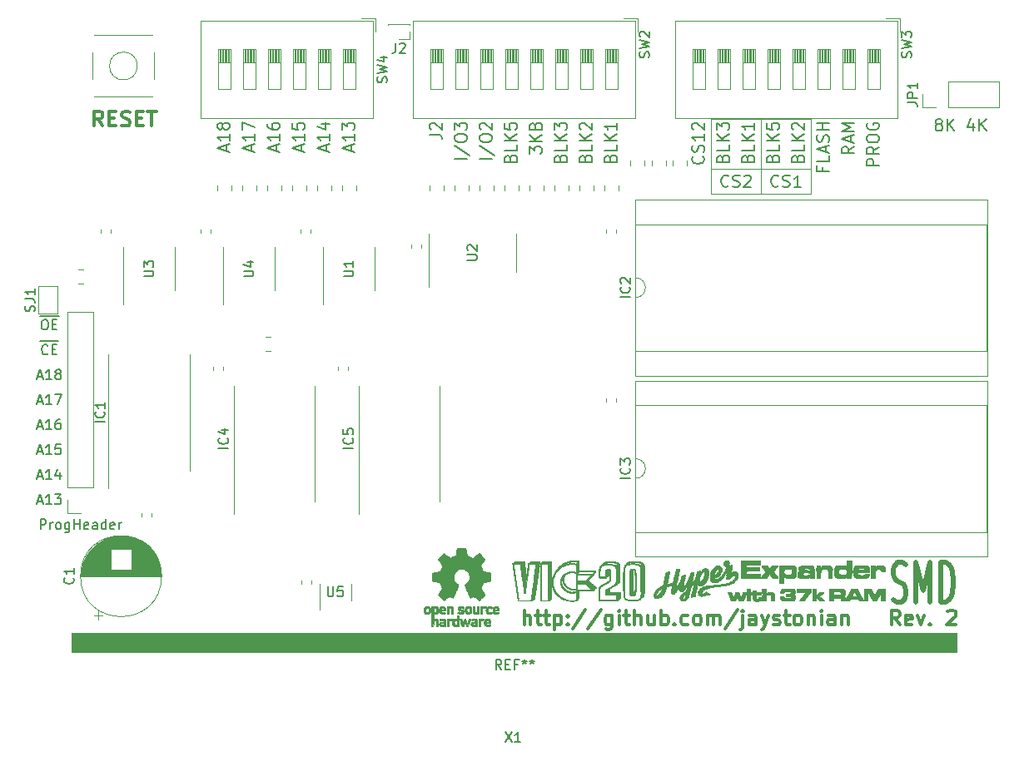
<source format=gbr>
%TF.GenerationSoftware,KiCad,Pcbnew,(5.1.10)-1*%
%TF.CreationDate,2022-08-23T18:53:09-04:00*%
%TF.ProjectId,VIC20HyperExpanderSMDRev2,56494332-3048-4797-9065-72457870616e,2*%
%TF.SameCoordinates,Original*%
%TF.FileFunction,Legend,Top*%
%TF.FilePolarity,Positive*%
%FSLAX46Y46*%
G04 Gerber Fmt 4.6, Leading zero omitted, Abs format (unit mm)*
G04 Created by KiCad (PCBNEW (5.1.10)-1) date 2022-08-23 18:53:09*
%MOMM*%
%LPD*%
G01*
G04 APERTURE LIST*
%ADD10C,0.150000*%
%ADD11C,0.300000*%
%ADD12C,0.120000*%
%ADD13C,0.200000*%
%ADD14C,0.500000*%
%ADD15C,0.100000*%
%ADD16C,0.010000*%
G04 APERTURE END LIST*
D10*
X88669761Y-79247857D02*
X88717380Y-79105000D01*
X88717380Y-78866904D01*
X88669761Y-78771666D01*
X88622142Y-78724047D01*
X88526904Y-78676428D01*
X88431666Y-78676428D01*
X88336428Y-78724047D01*
X88288809Y-78771666D01*
X88241190Y-78866904D01*
X88193571Y-79057380D01*
X88145952Y-79152619D01*
X88098333Y-79200238D01*
X88003095Y-79247857D01*
X87907857Y-79247857D01*
X87812619Y-79200238D01*
X87765000Y-79152619D01*
X87717380Y-79057380D01*
X87717380Y-78819285D01*
X87765000Y-78676428D01*
X87717380Y-77962142D02*
X88431666Y-77962142D01*
X88574523Y-78009761D01*
X88669761Y-78105000D01*
X88717380Y-78247857D01*
X88717380Y-78343095D01*
X88717380Y-76962142D02*
X88717380Y-77533571D01*
X88717380Y-77247857D02*
X87717380Y-77247857D01*
X87860238Y-77343095D01*
X87955476Y-77438333D01*
X88003095Y-77533571D01*
X88979523Y-98591666D02*
X89455714Y-98591666D01*
X88884285Y-98877380D02*
X89217619Y-97877380D01*
X89550952Y-98877380D01*
X90408095Y-98877380D02*
X89836666Y-98877380D01*
X90122380Y-98877380D02*
X90122380Y-97877380D01*
X90027142Y-98020238D01*
X89931904Y-98115476D01*
X89836666Y-98163095D01*
X90741428Y-97877380D02*
X91360476Y-97877380D01*
X91027142Y-98258333D01*
X91170000Y-98258333D01*
X91265238Y-98305952D01*
X91312857Y-98353571D01*
X91360476Y-98448809D01*
X91360476Y-98686904D01*
X91312857Y-98782142D01*
X91265238Y-98829761D01*
X91170000Y-98877380D01*
X90884285Y-98877380D01*
X90789047Y-98829761D01*
X90741428Y-98782142D01*
X88979523Y-96051666D02*
X89455714Y-96051666D01*
X88884285Y-96337380D02*
X89217619Y-95337380D01*
X89550952Y-96337380D01*
X90408095Y-96337380D02*
X89836666Y-96337380D01*
X90122380Y-96337380D02*
X90122380Y-95337380D01*
X90027142Y-95480238D01*
X89931904Y-95575476D01*
X89836666Y-95623095D01*
X91265238Y-95670714D02*
X91265238Y-96337380D01*
X91027142Y-95289761D02*
X90789047Y-96004047D01*
X91408095Y-96004047D01*
X88979523Y-93511666D02*
X89455714Y-93511666D01*
X88884285Y-93797380D02*
X89217619Y-92797380D01*
X89550952Y-93797380D01*
X90408095Y-93797380D02*
X89836666Y-93797380D01*
X90122380Y-93797380D02*
X90122380Y-92797380D01*
X90027142Y-92940238D01*
X89931904Y-93035476D01*
X89836666Y-93083095D01*
X91312857Y-92797380D02*
X90836666Y-92797380D01*
X90789047Y-93273571D01*
X90836666Y-93225952D01*
X90931904Y-93178333D01*
X91170000Y-93178333D01*
X91265238Y-93225952D01*
X91312857Y-93273571D01*
X91360476Y-93368809D01*
X91360476Y-93606904D01*
X91312857Y-93702142D01*
X91265238Y-93749761D01*
X91170000Y-93797380D01*
X90931904Y-93797380D01*
X90836666Y-93749761D01*
X90789047Y-93702142D01*
X88979523Y-90971666D02*
X89455714Y-90971666D01*
X88884285Y-91257380D02*
X89217619Y-90257380D01*
X89550952Y-91257380D01*
X90408095Y-91257380D02*
X89836666Y-91257380D01*
X90122380Y-91257380D02*
X90122380Y-90257380D01*
X90027142Y-90400238D01*
X89931904Y-90495476D01*
X89836666Y-90543095D01*
X91265238Y-90257380D02*
X91074761Y-90257380D01*
X90979523Y-90305000D01*
X90931904Y-90352619D01*
X90836666Y-90495476D01*
X90789047Y-90685952D01*
X90789047Y-91066904D01*
X90836666Y-91162142D01*
X90884285Y-91209761D01*
X90979523Y-91257380D01*
X91170000Y-91257380D01*
X91265238Y-91209761D01*
X91312857Y-91162142D01*
X91360476Y-91066904D01*
X91360476Y-90828809D01*
X91312857Y-90733571D01*
X91265238Y-90685952D01*
X91170000Y-90638333D01*
X90979523Y-90638333D01*
X90884285Y-90685952D01*
X90836666Y-90733571D01*
X90789047Y-90828809D01*
X88979523Y-88431666D02*
X89455714Y-88431666D01*
X88884285Y-88717380D02*
X89217619Y-87717380D01*
X89550952Y-88717380D01*
X90408095Y-88717380D02*
X89836666Y-88717380D01*
X90122380Y-88717380D02*
X90122380Y-87717380D01*
X90027142Y-87860238D01*
X89931904Y-87955476D01*
X89836666Y-88003095D01*
X90741428Y-87717380D02*
X91408095Y-87717380D01*
X90979523Y-88717380D01*
X88979523Y-85891666D02*
X89455714Y-85891666D01*
X88884285Y-86177380D02*
X89217619Y-85177380D01*
X89550952Y-86177380D01*
X90408095Y-86177380D02*
X89836666Y-86177380D01*
X90122380Y-86177380D02*
X90122380Y-85177380D01*
X90027142Y-85320238D01*
X89931904Y-85415476D01*
X89836666Y-85463095D01*
X90979523Y-85605952D02*
X90884285Y-85558333D01*
X90836666Y-85510714D01*
X90789047Y-85415476D01*
X90789047Y-85367857D01*
X90836666Y-85272619D01*
X90884285Y-85225000D01*
X90979523Y-85177380D01*
X91170000Y-85177380D01*
X91265238Y-85225000D01*
X91312857Y-85272619D01*
X91360476Y-85367857D01*
X91360476Y-85415476D01*
X91312857Y-85510714D01*
X91265238Y-85558333D01*
X91170000Y-85605952D01*
X90979523Y-85605952D01*
X90884285Y-85653571D01*
X90836666Y-85701190D01*
X90789047Y-85796428D01*
X90789047Y-85986904D01*
X90836666Y-86082142D01*
X90884285Y-86129761D01*
X90979523Y-86177380D01*
X91170000Y-86177380D01*
X91265238Y-86129761D01*
X91312857Y-86082142D01*
X91360476Y-85986904D01*
X91360476Y-85796428D01*
X91312857Y-85701190D01*
X91265238Y-85653571D01*
X91170000Y-85605952D01*
X89217619Y-82270000D02*
X90217619Y-82270000D01*
X90027142Y-83542142D02*
X89979523Y-83589761D01*
X89836666Y-83637380D01*
X89741428Y-83637380D01*
X89598571Y-83589761D01*
X89503333Y-83494523D01*
X89455714Y-83399285D01*
X89408095Y-83208809D01*
X89408095Y-83065952D01*
X89455714Y-82875476D01*
X89503333Y-82780238D01*
X89598571Y-82685000D01*
X89741428Y-82637380D01*
X89836666Y-82637380D01*
X89979523Y-82685000D01*
X90027142Y-82732619D01*
X90217619Y-82270000D02*
X91122380Y-82270000D01*
X90455714Y-83113571D02*
X90789047Y-83113571D01*
X90931904Y-83637380D02*
X90455714Y-83637380D01*
X90455714Y-82637380D01*
X90931904Y-82637380D01*
X89273571Y-101417380D02*
X89273571Y-100417380D01*
X89654523Y-100417380D01*
X89749761Y-100465000D01*
X89797380Y-100512619D01*
X89845000Y-100607857D01*
X89845000Y-100750714D01*
X89797380Y-100845952D01*
X89749761Y-100893571D01*
X89654523Y-100941190D01*
X89273571Y-100941190D01*
X90273571Y-101417380D02*
X90273571Y-100750714D01*
X90273571Y-100941190D02*
X90321190Y-100845952D01*
X90368809Y-100798333D01*
X90464047Y-100750714D01*
X90559285Y-100750714D01*
X91035476Y-101417380D02*
X90940238Y-101369761D01*
X90892619Y-101322142D01*
X90845000Y-101226904D01*
X90845000Y-100941190D01*
X90892619Y-100845952D01*
X90940238Y-100798333D01*
X91035476Y-100750714D01*
X91178333Y-100750714D01*
X91273571Y-100798333D01*
X91321190Y-100845952D01*
X91368809Y-100941190D01*
X91368809Y-101226904D01*
X91321190Y-101322142D01*
X91273571Y-101369761D01*
X91178333Y-101417380D01*
X91035476Y-101417380D01*
X92225952Y-100750714D02*
X92225952Y-101560238D01*
X92178333Y-101655476D01*
X92130714Y-101703095D01*
X92035476Y-101750714D01*
X91892619Y-101750714D01*
X91797380Y-101703095D01*
X92225952Y-101369761D02*
X92130714Y-101417380D01*
X91940238Y-101417380D01*
X91845000Y-101369761D01*
X91797380Y-101322142D01*
X91749761Y-101226904D01*
X91749761Y-100941190D01*
X91797380Y-100845952D01*
X91845000Y-100798333D01*
X91940238Y-100750714D01*
X92130714Y-100750714D01*
X92225952Y-100798333D01*
X92702142Y-101417380D02*
X92702142Y-100417380D01*
X92702142Y-100893571D02*
X93273571Y-100893571D01*
X93273571Y-101417380D02*
X93273571Y-100417380D01*
X94130714Y-101369761D02*
X94035476Y-101417380D01*
X93845000Y-101417380D01*
X93749761Y-101369761D01*
X93702142Y-101274523D01*
X93702142Y-100893571D01*
X93749761Y-100798333D01*
X93845000Y-100750714D01*
X94035476Y-100750714D01*
X94130714Y-100798333D01*
X94178333Y-100893571D01*
X94178333Y-100988809D01*
X93702142Y-101084047D01*
X95035476Y-101417380D02*
X95035476Y-100893571D01*
X94987857Y-100798333D01*
X94892619Y-100750714D01*
X94702142Y-100750714D01*
X94606904Y-100798333D01*
X95035476Y-101369761D02*
X94940238Y-101417380D01*
X94702142Y-101417380D01*
X94606904Y-101369761D01*
X94559285Y-101274523D01*
X94559285Y-101179285D01*
X94606904Y-101084047D01*
X94702142Y-101036428D01*
X94940238Y-101036428D01*
X95035476Y-100988809D01*
X95940238Y-101417380D02*
X95940238Y-100417380D01*
X95940238Y-101369761D02*
X95845000Y-101417380D01*
X95654523Y-101417380D01*
X95559285Y-101369761D01*
X95511666Y-101322142D01*
X95464047Y-101226904D01*
X95464047Y-100941190D01*
X95511666Y-100845952D01*
X95559285Y-100798333D01*
X95654523Y-100750714D01*
X95845000Y-100750714D01*
X95940238Y-100798333D01*
X96797380Y-101369761D02*
X96702142Y-101417380D01*
X96511666Y-101417380D01*
X96416428Y-101369761D01*
X96368809Y-101274523D01*
X96368809Y-100893571D01*
X96416428Y-100798333D01*
X96511666Y-100750714D01*
X96702142Y-100750714D01*
X96797380Y-100798333D01*
X96845000Y-100893571D01*
X96845000Y-100988809D01*
X96368809Y-101084047D01*
X97273571Y-101417380D02*
X97273571Y-100750714D01*
X97273571Y-100941190D02*
X97321190Y-100845952D01*
X97368809Y-100798333D01*
X97464047Y-100750714D01*
X97559285Y-100750714D01*
X89193809Y-79730000D02*
X90241428Y-79730000D01*
X89622380Y-80097380D02*
X89812857Y-80097380D01*
X89908095Y-80145000D01*
X90003333Y-80240238D01*
X90050952Y-80430714D01*
X90050952Y-80764047D01*
X90003333Y-80954523D01*
X89908095Y-81049761D01*
X89812857Y-81097380D01*
X89622380Y-81097380D01*
X89527142Y-81049761D01*
X89431904Y-80954523D01*
X89384285Y-80764047D01*
X89384285Y-80430714D01*
X89431904Y-80240238D01*
X89527142Y-80145000D01*
X89622380Y-80097380D01*
X90241428Y-79730000D02*
X91146190Y-79730000D01*
X90479523Y-80573571D02*
X90812857Y-80573571D01*
X90955714Y-81097380D02*
X90479523Y-81097380D01*
X90479523Y-80097380D01*
X90955714Y-80097380D01*
D11*
X95611428Y-60368571D02*
X95111428Y-59654285D01*
X94754285Y-60368571D02*
X94754285Y-58868571D01*
X95325714Y-58868571D01*
X95468571Y-58940000D01*
X95540000Y-59011428D01*
X95611428Y-59154285D01*
X95611428Y-59368571D01*
X95540000Y-59511428D01*
X95468571Y-59582857D01*
X95325714Y-59654285D01*
X94754285Y-59654285D01*
X96254285Y-59582857D02*
X96754285Y-59582857D01*
X96968571Y-60368571D02*
X96254285Y-60368571D01*
X96254285Y-58868571D01*
X96968571Y-58868571D01*
X97540000Y-60297142D02*
X97754285Y-60368571D01*
X98111428Y-60368571D01*
X98254285Y-60297142D01*
X98325714Y-60225714D01*
X98397142Y-60082857D01*
X98397142Y-59940000D01*
X98325714Y-59797142D01*
X98254285Y-59725714D01*
X98111428Y-59654285D01*
X97825714Y-59582857D01*
X97682857Y-59511428D01*
X97611428Y-59440000D01*
X97540000Y-59297142D01*
X97540000Y-59154285D01*
X97611428Y-59011428D01*
X97682857Y-58940000D01*
X97825714Y-58868571D01*
X98182857Y-58868571D01*
X98397142Y-58940000D01*
X99040000Y-59582857D02*
X99540000Y-59582857D01*
X99754285Y-60368571D02*
X99040000Y-60368571D01*
X99040000Y-58868571D01*
X99754285Y-58868571D01*
X100182857Y-58868571D02*
X101040000Y-58868571D01*
X100611428Y-60368571D02*
X100611428Y-58868571D01*
D12*
X157480000Y-64770000D02*
X167640000Y-64770000D01*
X167640000Y-67310000D02*
X162560000Y-67310000D01*
X167640000Y-59690000D02*
X167640000Y-67310000D01*
X162560000Y-59690000D02*
X167640000Y-59690000D01*
X162560000Y-59690000D02*
X157480000Y-59690000D01*
X162560000Y-67310000D02*
X162560000Y-59690000D01*
X157480000Y-67310000D02*
X162560000Y-67310000D01*
X157480000Y-59690000D02*
X157480000Y-67310000D01*
D13*
X159248571Y-66468571D02*
X159191428Y-66525714D01*
X159020000Y-66582857D01*
X158905714Y-66582857D01*
X158734285Y-66525714D01*
X158620000Y-66411428D01*
X158562857Y-66297142D01*
X158505714Y-66068571D01*
X158505714Y-65897142D01*
X158562857Y-65668571D01*
X158620000Y-65554285D01*
X158734285Y-65440000D01*
X158905714Y-65382857D01*
X159020000Y-65382857D01*
X159191428Y-65440000D01*
X159248571Y-65497142D01*
X159705714Y-66525714D02*
X159877142Y-66582857D01*
X160162857Y-66582857D01*
X160277142Y-66525714D01*
X160334285Y-66468571D01*
X160391428Y-66354285D01*
X160391428Y-66240000D01*
X160334285Y-66125714D01*
X160277142Y-66068571D01*
X160162857Y-66011428D01*
X159934285Y-65954285D01*
X159820000Y-65897142D01*
X159762857Y-65840000D01*
X159705714Y-65725714D01*
X159705714Y-65611428D01*
X159762857Y-65497142D01*
X159820000Y-65440000D01*
X159934285Y-65382857D01*
X160220000Y-65382857D01*
X160391428Y-65440000D01*
X160848571Y-65497142D02*
X160905714Y-65440000D01*
X161020000Y-65382857D01*
X161305714Y-65382857D01*
X161420000Y-65440000D01*
X161477142Y-65497142D01*
X161534285Y-65611428D01*
X161534285Y-65725714D01*
X161477142Y-65897142D01*
X160791428Y-66582857D01*
X161534285Y-66582857D01*
X164328571Y-66468571D02*
X164271428Y-66525714D01*
X164100000Y-66582857D01*
X163985714Y-66582857D01*
X163814285Y-66525714D01*
X163700000Y-66411428D01*
X163642857Y-66297142D01*
X163585714Y-66068571D01*
X163585714Y-65897142D01*
X163642857Y-65668571D01*
X163700000Y-65554285D01*
X163814285Y-65440000D01*
X163985714Y-65382857D01*
X164100000Y-65382857D01*
X164271428Y-65440000D01*
X164328571Y-65497142D01*
X164785714Y-66525714D02*
X164957142Y-66582857D01*
X165242857Y-66582857D01*
X165357142Y-66525714D01*
X165414285Y-66468571D01*
X165471428Y-66354285D01*
X165471428Y-66240000D01*
X165414285Y-66125714D01*
X165357142Y-66068571D01*
X165242857Y-66011428D01*
X165014285Y-65954285D01*
X164900000Y-65897142D01*
X164842857Y-65840000D01*
X164785714Y-65725714D01*
X164785714Y-65611428D01*
X164842857Y-65497142D01*
X164900000Y-65440000D01*
X165014285Y-65382857D01*
X165300000Y-65382857D01*
X165471428Y-65440000D01*
X166614285Y-66582857D02*
X165928571Y-66582857D01*
X166271428Y-66582857D02*
X166271428Y-65382857D01*
X166157142Y-65554285D01*
X166042857Y-65668571D01*
X165928571Y-65725714D01*
X180537142Y-60182142D02*
X180422857Y-60125000D01*
X180365714Y-60067857D01*
X180308571Y-59953571D01*
X180308571Y-59896428D01*
X180365714Y-59782142D01*
X180422857Y-59725000D01*
X180537142Y-59667857D01*
X180765714Y-59667857D01*
X180880000Y-59725000D01*
X180937142Y-59782142D01*
X180994285Y-59896428D01*
X180994285Y-59953571D01*
X180937142Y-60067857D01*
X180880000Y-60125000D01*
X180765714Y-60182142D01*
X180537142Y-60182142D01*
X180422857Y-60239285D01*
X180365714Y-60296428D01*
X180308571Y-60410714D01*
X180308571Y-60639285D01*
X180365714Y-60753571D01*
X180422857Y-60810714D01*
X180537142Y-60867857D01*
X180765714Y-60867857D01*
X180880000Y-60810714D01*
X180937142Y-60753571D01*
X180994285Y-60639285D01*
X180994285Y-60410714D01*
X180937142Y-60296428D01*
X180880000Y-60239285D01*
X180765714Y-60182142D01*
X181508571Y-60867857D02*
X181508571Y-59667857D01*
X182194285Y-60867857D02*
X181680000Y-60182142D01*
X182194285Y-59667857D02*
X181508571Y-60353571D01*
X184137142Y-60067857D02*
X184137142Y-60867857D01*
X183851428Y-59610714D02*
X183565714Y-60467857D01*
X184308571Y-60467857D01*
X184765714Y-60867857D02*
X184765714Y-59667857D01*
X185451428Y-60867857D02*
X184937142Y-60182142D01*
X185451428Y-59667857D02*
X184765714Y-60353571D01*
X174532857Y-64391428D02*
X173332857Y-64391428D01*
X173332857Y-63934285D01*
X173390000Y-63820000D01*
X173447142Y-63762857D01*
X173561428Y-63705714D01*
X173732857Y-63705714D01*
X173847142Y-63762857D01*
X173904285Y-63820000D01*
X173961428Y-63934285D01*
X173961428Y-64391428D01*
X174532857Y-62505714D02*
X173961428Y-62905714D01*
X174532857Y-63191428D02*
X173332857Y-63191428D01*
X173332857Y-62734285D01*
X173390000Y-62620000D01*
X173447142Y-62562857D01*
X173561428Y-62505714D01*
X173732857Y-62505714D01*
X173847142Y-62562857D01*
X173904285Y-62620000D01*
X173961428Y-62734285D01*
X173961428Y-63191428D01*
X173332857Y-61762857D02*
X173332857Y-61534285D01*
X173390000Y-61420000D01*
X173504285Y-61305714D01*
X173732857Y-61248571D01*
X174132857Y-61248571D01*
X174361428Y-61305714D01*
X174475714Y-61420000D01*
X174532857Y-61534285D01*
X174532857Y-61762857D01*
X174475714Y-61877142D01*
X174361428Y-61991428D01*
X174132857Y-62048571D01*
X173732857Y-62048571D01*
X173504285Y-61991428D01*
X173390000Y-61877142D01*
X173332857Y-61762857D01*
X173390000Y-60105714D02*
X173332857Y-60220000D01*
X173332857Y-60391428D01*
X173390000Y-60562857D01*
X173504285Y-60677142D01*
X173618571Y-60734285D01*
X173847142Y-60791428D01*
X174018571Y-60791428D01*
X174247142Y-60734285D01*
X174361428Y-60677142D01*
X174475714Y-60562857D01*
X174532857Y-60391428D01*
X174532857Y-60277142D01*
X174475714Y-60105714D01*
X174418571Y-60048571D01*
X174018571Y-60048571D01*
X174018571Y-60277142D01*
X171992857Y-62448571D02*
X171421428Y-62848571D01*
X171992857Y-63134285D02*
X170792857Y-63134285D01*
X170792857Y-62677142D01*
X170850000Y-62562857D01*
X170907142Y-62505714D01*
X171021428Y-62448571D01*
X171192857Y-62448571D01*
X171307142Y-62505714D01*
X171364285Y-62562857D01*
X171421428Y-62677142D01*
X171421428Y-63134285D01*
X171650000Y-61991428D02*
X171650000Y-61420000D01*
X171992857Y-62105714D02*
X170792857Y-61705714D01*
X171992857Y-61305714D01*
X171992857Y-60905714D02*
X170792857Y-60905714D01*
X171650000Y-60505714D01*
X170792857Y-60105714D01*
X171992857Y-60105714D01*
X168824285Y-64562857D02*
X168824285Y-64962857D01*
X169452857Y-64962857D02*
X168252857Y-64962857D01*
X168252857Y-64391428D01*
X169452857Y-63362857D02*
X169452857Y-63934285D01*
X168252857Y-63934285D01*
X169110000Y-63020000D02*
X169110000Y-62448571D01*
X169452857Y-63134285D02*
X168252857Y-62734285D01*
X169452857Y-62334285D01*
X169395714Y-61991428D02*
X169452857Y-61820000D01*
X169452857Y-61534285D01*
X169395714Y-61420000D01*
X169338571Y-61362857D01*
X169224285Y-61305714D01*
X169110000Y-61305714D01*
X168995714Y-61362857D01*
X168938571Y-61420000D01*
X168881428Y-61534285D01*
X168824285Y-61762857D01*
X168767142Y-61877142D01*
X168710000Y-61934285D01*
X168595714Y-61991428D01*
X168481428Y-61991428D01*
X168367142Y-61934285D01*
X168310000Y-61877142D01*
X168252857Y-61762857D01*
X168252857Y-61477142D01*
X168310000Y-61305714D01*
X169452857Y-60791428D02*
X168252857Y-60791428D01*
X168824285Y-60791428D02*
X168824285Y-60105714D01*
X169452857Y-60105714D02*
X168252857Y-60105714D01*
X166284285Y-63648571D02*
X166341428Y-63477142D01*
X166398571Y-63420000D01*
X166512857Y-63362857D01*
X166684285Y-63362857D01*
X166798571Y-63420000D01*
X166855714Y-63477142D01*
X166912857Y-63591428D01*
X166912857Y-64048571D01*
X165712857Y-64048571D01*
X165712857Y-63648571D01*
X165770000Y-63534285D01*
X165827142Y-63477142D01*
X165941428Y-63420000D01*
X166055714Y-63420000D01*
X166170000Y-63477142D01*
X166227142Y-63534285D01*
X166284285Y-63648571D01*
X166284285Y-64048571D01*
X166912857Y-62277142D02*
X166912857Y-62848571D01*
X165712857Y-62848571D01*
X166912857Y-61877142D02*
X165712857Y-61877142D01*
X166912857Y-61191428D02*
X166227142Y-61705714D01*
X165712857Y-61191428D02*
X166398571Y-61877142D01*
X165827142Y-60734285D02*
X165770000Y-60677142D01*
X165712857Y-60562857D01*
X165712857Y-60277142D01*
X165770000Y-60162857D01*
X165827142Y-60105714D01*
X165941428Y-60048571D01*
X166055714Y-60048571D01*
X166227142Y-60105714D01*
X166912857Y-60791428D01*
X166912857Y-60048571D01*
X163744285Y-63648571D02*
X163801428Y-63477142D01*
X163858571Y-63420000D01*
X163972857Y-63362857D01*
X164144285Y-63362857D01*
X164258571Y-63420000D01*
X164315714Y-63477142D01*
X164372857Y-63591428D01*
X164372857Y-64048571D01*
X163172857Y-64048571D01*
X163172857Y-63648571D01*
X163230000Y-63534285D01*
X163287142Y-63477142D01*
X163401428Y-63420000D01*
X163515714Y-63420000D01*
X163630000Y-63477142D01*
X163687142Y-63534285D01*
X163744285Y-63648571D01*
X163744285Y-64048571D01*
X164372857Y-62277142D02*
X164372857Y-62848571D01*
X163172857Y-62848571D01*
X164372857Y-61877142D02*
X163172857Y-61877142D01*
X164372857Y-61191428D02*
X163687142Y-61705714D01*
X163172857Y-61191428D02*
X163858571Y-61877142D01*
X163172857Y-60105714D02*
X163172857Y-60677142D01*
X163744285Y-60734285D01*
X163687142Y-60677142D01*
X163630000Y-60562857D01*
X163630000Y-60277142D01*
X163687142Y-60162857D01*
X163744285Y-60105714D01*
X163858571Y-60048571D01*
X164144285Y-60048571D01*
X164258571Y-60105714D01*
X164315714Y-60162857D01*
X164372857Y-60277142D01*
X164372857Y-60562857D01*
X164315714Y-60677142D01*
X164258571Y-60734285D01*
X161204285Y-63648571D02*
X161261428Y-63477142D01*
X161318571Y-63420000D01*
X161432857Y-63362857D01*
X161604285Y-63362857D01*
X161718571Y-63420000D01*
X161775714Y-63477142D01*
X161832857Y-63591428D01*
X161832857Y-64048571D01*
X160632857Y-64048571D01*
X160632857Y-63648571D01*
X160690000Y-63534285D01*
X160747142Y-63477142D01*
X160861428Y-63420000D01*
X160975714Y-63420000D01*
X161090000Y-63477142D01*
X161147142Y-63534285D01*
X161204285Y-63648571D01*
X161204285Y-64048571D01*
X161832857Y-62277142D02*
X161832857Y-62848571D01*
X160632857Y-62848571D01*
X161832857Y-61877142D02*
X160632857Y-61877142D01*
X161832857Y-61191428D02*
X161147142Y-61705714D01*
X160632857Y-61191428D02*
X161318571Y-61877142D01*
X161832857Y-60048571D02*
X161832857Y-60734285D01*
X161832857Y-60391428D02*
X160632857Y-60391428D01*
X160804285Y-60505714D01*
X160918571Y-60620000D01*
X160975714Y-60734285D01*
X158664285Y-63648571D02*
X158721428Y-63477142D01*
X158778571Y-63420000D01*
X158892857Y-63362857D01*
X159064285Y-63362857D01*
X159178571Y-63420000D01*
X159235714Y-63477142D01*
X159292857Y-63591428D01*
X159292857Y-64048571D01*
X158092857Y-64048571D01*
X158092857Y-63648571D01*
X158150000Y-63534285D01*
X158207142Y-63477142D01*
X158321428Y-63420000D01*
X158435714Y-63420000D01*
X158550000Y-63477142D01*
X158607142Y-63534285D01*
X158664285Y-63648571D01*
X158664285Y-64048571D01*
X159292857Y-62277142D02*
X159292857Y-62848571D01*
X158092857Y-62848571D01*
X159292857Y-61877142D02*
X158092857Y-61877142D01*
X159292857Y-61191428D02*
X158607142Y-61705714D01*
X158092857Y-61191428D02*
X158778571Y-61877142D01*
X158092857Y-60791428D02*
X158092857Y-60048571D01*
X158550000Y-60448571D01*
X158550000Y-60277142D01*
X158607142Y-60162857D01*
X158664285Y-60105714D01*
X158778571Y-60048571D01*
X159064285Y-60048571D01*
X159178571Y-60105714D01*
X159235714Y-60162857D01*
X159292857Y-60277142D01*
X159292857Y-60620000D01*
X159235714Y-60734285D01*
X159178571Y-60791428D01*
X156638571Y-63477142D02*
X156695714Y-63534285D01*
X156752857Y-63705714D01*
X156752857Y-63820000D01*
X156695714Y-63991428D01*
X156581428Y-64105714D01*
X156467142Y-64162857D01*
X156238571Y-64220000D01*
X156067142Y-64220000D01*
X155838571Y-64162857D01*
X155724285Y-64105714D01*
X155610000Y-63991428D01*
X155552857Y-63820000D01*
X155552857Y-63705714D01*
X155610000Y-63534285D01*
X155667142Y-63477142D01*
X156695714Y-63020000D02*
X156752857Y-62848571D01*
X156752857Y-62562857D01*
X156695714Y-62448571D01*
X156638571Y-62391428D01*
X156524285Y-62334285D01*
X156410000Y-62334285D01*
X156295714Y-62391428D01*
X156238571Y-62448571D01*
X156181428Y-62562857D01*
X156124285Y-62791428D01*
X156067142Y-62905714D01*
X156010000Y-62962857D01*
X155895714Y-63020000D01*
X155781428Y-63020000D01*
X155667142Y-62962857D01*
X155610000Y-62905714D01*
X155552857Y-62791428D01*
X155552857Y-62505714D01*
X155610000Y-62334285D01*
X156752857Y-61191428D02*
X156752857Y-61877142D01*
X156752857Y-61534285D02*
X155552857Y-61534285D01*
X155724285Y-61648571D01*
X155838571Y-61762857D01*
X155895714Y-61877142D01*
X155667142Y-60734285D02*
X155610000Y-60677142D01*
X155552857Y-60562857D01*
X155552857Y-60277142D01*
X155610000Y-60162857D01*
X155667142Y-60105714D01*
X155781428Y-60048571D01*
X155895714Y-60048571D01*
X156067142Y-60105714D01*
X156752857Y-60791428D01*
X156752857Y-60048571D01*
X108150000Y-62905714D02*
X108150000Y-62334285D01*
X108492857Y-63020000D02*
X107292857Y-62620000D01*
X108492857Y-62220000D01*
X108492857Y-61191428D02*
X108492857Y-61877142D01*
X108492857Y-61534285D02*
X107292857Y-61534285D01*
X107464285Y-61648571D01*
X107578571Y-61762857D01*
X107635714Y-61877142D01*
X107807142Y-60505714D02*
X107750000Y-60620000D01*
X107692857Y-60677142D01*
X107578571Y-60734285D01*
X107521428Y-60734285D01*
X107407142Y-60677142D01*
X107350000Y-60620000D01*
X107292857Y-60505714D01*
X107292857Y-60277142D01*
X107350000Y-60162857D01*
X107407142Y-60105714D01*
X107521428Y-60048571D01*
X107578571Y-60048571D01*
X107692857Y-60105714D01*
X107750000Y-60162857D01*
X107807142Y-60277142D01*
X107807142Y-60505714D01*
X107864285Y-60620000D01*
X107921428Y-60677142D01*
X108035714Y-60734285D01*
X108264285Y-60734285D01*
X108378571Y-60677142D01*
X108435714Y-60620000D01*
X108492857Y-60505714D01*
X108492857Y-60277142D01*
X108435714Y-60162857D01*
X108378571Y-60105714D01*
X108264285Y-60048571D01*
X108035714Y-60048571D01*
X107921428Y-60105714D01*
X107864285Y-60162857D01*
X107807142Y-60277142D01*
X110690000Y-62905714D02*
X110690000Y-62334285D01*
X111032857Y-63020000D02*
X109832857Y-62620000D01*
X111032857Y-62220000D01*
X111032857Y-61191428D02*
X111032857Y-61877142D01*
X111032857Y-61534285D02*
X109832857Y-61534285D01*
X110004285Y-61648571D01*
X110118571Y-61762857D01*
X110175714Y-61877142D01*
X109832857Y-60791428D02*
X109832857Y-59991428D01*
X111032857Y-60505714D01*
X113230000Y-62905714D02*
X113230000Y-62334285D01*
X113572857Y-63020000D02*
X112372857Y-62620000D01*
X113572857Y-62220000D01*
X113572857Y-61191428D02*
X113572857Y-61877142D01*
X113572857Y-61534285D02*
X112372857Y-61534285D01*
X112544285Y-61648571D01*
X112658571Y-61762857D01*
X112715714Y-61877142D01*
X112372857Y-60162857D02*
X112372857Y-60391428D01*
X112430000Y-60505714D01*
X112487142Y-60562857D01*
X112658571Y-60677142D01*
X112887142Y-60734285D01*
X113344285Y-60734285D01*
X113458571Y-60677142D01*
X113515714Y-60620000D01*
X113572857Y-60505714D01*
X113572857Y-60277142D01*
X113515714Y-60162857D01*
X113458571Y-60105714D01*
X113344285Y-60048571D01*
X113058571Y-60048571D01*
X112944285Y-60105714D01*
X112887142Y-60162857D01*
X112830000Y-60277142D01*
X112830000Y-60505714D01*
X112887142Y-60620000D01*
X112944285Y-60677142D01*
X113058571Y-60734285D01*
X115770000Y-62905714D02*
X115770000Y-62334285D01*
X116112857Y-63020000D02*
X114912857Y-62620000D01*
X116112857Y-62220000D01*
X116112857Y-61191428D02*
X116112857Y-61877142D01*
X116112857Y-61534285D02*
X114912857Y-61534285D01*
X115084285Y-61648571D01*
X115198571Y-61762857D01*
X115255714Y-61877142D01*
X114912857Y-60105714D02*
X114912857Y-60677142D01*
X115484285Y-60734285D01*
X115427142Y-60677142D01*
X115370000Y-60562857D01*
X115370000Y-60277142D01*
X115427142Y-60162857D01*
X115484285Y-60105714D01*
X115598571Y-60048571D01*
X115884285Y-60048571D01*
X115998571Y-60105714D01*
X116055714Y-60162857D01*
X116112857Y-60277142D01*
X116112857Y-60562857D01*
X116055714Y-60677142D01*
X115998571Y-60734285D01*
X118310000Y-62905714D02*
X118310000Y-62334285D01*
X118652857Y-63020000D02*
X117452857Y-62620000D01*
X118652857Y-62220000D01*
X118652857Y-61191428D02*
X118652857Y-61877142D01*
X118652857Y-61534285D02*
X117452857Y-61534285D01*
X117624285Y-61648571D01*
X117738571Y-61762857D01*
X117795714Y-61877142D01*
X117852857Y-60162857D02*
X118652857Y-60162857D01*
X117395714Y-60448571D02*
X118252857Y-60734285D01*
X118252857Y-59991428D01*
X120850000Y-62905714D02*
X120850000Y-62334285D01*
X121192857Y-63020000D02*
X119992857Y-62620000D01*
X121192857Y-62220000D01*
X121192857Y-61191428D02*
X121192857Y-61877142D01*
X121192857Y-61534285D02*
X119992857Y-61534285D01*
X120164285Y-61648571D01*
X120278571Y-61762857D01*
X120335714Y-61877142D01*
X119992857Y-60791428D02*
X119992857Y-60048571D01*
X120450000Y-60448571D01*
X120450000Y-60277142D01*
X120507142Y-60162857D01*
X120564285Y-60105714D01*
X120678571Y-60048571D01*
X120964285Y-60048571D01*
X121078571Y-60105714D01*
X121135714Y-60162857D01*
X121192857Y-60277142D01*
X121192857Y-60620000D01*
X121135714Y-60734285D01*
X121078571Y-60791428D01*
X128882857Y-61248571D02*
X129740000Y-61248571D01*
X129911428Y-61305714D01*
X130025714Y-61420000D01*
X130082857Y-61591428D01*
X130082857Y-61705714D01*
X128997142Y-60734285D02*
X128940000Y-60677142D01*
X128882857Y-60562857D01*
X128882857Y-60277142D01*
X128940000Y-60162857D01*
X128997142Y-60105714D01*
X129111428Y-60048571D01*
X129225714Y-60048571D01*
X129397142Y-60105714D01*
X130082857Y-60791428D01*
X130082857Y-60048571D01*
X132622857Y-63762857D02*
X131422857Y-63762857D01*
X131365714Y-62334285D02*
X132908571Y-63362857D01*
X131422857Y-61705714D02*
X131422857Y-61477142D01*
X131480000Y-61362857D01*
X131594285Y-61248571D01*
X131822857Y-61191428D01*
X132222857Y-61191428D01*
X132451428Y-61248571D01*
X132565714Y-61362857D01*
X132622857Y-61477142D01*
X132622857Y-61705714D01*
X132565714Y-61820000D01*
X132451428Y-61934285D01*
X132222857Y-61991428D01*
X131822857Y-61991428D01*
X131594285Y-61934285D01*
X131480000Y-61820000D01*
X131422857Y-61705714D01*
X131422857Y-60791428D02*
X131422857Y-60048571D01*
X131880000Y-60448571D01*
X131880000Y-60277142D01*
X131937142Y-60162857D01*
X131994285Y-60105714D01*
X132108571Y-60048571D01*
X132394285Y-60048571D01*
X132508571Y-60105714D01*
X132565714Y-60162857D01*
X132622857Y-60277142D01*
X132622857Y-60620000D01*
X132565714Y-60734285D01*
X132508571Y-60791428D01*
X135162857Y-63762857D02*
X133962857Y-63762857D01*
X133905714Y-62334285D02*
X135448571Y-63362857D01*
X133962857Y-61705714D02*
X133962857Y-61477142D01*
X134020000Y-61362857D01*
X134134285Y-61248571D01*
X134362857Y-61191428D01*
X134762857Y-61191428D01*
X134991428Y-61248571D01*
X135105714Y-61362857D01*
X135162857Y-61477142D01*
X135162857Y-61705714D01*
X135105714Y-61820000D01*
X134991428Y-61934285D01*
X134762857Y-61991428D01*
X134362857Y-61991428D01*
X134134285Y-61934285D01*
X134020000Y-61820000D01*
X133962857Y-61705714D01*
X134077142Y-60734285D02*
X134020000Y-60677142D01*
X133962857Y-60562857D01*
X133962857Y-60277142D01*
X134020000Y-60162857D01*
X134077142Y-60105714D01*
X134191428Y-60048571D01*
X134305714Y-60048571D01*
X134477142Y-60105714D01*
X135162857Y-60791428D01*
X135162857Y-60048571D01*
X137074285Y-63648571D02*
X137131428Y-63477142D01*
X137188571Y-63420000D01*
X137302857Y-63362857D01*
X137474285Y-63362857D01*
X137588571Y-63420000D01*
X137645714Y-63477142D01*
X137702857Y-63591428D01*
X137702857Y-64048571D01*
X136502857Y-64048571D01*
X136502857Y-63648571D01*
X136560000Y-63534285D01*
X136617142Y-63477142D01*
X136731428Y-63420000D01*
X136845714Y-63420000D01*
X136960000Y-63477142D01*
X137017142Y-63534285D01*
X137074285Y-63648571D01*
X137074285Y-64048571D01*
X137702857Y-62277142D02*
X137702857Y-62848571D01*
X136502857Y-62848571D01*
X137702857Y-61877142D02*
X136502857Y-61877142D01*
X137702857Y-61191428D02*
X137017142Y-61705714D01*
X136502857Y-61191428D02*
X137188571Y-61877142D01*
X136502857Y-60105714D02*
X136502857Y-60677142D01*
X137074285Y-60734285D01*
X137017142Y-60677142D01*
X136960000Y-60562857D01*
X136960000Y-60277142D01*
X137017142Y-60162857D01*
X137074285Y-60105714D01*
X137188571Y-60048571D01*
X137474285Y-60048571D01*
X137588571Y-60105714D01*
X137645714Y-60162857D01*
X137702857Y-60277142D01*
X137702857Y-60562857D01*
X137645714Y-60677142D01*
X137588571Y-60734285D01*
X139042857Y-63191428D02*
X139042857Y-62448571D01*
X139500000Y-62848571D01*
X139500000Y-62677142D01*
X139557142Y-62562857D01*
X139614285Y-62505714D01*
X139728571Y-62448571D01*
X140014285Y-62448571D01*
X140128571Y-62505714D01*
X140185714Y-62562857D01*
X140242857Y-62677142D01*
X140242857Y-63020000D01*
X140185714Y-63134285D01*
X140128571Y-63191428D01*
X140242857Y-61934285D02*
X139042857Y-61934285D01*
X140242857Y-61248571D02*
X139557142Y-61762857D01*
X139042857Y-61248571D02*
X139728571Y-61934285D01*
X139614285Y-60334285D02*
X139671428Y-60162857D01*
X139728571Y-60105714D01*
X139842857Y-60048571D01*
X140014285Y-60048571D01*
X140128571Y-60105714D01*
X140185714Y-60162857D01*
X140242857Y-60277142D01*
X140242857Y-60734285D01*
X139042857Y-60734285D01*
X139042857Y-60334285D01*
X139100000Y-60220000D01*
X139157142Y-60162857D01*
X139271428Y-60105714D01*
X139385714Y-60105714D01*
X139500000Y-60162857D01*
X139557142Y-60220000D01*
X139614285Y-60334285D01*
X139614285Y-60734285D01*
X142154285Y-63648571D02*
X142211428Y-63477142D01*
X142268571Y-63420000D01*
X142382857Y-63362857D01*
X142554285Y-63362857D01*
X142668571Y-63420000D01*
X142725714Y-63477142D01*
X142782857Y-63591428D01*
X142782857Y-64048571D01*
X141582857Y-64048571D01*
X141582857Y-63648571D01*
X141640000Y-63534285D01*
X141697142Y-63477142D01*
X141811428Y-63420000D01*
X141925714Y-63420000D01*
X142040000Y-63477142D01*
X142097142Y-63534285D01*
X142154285Y-63648571D01*
X142154285Y-64048571D01*
X142782857Y-62277142D02*
X142782857Y-62848571D01*
X141582857Y-62848571D01*
X142782857Y-61877142D02*
X141582857Y-61877142D01*
X142782857Y-61191428D02*
X142097142Y-61705714D01*
X141582857Y-61191428D02*
X142268571Y-61877142D01*
X141582857Y-60791428D02*
X141582857Y-60048571D01*
X142040000Y-60448571D01*
X142040000Y-60277142D01*
X142097142Y-60162857D01*
X142154285Y-60105714D01*
X142268571Y-60048571D01*
X142554285Y-60048571D01*
X142668571Y-60105714D01*
X142725714Y-60162857D01*
X142782857Y-60277142D01*
X142782857Y-60620000D01*
X142725714Y-60734285D01*
X142668571Y-60791428D01*
X144694285Y-63648571D02*
X144751428Y-63477142D01*
X144808571Y-63420000D01*
X144922857Y-63362857D01*
X145094285Y-63362857D01*
X145208571Y-63420000D01*
X145265714Y-63477142D01*
X145322857Y-63591428D01*
X145322857Y-64048571D01*
X144122857Y-64048571D01*
X144122857Y-63648571D01*
X144180000Y-63534285D01*
X144237142Y-63477142D01*
X144351428Y-63420000D01*
X144465714Y-63420000D01*
X144580000Y-63477142D01*
X144637142Y-63534285D01*
X144694285Y-63648571D01*
X144694285Y-64048571D01*
X145322857Y-62277142D02*
X145322857Y-62848571D01*
X144122857Y-62848571D01*
X145322857Y-61877142D02*
X144122857Y-61877142D01*
X145322857Y-61191428D02*
X144637142Y-61705714D01*
X144122857Y-61191428D02*
X144808571Y-61877142D01*
X144237142Y-60734285D02*
X144180000Y-60677142D01*
X144122857Y-60562857D01*
X144122857Y-60277142D01*
X144180000Y-60162857D01*
X144237142Y-60105714D01*
X144351428Y-60048571D01*
X144465714Y-60048571D01*
X144637142Y-60105714D01*
X145322857Y-60791428D01*
X145322857Y-60048571D01*
X147234285Y-63648571D02*
X147291428Y-63477142D01*
X147348571Y-63420000D01*
X147462857Y-63362857D01*
X147634285Y-63362857D01*
X147748571Y-63420000D01*
X147805714Y-63477142D01*
X147862857Y-63591428D01*
X147862857Y-64048571D01*
X146662857Y-64048571D01*
X146662857Y-63648571D01*
X146720000Y-63534285D01*
X146777142Y-63477142D01*
X146891428Y-63420000D01*
X147005714Y-63420000D01*
X147120000Y-63477142D01*
X147177142Y-63534285D01*
X147234285Y-63648571D01*
X147234285Y-64048571D01*
X147862857Y-62277142D02*
X147862857Y-62848571D01*
X146662857Y-62848571D01*
X147862857Y-61877142D02*
X146662857Y-61877142D01*
X147862857Y-61191428D02*
X147177142Y-61705714D01*
X146662857Y-61191428D02*
X147348571Y-61877142D01*
X147862857Y-60048571D02*
X147862857Y-60734285D01*
X147862857Y-60391428D02*
X146662857Y-60391428D01*
X146834285Y-60505714D01*
X146948571Y-60620000D01*
X147005714Y-60734285D01*
D11*
X176677142Y-111168571D02*
X176177142Y-110454285D01*
X175820000Y-111168571D02*
X175820000Y-109668571D01*
X176391428Y-109668571D01*
X176534285Y-109740000D01*
X176605714Y-109811428D01*
X176677142Y-109954285D01*
X176677142Y-110168571D01*
X176605714Y-110311428D01*
X176534285Y-110382857D01*
X176391428Y-110454285D01*
X175820000Y-110454285D01*
X177891428Y-111097142D02*
X177748571Y-111168571D01*
X177462857Y-111168571D01*
X177320000Y-111097142D01*
X177248571Y-110954285D01*
X177248571Y-110382857D01*
X177320000Y-110240000D01*
X177462857Y-110168571D01*
X177748571Y-110168571D01*
X177891428Y-110240000D01*
X177962857Y-110382857D01*
X177962857Y-110525714D01*
X177248571Y-110668571D01*
X178462857Y-110168571D02*
X178820000Y-111168571D01*
X179177142Y-110168571D01*
X179748571Y-111025714D02*
X179820000Y-111097142D01*
X179748571Y-111168571D01*
X179677142Y-111097142D01*
X179748571Y-111025714D01*
X179748571Y-111168571D01*
X181534285Y-109811428D02*
X181605714Y-109740000D01*
X181748571Y-109668571D01*
X182105714Y-109668571D01*
X182248571Y-109740000D01*
X182320000Y-109811428D01*
X182391428Y-109954285D01*
X182391428Y-110097142D01*
X182320000Y-110311428D01*
X181462857Y-111168571D01*
X182391428Y-111168571D01*
X138475714Y-111168571D02*
X138475714Y-109668571D01*
X139118571Y-111168571D02*
X139118571Y-110382857D01*
X139047142Y-110240000D01*
X138904285Y-110168571D01*
X138690000Y-110168571D01*
X138547142Y-110240000D01*
X138475714Y-110311428D01*
X139618571Y-110168571D02*
X140190000Y-110168571D01*
X139832857Y-109668571D02*
X139832857Y-110954285D01*
X139904285Y-111097142D01*
X140047142Y-111168571D01*
X140190000Y-111168571D01*
X140475714Y-110168571D02*
X141047142Y-110168571D01*
X140690000Y-109668571D02*
X140690000Y-110954285D01*
X140761428Y-111097142D01*
X140904285Y-111168571D01*
X141047142Y-111168571D01*
X141547142Y-110168571D02*
X141547142Y-111668571D01*
X141547142Y-110240000D02*
X141690000Y-110168571D01*
X141975714Y-110168571D01*
X142118571Y-110240000D01*
X142190000Y-110311428D01*
X142261428Y-110454285D01*
X142261428Y-110882857D01*
X142190000Y-111025714D01*
X142118571Y-111097142D01*
X141975714Y-111168571D01*
X141690000Y-111168571D01*
X141547142Y-111097142D01*
X142904285Y-111025714D02*
X142975714Y-111097142D01*
X142904285Y-111168571D01*
X142832857Y-111097142D01*
X142904285Y-111025714D01*
X142904285Y-111168571D01*
X142904285Y-110240000D02*
X142975714Y-110311428D01*
X142904285Y-110382857D01*
X142832857Y-110311428D01*
X142904285Y-110240000D01*
X142904285Y-110382857D01*
X144690000Y-109597142D02*
X143404285Y-111525714D01*
X146261428Y-109597142D02*
X144975714Y-111525714D01*
X147404285Y-110168571D02*
X147404285Y-111382857D01*
X147332857Y-111525714D01*
X147261428Y-111597142D01*
X147118571Y-111668571D01*
X146904285Y-111668571D01*
X146761428Y-111597142D01*
X147404285Y-111097142D02*
X147261428Y-111168571D01*
X146975714Y-111168571D01*
X146832857Y-111097142D01*
X146761428Y-111025714D01*
X146690000Y-110882857D01*
X146690000Y-110454285D01*
X146761428Y-110311428D01*
X146832857Y-110240000D01*
X146975714Y-110168571D01*
X147261428Y-110168571D01*
X147404285Y-110240000D01*
X148118571Y-111168571D02*
X148118571Y-110168571D01*
X148118571Y-109668571D02*
X148047142Y-109740000D01*
X148118571Y-109811428D01*
X148190000Y-109740000D01*
X148118571Y-109668571D01*
X148118571Y-109811428D01*
X148618571Y-110168571D02*
X149190000Y-110168571D01*
X148832857Y-109668571D02*
X148832857Y-110954285D01*
X148904285Y-111097142D01*
X149047142Y-111168571D01*
X149190000Y-111168571D01*
X149690000Y-111168571D02*
X149690000Y-109668571D01*
X150332857Y-111168571D02*
X150332857Y-110382857D01*
X150261428Y-110240000D01*
X150118571Y-110168571D01*
X149904285Y-110168571D01*
X149761428Y-110240000D01*
X149690000Y-110311428D01*
X151690000Y-110168571D02*
X151690000Y-111168571D01*
X151047142Y-110168571D02*
X151047142Y-110954285D01*
X151118571Y-111097142D01*
X151261428Y-111168571D01*
X151475714Y-111168571D01*
X151618571Y-111097142D01*
X151690000Y-111025714D01*
X152404285Y-111168571D02*
X152404285Y-109668571D01*
X152404285Y-110240000D02*
X152547142Y-110168571D01*
X152832857Y-110168571D01*
X152975714Y-110240000D01*
X153047142Y-110311428D01*
X153118571Y-110454285D01*
X153118571Y-110882857D01*
X153047142Y-111025714D01*
X152975714Y-111097142D01*
X152832857Y-111168571D01*
X152547142Y-111168571D01*
X152404285Y-111097142D01*
X153761428Y-111025714D02*
X153832857Y-111097142D01*
X153761428Y-111168571D01*
X153690000Y-111097142D01*
X153761428Y-111025714D01*
X153761428Y-111168571D01*
X155118571Y-111097142D02*
X154975714Y-111168571D01*
X154690000Y-111168571D01*
X154547142Y-111097142D01*
X154475714Y-111025714D01*
X154404285Y-110882857D01*
X154404285Y-110454285D01*
X154475714Y-110311428D01*
X154547142Y-110240000D01*
X154690000Y-110168571D01*
X154975714Y-110168571D01*
X155118571Y-110240000D01*
X155975714Y-111168571D02*
X155832857Y-111097142D01*
X155761428Y-111025714D01*
X155690000Y-110882857D01*
X155690000Y-110454285D01*
X155761428Y-110311428D01*
X155832857Y-110240000D01*
X155975714Y-110168571D01*
X156190000Y-110168571D01*
X156332857Y-110240000D01*
X156404285Y-110311428D01*
X156475714Y-110454285D01*
X156475714Y-110882857D01*
X156404285Y-111025714D01*
X156332857Y-111097142D01*
X156190000Y-111168571D01*
X155975714Y-111168571D01*
X157118571Y-111168571D02*
X157118571Y-110168571D01*
X157118571Y-110311428D02*
X157190000Y-110240000D01*
X157332857Y-110168571D01*
X157547142Y-110168571D01*
X157690000Y-110240000D01*
X157761428Y-110382857D01*
X157761428Y-111168571D01*
X157761428Y-110382857D02*
X157832857Y-110240000D01*
X157975714Y-110168571D01*
X158190000Y-110168571D01*
X158332857Y-110240000D01*
X158404285Y-110382857D01*
X158404285Y-111168571D01*
X160190000Y-109597142D02*
X158904285Y-111525714D01*
X160690000Y-110168571D02*
X160690000Y-111454285D01*
X160618571Y-111597142D01*
X160475714Y-111668571D01*
X160404285Y-111668571D01*
X160690000Y-109668571D02*
X160618571Y-109740000D01*
X160690000Y-109811428D01*
X160761428Y-109740000D01*
X160690000Y-109668571D01*
X160690000Y-109811428D01*
X162047142Y-111168571D02*
X162047142Y-110382857D01*
X161975714Y-110240000D01*
X161832857Y-110168571D01*
X161547142Y-110168571D01*
X161404285Y-110240000D01*
X162047142Y-111097142D02*
X161904285Y-111168571D01*
X161547142Y-111168571D01*
X161404285Y-111097142D01*
X161332857Y-110954285D01*
X161332857Y-110811428D01*
X161404285Y-110668571D01*
X161547142Y-110597142D01*
X161904285Y-110597142D01*
X162047142Y-110525714D01*
X162618571Y-110168571D02*
X162975714Y-111168571D01*
X163332857Y-110168571D02*
X162975714Y-111168571D01*
X162832857Y-111525714D01*
X162761428Y-111597142D01*
X162618571Y-111668571D01*
X163832857Y-111097142D02*
X163975714Y-111168571D01*
X164261428Y-111168571D01*
X164404285Y-111097142D01*
X164475714Y-110954285D01*
X164475714Y-110882857D01*
X164404285Y-110740000D01*
X164261428Y-110668571D01*
X164047142Y-110668571D01*
X163904285Y-110597142D01*
X163832857Y-110454285D01*
X163832857Y-110382857D01*
X163904285Y-110240000D01*
X164047142Y-110168571D01*
X164261428Y-110168571D01*
X164404285Y-110240000D01*
X164904285Y-110168571D02*
X165475714Y-110168571D01*
X165118571Y-109668571D02*
X165118571Y-110954285D01*
X165190000Y-111097142D01*
X165332857Y-111168571D01*
X165475714Y-111168571D01*
X166190000Y-111168571D02*
X166047142Y-111097142D01*
X165975714Y-111025714D01*
X165904285Y-110882857D01*
X165904285Y-110454285D01*
X165975714Y-110311428D01*
X166047142Y-110240000D01*
X166190000Y-110168571D01*
X166404285Y-110168571D01*
X166547142Y-110240000D01*
X166618571Y-110311428D01*
X166690000Y-110454285D01*
X166690000Y-110882857D01*
X166618571Y-111025714D01*
X166547142Y-111097142D01*
X166404285Y-111168571D01*
X166190000Y-111168571D01*
X167332857Y-110168571D02*
X167332857Y-111168571D01*
X167332857Y-110311428D02*
X167404285Y-110240000D01*
X167547142Y-110168571D01*
X167761428Y-110168571D01*
X167904285Y-110240000D01*
X167975714Y-110382857D01*
X167975714Y-111168571D01*
X168690000Y-111168571D02*
X168690000Y-110168571D01*
X168690000Y-109668571D02*
X168618571Y-109740000D01*
X168690000Y-109811428D01*
X168761428Y-109740000D01*
X168690000Y-109668571D01*
X168690000Y-109811428D01*
X170047142Y-111168571D02*
X170047142Y-110382857D01*
X169975714Y-110240000D01*
X169832857Y-110168571D01*
X169547142Y-110168571D01*
X169404285Y-110240000D01*
X170047142Y-111097142D02*
X169904285Y-111168571D01*
X169547142Y-111168571D01*
X169404285Y-111097142D01*
X169332857Y-110954285D01*
X169332857Y-110811428D01*
X169404285Y-110668571D01*
X169547142Y-110597142D01*
X169904285Y-110597142D01*
X170047142Y-110525714D01*
X170761428Y-110168571D02*
X170761428Y-111168571D01*
X170761428Y-110311428D02*
X170832857Y-110240000D01*
X170975714Y-110168571D01*
X171190000Y-110168571D01*
X171332857Y-110240000D01*
X171404285Y-110382857D01*
X171404285Y-111168571D01*
D14*
X176016428Y-108616547D02*
X176337857Y-108807023D01*
X176873571Y-108807023D01*
X177087857Y-108616547D01*
X177195000Y-108426071D01*
X177302142Y-108045119D01*
X177302142Y-107664166D01*
X177195000Y-107283214D01*
X177087857Y-107092738D01*
X176873571Y-106902261D01*
X176445000Y-106711785D01*
X176230714Y-106521309D01*
X176123571Y-106330833D01*
X176016428Y-105949880D01*
X176016428Y-105568928D01*
X176123571Y-105187976D01*
X176230714Y-104997500D01*
X176445000Y-104807023D01*
X176980714Y-104807023D01*
X177302142Y-104997500D01*
X178266428Y-108807023D02*
X178266428Y-104807023D01*
X179016428Y-107664166D01*
X179766428Y-104807023D01*
X179766428Y-108807023D01*
X180837857Y-108807023D02*
X180837857Y-104807023D01*
X181373571Y-104807023D01*
X181695000Y-104997500D01*
X181909285Y-105378452D01*
X182016428Y-105759404D01*
X182123571Y-106521309D01*
X182123571Y-107092738D01*
X182016428Y-107854642D01*
X181909285Y-108235595D01*
X181695000Y-108616547D01*
X181373571Y-108807023D01*
X180837857Y-108807023D01*
D12*
%TO.C,IC3*%
X149800000Y-96250000D02*
X149800000Y-101710000D01*
X149800000Y-101710000D02*
X185480000Y-101710000D01*
X185480000Y-101710000D02*
X185480000Y-88790000D01*
X185480000Y-88790000D02*
X149800000Y-88790000D01*
X149800000Y-88790000D02*
X149800000Y-94250000D01*
X149740000Y-104200000D02*
X185540000Y-104200000D01*
X185540000Y-104200000D02*
X185540000Y-86300000D01*
X185540000Y-86300000D02*
X149740000Y-86300000D01*
X149740000Y-86300000D02*
X149740000Y-104200000D01*
X149800000Y-94250000D02*
G75*
G02*
X149800000Y-96250000I0J-1000000D01*
G01*
%TO.C,IC2*%
X149800000Y-77835000D02*
X149800000Y-83295000D01*
X149800000Y-83295000D02*
X185480000Y-83295000D01*
X185480000Y-83295000D02*
X185480000Y-70375000D01*
X185480000Y-70375000D02*
X149800000Y-70375000D01*
X149800000Y-70375000D02*
X149800000Y-75835000D01*
X149740000Y-85785000D02*
X185540000Y-85785000D01*
X185540000Y-85785000D02*
X185540000Y-67885000D01*
X185540000Y-67885000D02*
X149740000Y-67885000D01*
X149740000Y-67885000D02*
X149740000Y-85785000D01*
X149800000Y-75835000D02*
G75*
G02*
X149800000Y-77835000I0J-1000000D01*
G01*
D15*
%TO.C,X1*%
G36*
X182414000Y-111947000D02*
G01*
X182414000Y-113947000D01*
X92414000Y-113947000D01*
X92414000Y-111947000D01*
X182414000Y-111947000D01*
G37*
X182414000Y-111947000D02*
X182414000Y-113947000D01*
X92414000Y-113947000D01*
X92414000Y-111947000D01*
X182414000Y-111947000D01*
D16*
%TO.C,REF\u002A\u002A*%
G36*
X132580964Y-103713576D02*
G01*
X132656513Y-104114322D01*
X133214041Y-104344154D01*
X133548465Y-104116748D01*
X133642122Y-104053431D01*
X133726782Y-103996896D01*
X133798495Y-103949727D01*
X133853311Y-103914502D01*
X133887280Y-103893805D01*
X133896530Y-103889342D01*
X133913195Y-103900820D01*
X133948806Y-103932551D01*
X133999371Y-103980483D01*
X134060900Y-104040562D01*
X134129399Y-104108733D01*
X134200879Y-104180945D01*
X134271347Y-104253142D01*
X134336811Y-104321273D01*
X134393280Y-104381283D01*
X134436763Y-104429119D01*
X134463268Y-104460727D01*
X134469605Y-104471305D01*
X134460486Y-104490806D01*
X134434920Y-104533531D01*
X134395597Y-104595298D01*
X134345203Y-104671931D01*
X134286427Y-104759248D01*
X134252368Y-104809052D01*
X134190289Y-104899993D01*
X134135126Y-104982059D01*
X134089554Y-105051163D01*
X134056250Y-105103222D01*
X134037890Y-105134150D01*
X134035131Y-105140650D01*
X134041385Y-105159121D01*
X134058434Y-105202172D01*
X134083703Y-105263749D01*
X134114622Y-105337799D01*
X134148618Y-105418270D01*
X134183118Y-105499107D01*
X134215551Y-105574258D01*
X134243343Y-105637671D01*
X134263923Y-105683293D01*
X134274719Y-105705069D01*
X134275356Y-105705926D01*
X134292307Y-105710084D01*
X134337451Y-105719361D01*
X134406110Y-105732844D01*
X134493602Y-105749621D01*
X134595250Y-105768781D01*
X134654556Y-105779830D01*
X134763172Y-105800510D01*
X134861277Y-105820189D01*
X134943909Y-105837789D01*
X135006104Y-105852233D01*
X135042899Y-105862446D01*
X135050296Y-105865686D01*
X135057540Y-105887617D01*
X135063385Y-105937147D01*
X135067835Y-106008485D01*
X135070893Y-106095839D01*
X135072565Y-106193417D01*
X135072853Y-106295426D01*
X135071761Y-106396075D01*
X135069294Y-106489572D01*
X135065456Y-106570125D01*
X135060250Y-106631942D01*
X135053681Y-106669230D01*
X135049741Y-106676993D01*
X135026188Y-106686298D01*
X134976282Y-106699600D01*
X134906623Y-106715337D01*
X134823813Y-106731946D01*
X134794905Y-106737319D01*
X134655531Y-106762848D01*
X134545436Y-106783408D01*
X134460982Y-106799815D01*
X134398530Y-106812887D01*
X134354444Y-106823441D01*
X134325085Y-106832294D01*
X134306815Y-106840263D01*
X134295998Y-106848165D01*
X134294485Y-106849727D01*
X134279377Y-106874886D01*
X134256329Y-106923850D01*
X134227644Y-106990621D01*
X134195622Y-107069205D01*
X134162565Y-107153607D01*
X134130773Y-107237830D01*
X134102549Y-107315879D01*
X134080193Y-107381759D01*
X134066007Y-107429473D01*
X134062293Y-107453027D01*
X134062602Y-107453852D01*
X134075189Y-107473104D01*
X134103744Y-107515463D01*
X134145267Y-107576521D01*
X134196756Y-107651868D01*
X134255211Y-107737096D01*
X134271858Y-107761315D01*
X134331215Y-107849123D01*
X134383447Y-107929238D01*
X134425708Y-107997062D01*
X134455153Y-108047993D01*
X134468937Y-108077431D01*
X134469605Y-108081048D01*
X134458024Y-108100057D01*
X134426024Y-108137714D01*
X134377718Y-108189973D01*
X134317220Y-108252786D01*
X134248644Y-108322106D01*
X134176104Y-108393885D01*
X134103712Y-108464077D01*
X134035584Y-108528635D01*
X133975832Y-108583510D01*
X133928571Y-108624656D01*
X133897913Y-108648026D01*
X133889432Y-108651842D01*
X133869691Y-108642855D01*
X133829274Y-108618616D01*
X133774763Y-108583209D01*
X133732823Y-108554711D01*
X133656829Y-108502418D01*
X133566834Y-108440845D01*
X133476564Y-108379370D01*
X133428032Y-108346469D01*
X133263762Y-108235359D01*
X133125869Y-108309916D01*
X133063049Y-108342578D01*
X133009629Y-108367966D01*
X132973484Y-108382446D01*
X132964284Y-108384460D01*
X132953221Y-108369584D01*
X132931394Y-108327547D01*
X132900434Y-108262227D01*
X132861970Y-108177500D01*
X132817632Y-108077245D01*
X132769047Y-107965339D01*
X132717846Y-107845659D01*
X132665659Y-107722084D01*
X132614113Y-107598491D01*
X132564840Y-107478757D01*
X132519467Y-107366759D01*
X132479625Y-107266377D01*
X132446942Y-107181486D01*
X132423049Y-107115965D01*
X132409574Y-107073690D01*
X132407406Y-107059172D01*
X132424583Y-107040653D01*
X132462190Y-107010590D01*
X132512366Y-106975232D01*
X132516578Y-106972434D01*
X132646264Y-106868625D01*
X132750834Y-106747515D01*
X132829381Y-106612976D01*
X132880999Y-106468882D01*
X132904782Y-106319105D01*
X132899823Y-106167517D01*
X132865217Y-106017992D01*
X132800057Y-105874400D01*
X132780886Y-105842984D01*
X132681174Y-105716125D01*
X132563377Y-105614255D01*
X132431571Y-105537904D01*
X132289833Y-105487602D01*
X132142242Y-105463879D01*
X131992873Y-105467265D01*
X131845803Y-105498288D01*
X131705111Y-105557480D01*
X131574873Y-105645369D01*
X131534586Y-105681042D01*
X131432055Y-105792706D01*
X131357341Y-105910257D01*
X131306090Y-106042020D01*
X131277546Y-106172507D01*
X131270500Y-106319216D01*
X131293996Y-106466653D01*
X131345649Y-106609834D01*
X131423071Y-106743777D01*
X131523875Y-106863498D01*
X131645676Y-106964014D01*
X131661684Y-106974609D01*
X131712398Y-107009306D01*
X131750950Y-107039370D01*
X131769381Y-107058565D01*
X131769649Y-107059172D01*
X131765692Y-107079936D01*
X131750007Y-107127062D01*
X131724222Y-107196673D01*
X131689969Y-107284893D01*
X131648877Y-107387844D01*
X131602576Y-107501650D01*
X131552696Y-107622435D01*
X131500867Y-107746321D01*
X131448719Y-107869432D01*
X131397882Y-107987891D01*
X131349987Y-108097823D01*
X131306662Y-108195349D01*
X131269538Y-108276593D01*
X131240244Y-108337679D01*
X131220412Y-108374730D01*
X131212426Y-108384460D01*
X131188021Y-108376883D01*
X131142358Y-108356560D01*
X131083310Y-108327125D01*
X131050840Y-108309916D01*
X130912947Y-108235359D01*
X130748677Y-108346469D01*
X130664821Y-108403390D01*
X130573013Y-108466030D01*
X130486980Y-108525011D01*
X130443887Y-108554711D01*
X130383277Y-108595410D01*
X130331955Y-108627663D01*
X130296615Y-108647384D01*
X130285137Y-108651554D01*
X130268430Y-108640307D01*
X130231454Y-108608911D01*
X130177795Y-108560624D01*
X130111038Y-108498708D01*
X130034766Y-108426421D01*
X129986527Y-108380008D01*
X129902133Y-108297087D01*
X129829197Y-108222920D01*
X129770669Y-108160680D01*
X129729497Y-108113541D01*
X129708628Y-108084673D01*
X129706626Y-108078815D01*
X129715917Y-108056532D01*
X129741591Y-108011477D01*
X129780800Y-107948211D01*
X129830697Y-107871295D01*
X129888433Y-107785292D01*
X129904851Y-107761315D01*
X129964677Y-107674170D01*
X130018350Y-107595710D01*
X130062870Y-107530345D01*
X130095235Y-107482484D01*
X130112445Y-107456535D01*
X130114107Y-107453852D01*
X130111621Y-107433172D01*
X130098423Y-107387704D01*
X130076814Y-107323444D01*
X130049096Y-107246387D01*
X130017570Y-107162529D01*
X129984537Y-107077866D01*
X129952299Y-106998392D01*
X129923157Y-106930104D01*
X129899412Y-106878997D01*
X129883365Y-106851067D01*
X129882225Y-106849727D01*
X129872412Y-106841745D01*
X129855839Y-106833851D01*
X129828868Y-106825229D01*
X129787861Y-106815062D01*
X129729180Y-106802531D01*
X129649187Y-106786821D01*
X129544245Y-106767113D01*
X129410715Y-106742592D01*
X129381804Y-106737319D01*
X129296118Y-106720764D01*
X129221418Y-106704569D01*
X129164306Y-106690296D01*
X129131383Y-106679508D01*
X129126969Y-106676993D01*
X129119694Y-106654696D01*
X129113781Y-106604869D01*
X129109234Y-106533304D01*
X129106055Y-106445793D01*
X129104251Y-106348128D01*
X129103823Y-106246101D01*
X129104777Y-106145503D01*
X129107116Y-106052127D01*
X129110844Y-105971765D01*
X129115966Y-105910209D01*
X129122484Y-105873250D01*
X129126414Y-105865686D01*
X129148292Y-105858056D01*
X129198109Y-105845642D01*
X129270903Y-105829522D01*
X129361711Y-105810773D01*
X129465569Y-105790471D01*
X129522154Y-105779830D01*
X129629514Y-105759760D01*
X129725254Y-105741580D01*
X129804694Y-105726199D01*
X129863154Y-105714531D01*
X129895955Y-105707488D01*
X129901354Y-105705926D01*
X129910478Y-105688322D01*
X129929765Y-105645918D01*
X129956645Y-105584772D01*
X129988546Y-105510943D01*
X130022898Y-105430489D01*
X130057129Y-105349468D01*
X130088669Y-105273937D01*
X130114946Y-105209955D01*
X130133389Y-105163580D01*
X130141429Y-105140869D01*
X130141578Y-105139876D01*
X130132465Y-105121961D01*
X130106914Y-105080733D01*
X130067612Y-105020291D01*
X130017243Y-104944731D01*
X129958494Y-104858152D01*
X129924342Y-104808421D01*
X129862110Y-104717236D01*
X129806836Y-104634449D01*
X129761218Y-104564249D01*
X129727952Y-104510824D01*
X129709736Y-104478361D01*
X129707105Y-104471083D01*
X129718414Y-104454145D01*
X129749681Y-104417978D01*
X129796910Y-104366635D01*
X129856108Y-104304167D01*
X129923281Y-104234626D01*
X129994434Y-104162065D01*
X130065574Y-104090535D01*
X130132707Y-104024087D01*
X130191839Y-103966774D01*
X130238975Y-103922647D01*
X130270123Y-103895759D01*
X130280543Y-103889342D01*
X130297509Y-103898365D01*
X130338089Y-103923715D01*
X130398337Y-103962810D01*
X130474307Y-104013071D01*
X130562054Y-104071917D01*
X130628244Y-104116748D01*
X130962668Y-104344154D01*
X131241433Y-104229238D01*
X131520197Y-104114322D01*
X131595746Y-103713576D01*
X131671294Y-103312829D01*
X132505415Y-103312829D01*
X132580964Y-103713576D01*
G37*
X132580964Y-103713576D02*
X132656513Y-104114322D01*
X133214041Y-104344154D01*
X133548465Y-104116748D01*
X133642122Y-104053431D01*
X133726782Y-103996896D01*
X133798495Y-103949727D01*
X133853311Y-103914502D01*
X133887280Y-103893805D01*
X133896530Y-103889342D01*
X133913195Y-103900820D01*
X133948806Y-103932551D01*
X133999371Y-103980483D01*
X134060900Y-104040562D01*
X134129399Y-104108733D01*
X134200879Y-104180945D01*
X134271347Y-104253142D01*
X134336811Y-104321273D01*
X134393280Y-104381283D01*
X134436763Y-104429119D01*
X134463268Y-104460727D01*
X134469605Y-104471305D01*
X134460486Y-104490806D01*
X134434920Y-104533531D01*
X134395597Y-104595298D01*
X134345203Y-104671931D01*
X134286427Y-104759248D01*
X134252368Y-104809052D01*
X134190289Y-104899993D01*
X134135126Y-104982059D01*
X134089554Y-105051163D01*
X134056250Y-105103222D01*
X134037890Y-105134150D01*
X134035131Y-105140650D01*
X134041385Y-105159121D01*
X134058434Y-105202172D01*
X134083703Y-105263749D01*
X134114622Y-105337799D01*
X134148618Y-105418270D01*
X134183118Y-105499107D01*
X134215551Y-105574258D01*
X134243343Y-105637671D01*
X134263923Y-105683293D01*
X134274719Y-105705069D01*
X134275356Y-105705926D01*
X134292307Y-105710084D01*
X134337451Y-105719361D01*
X134406110Y-105732844D01*
X134493602Y-105749621D01*
X134595250Y-105768781D01*
X134654556Y-105779830D01*
X134763172Y-105800510D01*
X134861277Y-105820189D01*
X134943909Y-105837789D01*
X135006104Y-105852233D01*
X135042899Y-105862446D01*
X135050296Y-105865686D01*
X135057540Y-105887617D01*
X135063385Y-105937147D01*
X135067835Y-106008485D01*
X135070893Y-106095839D01*
X135072565Y-106193417D01*
X135072853Y-106295426D01*
X135071761Y-106396075D01*
X135069294Y-106489572D01*
X135065456Y-106570125D01*
X135060250Y-106631942D01*
X135053681Y-106669230D01*
X135049741Y-106676993D01*
X135026188Y-106686298D01*
X134976282Y-106699600D01*
X134906623Y-106715337D01*
X134823813Y-106731946D01*
X134794905Y-106737319D01*
X134655531Y-106762848D01*
X134545436Y-106783408D01*
X134460982Y-106799815D01*
X134398530Y-106812887D01*
X134354444Y-106823441D01*
X134325085Y-106832294D01*
X134306815Y-106840263D01*
X134295998Y-106848165D01*
X134294485Y-106849727D01*
X134279377Y-106874886D01*
X134256329Y-106923850D01*
X134227644Y-106990621D01*
X134195622Y-107069205D01*
X134162565Y-107153607D01*
X134130773Y-107237830D01*
X134102549Y-107315879D01*
X134080193Y-107381759D01*
X134066007Y-107429473D01*
X134062293Y-107453027D01*
X134062602Y-107453852D01*
X134075189Y-107473104D01*
X134103744Y-107515463D01*
X134145267Y-107576521D01*
X134196756Y-107651868D01*
X134255211Y-107737096D01*
X134271858Y-107761315D01*
X134331215Y-107849123D01*
X134383447Y-107929238D01*
X134425708Y-107997062D01*
X134455153Y-108047993D01*
X134468937Y-108077431D01*
X134469605Y-108081048D01*
X134458024Y-108100057D01*
X134426024Y-108137714D01*
X134377718Y-108189973D01*
X134317220Y-108252786D01*
X134248644Y-108322106D01*
X134176104Y-108393885D01*
X134103712Y-108464077D01*
X134035584Y-108528635D01*
X133975832Y-108583510D01*
X133928571Y-108624656D01*
X133897913Y-108648026D01*
X133889432Y-108651842D01*
X133869691Y-108642855D01*
X133829274Y-108618616D01*
X133774763Y-108583209D01*
X133732823Y-108554711D01*
X133656829Y-108502418D01*
X133566834Y-108440845D01*
X133476564Y-108379370D01*
X133428032Y-108346469D01*
X133263762Y-108235359D01*
X133125869Y-108309916D01*
X133063049Y-108342578D01*
X133009629Y-108367966D01*
X132973484Y-108382446D01*
X132964284Y-108384460D01*
X132953221Y-108369584D01*
X132931394Y-108327547D01*
X132900434Y-108262227D01*
X132861970Y-108177500D01*
X132817632Y-108077245D01*
X132769047Y-107965339D01*
X132717846Y-107845659D01*
X132665659Y-107722084D01*
X132614113Y-107598491D01*
X132564840Y-107478757D01*
X132519467Y-107366759D01*
X132479625Y-107266377D01*
X132446942Y-107181486D01*
X132423049Y-107115965D01*
X132409574Y-107073690D01*
X132407406Y-107059172D01*
X132424583Y-107040653D01*
X132462190Y-107010590D01*
X132512366Y-106975232D01*
X132516578Y-106972434D01*
X132646264Y-106868625D01*
X132750834Y-106747515D01*
X132829381Y-106612976D01*
X132880999Y-106468882D01*
X132904782Y-106319105D01*
X132899823Y-106167517D01*
X132865217Y-106017992D01*
X132800057Y-105874400D01*
X132780886Y-105842984D01*
X132681174Y-105716125D01*
X132563377Y-105614255D01*
X132431571Y-105537904D01*
X132289833Y-105487602D01*
X132142242Y-105463879D01*
X131992873Y-105467265D01*
X131845803Y-105498288D01*
X131705111Y-105557480D01*
X131574873Y-105645369D01*
X131534586Y-105681042D01*
X131432055Y-105792706D01*
X131357341Y-105910257D01*
X131306090Y-106042020D01*
X131277546Y-106172507D01*
X131270500Y-106319216D01*
X131293996Y-106466653D01*
X131345649Y-106609834D01*
X131423071Y-106743777D01*
X131523875Y-106863498D01*
X131645676Y-106964014D01*
X131661684Y-106974609D01*
X131712398Y-107009306D01*
X131750950Y-107039370D01*
X131769381Y-107058565D01*
X131769649Y-107059172D01*
X131765692Y-107079936D01*
X131750007Y-107127062D01*
X131724222Y-107196673D01*
X131689969Y-107284893D01*
X131648877Y-107387844D01*
X131602576Y-107501650D01*
X131552696Y-107622435D01*
X131500867Y-107746321D01*
X131448719Y-107869432D01*
X131397882Y-107987891D01*
X131349987Y-108097823D01*
X131306662Y-108195349D01*
X131269538Y-108276593D01*
X131240244Y-108337679D01*
X131220412Y-108374730D01*
X131212426Y-108384460D01*
X131188021Y-108376883D01*
X131142358Y-108356560D01*
X131083310Y-108327125D01*
X131050840Y-108309916D01*
X130912947Y-108235359D01*
X130748677Y-108346469D01*
X130664821Y-108403390D01*
X130573013Y-108466030D01*
X130486980Y-108525011D01*
X130443887Y-108554711D01*
X130383277Y-108595410D01*
X130331955Y-108627663D01*
X130296615Y-108647384D01*
X130285137Y-108651554D01*
X130268430Y-108640307D01*
X130231454Y-108608911D01*
X130177795Y-108560624D01*
X130111038Y-108498708D01*
X130034766Y-108426421D01*
X129986527Y-108380008D01*
X129902133Y-108297087D01*
X129829197Y-108222920D01*
X129770669Y-108160680D01*
X129729497Y-108113541D01*
X129708628Y-108084673D01*
X129706626Y-108078815D01*
X129715917Y-108056532D01*
X129741591Y-108011477D01*
X129780800Y-107948211D01*
X129830697Y-107871295D01*
X129888433Y-107785292D01*
X129904851Y-107761315D01*
X129964677Y-107674170D01*
X130018350Y-107595710D01*
X130062870Y-107530345D01*
X130095235Y-107482484D01*
X130112445Y-107456535D01*
X130114107Y-107453852D01*
X130111621Y-107433172D01*
X130098423Y-107387704D01*
X130076814Y-107323444D01*
X130049096Y-107246387D01*
X130017570Y-107162529D01*
X129984537Y-107077866D01*
X129952299Y-106998392D01*
X129923157Y-106930104D01*
X129899412Y-106878997D01*
X129883365Y-106851067D01*
X129882225Y-106849727D01*
X129872412Y-106841745D01*
X129855839Y-106833851D01*
X129828868Y-106825229D01*
X129787861Y-106815062D01*
X129729180Y-106802531D01*
X129649187Y-106786821D01*
X129544245Y-106767113D01*
X129410715Y-106742592D01*
X129381804Y-106737319D01*
X129296118Y-106720764D01*
X129221418Y-106704569D01*
X129164306Y-106690296D01*
X129131383Y-106679508D01*
X129126969Y-106676993D01*
X129119694Y-106654696D01*
X129113781Y-106604869D01*
X129109234Y-106533304D01*
X129106055Y-106445793D01*
X129104251Y-106348128D01*
X129103823Y-106246101D01*
X129104777Y-106145503D01*
X129107116Y-106052127D01*
X129110844Y-105971765D01*
X129115966Y-105910209D01*
X129122484Y-105873250D01*
X129126414Y-105865686D01*
X129148292Y-105858056D01*
X129198109Y-105845642D01*
X129270903Y-105829522D01*
X129361711Y-105810773D01*
X129465569Y-105790471D01*
X129522154Y-105779830D01*
X129629514Y-105759760D01*
X129725254Y-105741580D01*
X129804694Y-105726199D01*
X129863154Y-105714531D01*
X129895955Y-105707488D01*
X129901354Y-105705926D01*
X129910478Y-105688322D01*
X129929765Y-105645918D01*
X129956645Y-105584772D01*
X129988546Y-105510943D01*
X130022898Y-105430489D01*
X130057129Y-105349468D01*
X130088669Y-105273937D01*
X130114946Y-105209955D01*
X130133389Y-105163580D01*
X130141429Y-105140869D01*
X130141578Y-105139876D01*
X130132465Y-105121961D01*
X130106914Y-105080733D01*
X130067612Y-105020291D01*
X130017243Y-104944731D01*
X129958494Y-104858152D01*
X129924342Y-104808421D01*
X129862110Y-104717236D01*
X129806836Y-104634449D01*
X129761218Y-104564249D01*
X129727952Y-104510824D01*
X129709736Y-104478361D01*
X129707105Y-104471083D01*
X129718414Y-104454145D01*
X129749681Y-104417978D01*
X129796910Y-104366635D01*
X129856108Y-104304167D01*
X129923281Y-104234626D01*
X129994434Y-104162065D01*
X130065574Y-104090535D01*
X130132707Y-104024087D01*
X130191839Y-103966774D01*
X130238975Y-103922647D01*
X130270123Y-103895759D01*
X130280543Y-103889342D01*
X130297509Y-103898365D01*
X130338089Y-103923715D01*
X130398337Y-103962810D01*
X130474307Y-104013071D01*
X130562054Y-104071917D01*
X130628244Y-104116748D01*
X130962668Y-104344154D01*
X131241433Y-104229238D01*
X131520197Y-104114322D01*
X131595746Y-103713576D01*
X131671294Y-103312829D01*
X132505415Y-103312829D01*
X132580964Y-103713576D01*
G36*
X134471388Y-109252645D02*
G01*
X134528865Y-109270206D01*
X134565872Y-109292395D01*
X134577927Y-109309942D01*
X134574609Y-109330742D01*
X134553079Y-109363419D01*
X134534874Y-109386562D01*
X134497344Y-109428402D01*
X134469148Y-109446005D01*
X134445111Y-109444856D01*
X134373808Y-109426710D01*
X134321442Y-109427534D01*
X134278918Y-109448098D01*
X134264642Y-109460134D01*
X134218947Y-109502483D01*
X134218947Y-110055526D01*
X134035131Y-110055526D01*
X134035131Y-109253421D01*
X134127039Y-109253421D01*
X134182219Y-109255603D01*
X134210688Y-109263351D01*
X134218943Y-109278468D01*
X134218947Y-109278916D01*
X134222845Y-109294749D01*
X134240474Y-109292684D01*
X134264901Y-109281261D01*
X134315350Y-109260005D01*
X134356316Y-109247216D01*
X134409028Y-109243938D01*
X134471388Y-109252645D01*
G37*
X134471388Y-109252645D02*
X134528865Y-109270206D01*
X134565872Y-109292395D01*
X134577927Y-109309942D01*
X134574609Y-109330742D01*
X134553079Y-109363419D01*
X134534874Y-109386562D01*
X134497344Y-109428402D01*
X134469148Y-109446005D01*
X134445111Y-109444856D01*
X134373808Y-109426710D01*
X134321442Y-109427534D01*
X134278918Y-109448098D01*
X134264642Y-109460134D01*
X134218947Y-109502483D01*
X134218947Y-110055526D01*
X134035131Y-110055526D01*
X134035131Y-109253421D01*
X134127039Y-109253421D01*
X134182219Y-109255603D01*
X134210688Y-109263351D01*
X134218943Y-109278468D01*
X134218947Y-109278916D01*
X134222845Y-109294749D01*
X134240474Y-109292684D01*
X134264901Y-109281261D01*
X134315350Y-109260005D01*
X134356316Y-109247216D01*
X134409028Y-109243938D01*
X134471388Y-109252645D01*
G36*
X131077957Y-109267226D02*
G01*
X131119546Y-109287090D01*
X131159825Y-109315784D01*
X131190510Y-109348809D01*
X131212861Y-109390931D01*
X131228136Y-109446915D01*
X131237592Y-109521528D01*
X131242487Y-109619535D01*
X131244081Y-109745702D01*
X131244106Y-109758914D01*
X131244473Y-110055526D01*
X131060657Y-110055526D01*
X131060657Y-109782081D01*
X131060527Y-109680777D01*
X131059621Y-109607353D01*
X131057173Y-109556271D01*
X131052414Y-109521990D01*
X131044574Y-109498971D01*
X131032885Y-109481673D01*
X131016602Y-109464581D01*
X130959634Y-109427857D01*
X130897445Y-109421042D01*
X130838199Y-109444261D01*
X130817595Y-109461543D01*
X130802470Y-109477791D01*
X130791610Y-109495191D01*
X130784310Y-109519212D01*
X130779863Y-109555322D01*
X130777564Y-109608988D01*
X130776704Y-109685680D01*
X130776578Y-109779043D01*
X130776578Y-110055526D01*
X130592763Y-110055526D01*
X130592763Y-109253421D01*
X130684671Y-109253421D01*
X130739851Y-109255603D01*
X130768320Y-109263351D01*
X130776575Y-109278468D01*
X130776578Y-109278916D01*
X130780408Y-109293720D01*
X130797301Y-109292040D01*
X130830888Y-109275773D01*
X130907063Y-109251840D01*
X130994200Y-109249178D01*
X131077957Y-109267226D01*
G37*
X131077957Y-109267226D02*
X131119546Y-109287090D01*
X131159825Y-109315784D01*
X131190510Y-109348809D01*
X131212861Y-109390931D01*
X131228136Y-109446915D01*
X131237592Y-109521528D01*
X131242487Y-109619535D01*
X131244081Y-109745702D01*
X131244106Y-109758914D01*
X131244473Y-110055526D01*
X131060657Y-110055526D01*
X131060657Y-109782081D01*
X131060527Y-109680777D01*
X131059621Y-109607353D01*
X131057173Y-109556271D01*
X131052414Y-109521990D01*
X131044574Y-109498971D01*
X131032885Y-109481673D01*
X131016602Y-109464581D01*
X130959634Y-109427857D01*
X130897445Y-109421042D01*
X130838199Y-109444261D01*
X130817595Y-109461543D01*
X130802470Y-109477791D01*
X130791610Y-109495191D01*
X130784310Y-109519212D01*
X130779863Y-109555322D01*
X130777564Y-109608988D01*
X130776704Y-109685680D01*
X130776578Y-109779043D01*
X130776578Y-110055526D01*
X130592763Y-110055526D01*
X130592763Y-109253421D01*
X130684671Y-109253421D01*
X130739851Y-109255603D01*
X130768320Y-109263351D01*
X130776575Y-109278468D01*
X130776578Y-109278916D01*
X130780408Y-109293720D01*
X130797301Y-109292040D01*
X130830888Y-109275773D01*
X130907063Y-109251840D01*
X130994200Y-109249178D01*
X131077957Y-109267226D01*
G36*
X135638784Y-109250554D02*
G01*
X135681574Y-109260949D01*
X135763609Y-109299013D01*
X135833757Y-109357149D01*
X135882305Y-109426852D01*
X135888975Y-109442502D01*
X135898124Y-109483496D01*
X135904529Y-109544138D01*
X135906710Y-109605430D01*
X135906710Y-109721316D01*
X135664407Y-109721316D01*
X135564471Y-109721693D01*
X135494069Y-109723987D01*
X135449313Y-109729938D01*
X135426315Y-109741285D01*
X135421189Y-109759771D01*
X135430048Y-109787136D01*
X135445917Y-109819155D01*
X135490184Y-109872592D01*
X135551699Y-109899215D01*
X135626885Y-109898347D01*
X135712053Y-109869371D01*
X135785659Y-109833611D01*
X135846734Y-109881904D01*
X135907810Y-109930197D01*
X135850351Y-109983285D01*
X135773641Y-110033445D01*
X135679302Y-110063688D01*
X135577827Y-110072151D01*
X135479711Y-110056974D01*
X135463881Y-110051824D01*
X135377647Y-110006791D01*
X135313501Y-109939652D01*
X135270091Y-109848405D01*
X135246064Y-109731044D01*
X135245784Y-109728529D01*
X135243633Y-109600627D01*
X135252329Y-109554997D01*
X135422105Y-109554997D01*
X135437697Y-109562013D01*
X135480029Y-109567388D01*
X135542434Y-109570457D01*
X135581981Y-109570921D01*
X135655728Y-109570630D01*
X135701840Y-109568783D01*
X135726100Y-109563912D01*
X135734294Y-109554555D01*
X135732206Y-109539245D01*
X135730455Y-109533322D01*
X135700560Y-109477668D01*
X135653542Y-109432815D01*
X135612049Y-109413105D01*
X135556926Y-109414295D01*
X135501068Y-109438875D01*
X135454212Y-109479570D01*
X135426094Y-109529108D01*
X135422105Y-109554997D01*
X135252329Y-109554997D01*
X135265074Y-109488133D01*
X135307611Y-109393727D01*
X135368747Y-109320088D01*
X135445985Y-109269893D01*
X135536830Y-109245822D01*
X135638784Y-109250554D01*
G37*
X135638784Y-109250554D02*
X135681574Y-109260949D01*
X135763609Y-109299013D01*
X135833757Y-109357149D01*
X135882305Y-109426852D01*
X135888975Y-109442502D01*
X135898124Y-109483496D01*
X135904529Y-109544138D01*
X135906710Y-109605430D01*
X135906710Y-109721316D01*
X135664407Y-109721316D01*
X135564471Y-109721693D01*
X135494069Y-109723987D01*
X135449313Y-109729938D01*
X135426315Y-109741285D01*
X135421189Y-109759771D01*
X135430048Y-109787136D01*
X135445917Y-109819155D01*
X135490184Y-109872592D01*
X135551699Y-109899215D01*
X135626885Y-109898347D01*
X135712053Y-109869371D01*
X135785659Y-109833611D01*
X135846734Y-109881904D01*
X135907810Y-109930197D01*
X135850351Y-109983285D01*
X135773641Y-110033445D01*
X135679302Y-110063688D01*
X135577827Y-110072151D01*
X135479711Y-110056974D01*
X135463881Y-110051824D01*
X135377647Y-110006791D01*
X135313501Y-109939652D01*
X135270091Y-109848405D01*
X135246064Y-109731044D01*
X135245784Y-109728529D01*
X135243633Y-109600627D01*
X135252329Y-109554997D01*
X135422105Y-109554997D01*
X135437697Y-109562013D01*
X135480029Y-109567388D01*
X135542434Y-109570457D01*
X135581981Y-109570921D01*
X135655728Y-109570630D01*
X135701840Y-109568783D01*
X135726100Y-109563912D01*
X135734294Y-109554555D01*
X135732206Y-109539245D01*
X135730455Y-109533322D01*
X135700560Y-109477668D01*
X135653542Y-109432815D01*
X135612049Y-109413105D01*
X135556926Y-109414295D01*
X135501068Y-109438875D01*
X135454212Y-109479570D01*
X135426094Y-109529108D01*
X135422105Y-109554997D01*
X135252329Y-109554997D01*
X135265074Y-109488133D01*
X135307611Y-109393727D01*
X135368747Y-109320088D01*
X135445985Y-109269893D01*
X135536830Y-109245822D01*
X135638784Y-109250554D01*
G36*
X135026576Y-109260419D02*
G01*
X135123395Y-109301549D01*
X135153890Y-109321571D01*
X135192865Y-109352340D01*
X135217331Y-109376533D01*
X135221578Y-109384413D01*
X135209584Y-109401899D01*
X135178887Y-109431570D01*
X135154312Y-109452279D01*
X135087046Y-109506336D01*
X135033930Y-109461642D01*
X134992884Y-109432789D01*
X134952863Y-109422829D01*
X134907059Y-109425261D01*
X134834324Y-109443345D01*
X134784256Y-109480881D01*
X134753829Y-109541562D01*
X134740017Y-109629081D01*
X134740013Y-109629136D01*
X134741208Y-109726958D01*
X134759772Y-109798730D01*
X134796804Y-109847595D01*
X134822050Y-109864143D01*
X134889097Y-109884749D01*
X134960709Y-109884762D01*
X135023015Y-109864768D01*
X135037763Y-109855000D01*
X135074750Y-109830047D01*
X135103668Y-109825958D01*
X135134856Y-109844530D01*
X135169336Y-109877887D01*
X135223912Y-109934196D01*
X135163318Y-109984142D01*
X135069698Y-110040513D01*
X134964125Y-110068293D01*
X134853798Y-110066282D01*
X134781343Y-110047862D01*
X134696656Y-110002310D01*
X134628927Y-109930650D01*
X134598157Y-109880066D01*
X134573236Y-109807488D01*
X134560766Y-109715569D01*
X134560670Y-109615948D01*
X134572870Y-109520267D01*
X134597290Y-109440169D01*
X134601136Y-109431956D01*
X134658093Y-109351413D01*
X134735209Y-109292771D01*
X134826390Y-109257247D01*
X134925543Y-109246057D01*
X135026576Y-109260419D01*
G37*
X135026576Y-109260419D02*
X135123395Y-109301549D01*
X135153890Y-109321571D01*
X135192865Y-109352340D01*
X135217331Y-109376533D01*
X135221578Y-109384413D01*
X135209584Y-109401899D01*
X135178887Y-109431570D01*
X135154312Y-109452279D01*
X135087046Y-109506336D01*
X135033930Y-109461642D01*
X134992884Y-109432789D01*
X134952863Y-109422829D01*
X134907059Y-109425261D01*
X134834324Y-109443345D01*
X134784256Y-109480881D01*
X134753829Y-109541562D01*
X134740017Y-109629081D01*
X134740013Y-109629136D01*
X134741208Y-109726958D01*
X134759772Y-109798730D01*
X134796804Y-109847595D01*
X134822050Y-109864143D01*
X134889097Y-109884749D01*
X134960709Y-109884762D01*
X135023015Y-109864768D01*
X135037763Y-109855000D01*
X135074750Y-109830047D01*
X135103668Y-109825958D01*
X135134856Y-109844530D01*
X135169336Y-109877887D01*
X135223912Y-109934196D01*
X135163318Y-109984142D01*
X135069698Y-110040513D01*
X134964125Y-110068293D01*
X134853798Y-110066282D01*
X134781343Y-110047862D01*
X134696656Y-110002310D01*
X134628927Y-109930650D01*
X134598157Y-109880066D01*
X134573236Y-109807488D01*
X134560766Y-109715569D01*
X134560670Y-109615948D01*
X134572870Y-109520267D01*
X134597290Y-109440169D01*
X134601136Y-109431956D01*
X134658093Y-109351413D01*
X134735209Y-109292771D01*
X134826390Y-109257247D01*
X134925543Y-109246057D01*
X135026576Y-109260419D01*
G36*
X133400131Y-109513533D02*
G01*
X133401710Y-109636089D01*
X133407481Y-109729179D01*
X133418991Y-109796651D01*
X133437790Y-109842355D01*
X133465426Y-109870139D01*
X133503448Y-109883854D01*
X133550526Y-109887358D01*
X133599832Y-109883432D01*
X133637283Y-109869089D01*
X133664428Y-109840478D01*
X133682815Y-109793751D01*
X133693993Y-109725058D01*
X133699511Y-109630550D01*
X133700921Y-109513533D01*
X133700921Y-109253421D01*
X133884736Y-109253421D01*
X133884736Y-110055526D01*
X133792828Y-110055526D01*
X133737422Y-110053281D01*
X133708891Y-110045396D01*
X133700921Y-110030428D01*
X133696120Y-110017097D01*
X133677014Y-110019917D01*
X133638504Y-110038783D01*
X133550239Y-110067887D01*
X133456623Y-110065825D01*
X133366921Y-110034221D01*
X133324204Y-110009257D01*
X133291621Y-109982226D01*
X133267817Y-109948405D01*
X133251439Y-109903068D01*
X133241131Y-109841489D01*
X133235541Y-109758943D01*
X133233312Y-109650705D01*
X133233026Y-109567004D01*
X133233026Y-109253421D01*
X133400131Y-109253421D01*
X133400131Y-109513533D01*
G37*
X133400131Y-109513533D02*
X133401710Y-109636089D01*
X133407481Y-109729179D01*
X133418991Y-109796651D01*
X133437790Y-109842355D01*
X133465426Y-109870139D01*
X133503448Y-109883854D01*
X133550526Y-109887358D01*
X133599832Y-109883432D01*
X133637283Y-109869089D01*
X133664428Y-109840478D01*
X133682815Y-109793751D01*
X133693993Y-109725058D01*
X133699511Y-109630550D01*
X133700921Y-109513533D01*
X133700921Y-109253421D01*
X133884736Y-109253421D01*
X133884736Y-110055526D01*
X133792828Y-110055526D01*
X133737422Y-110053281D01*
X133708891Y-110045396D01*
X133700921Y-110030428D01*
X133696120Y-110017097D01*
X133677014Y-110019917D01*
X133638504Y-110038783D01*
X133550239Y-110067887D01*
X133456623Y-110065825D01*
X133366921Y-110034221D01*
X133324204Y-110009257D01*
X133291621Y-109982226D01*
X133267817Y-109948405D01*
X133251439Y-109903068D01*
X133241131Y-109841489D01*
X133235541Y-109758943D01*
X133233312Y-109650705D01*
X133233026Y-109567004D01*
X133233026Y-109253421D01*
X133400131Y-109253421D01*
X133400131Y-109513533D01*
G36*
X132891669Y-109263310D02*
G01*
X132976192Y-109309340D01*
X133042321Y-109382006D01*
X133073478Y-109441106D01*
X133086855Y-109493305D01*
X133095522Y-109567719D01*
X133099237Y-109653442D01*
X133097754Y-109739569D01*
X133090831Y-109815193D01*
X133082745Y-109855584D01*
X133055465Y-109910840D01*
X133008220Y-109969530D01*
X132951282Y-110020852D01*
X132894924Y-110054005D01*
X132893550Y-110054531D01*
X132823616Y-110069018D01*
X132740737Y-110069377D01*
X132661977Y-110056188D01*
X132631566Y-110045617D01*
X132553239Y-110001201D01*
X132497143Y-109943007D01*
X132460286Y-109865965D01*
X132439680Y-109765001D01*
X132435018Y-109712116D01*
X132435613Y-109645663D01*
X132614736Y-109645663D01*
X132620770Y-109742630D01*
X132638138Y-109816523D01*
X132665740Y-109863736D01*
X132685404Y-109877237D01*
X132735787Y-109886651D01*
X132795673Y-109883864D01*
X132847449Y-109870316D01*
X132861027Y-109862862D01*
X132896849Y-109819451D01*
X132920493Y-109753014D01*
X132930558Y-109672161D01*
X132925642Y-109585502D01*
X132914655Y-109533349D01*
X132883109Y-109472951D01*
X132833311Y-109435197D01*
X132773337Y-109422143D01*
X132711264Y-109435849D01*
X132663582Y-109469372D01*
X132638525Y-109497031D01*
X132623900Y-109524294D01*
X132616929Y-109561190D01*
X132614833Y-109617750D01*
X132614736Y-109645663D01*
X132435613Y-109645663D01*
X132436282Y-109570994D01*
X132459265Y-109455271D01*
X132503972Y-109364941D01*
X132570405Y-109300000D01*
X132658565Y-109260445D01*
X132677495Y-109255858D01*
X132791266Y-109245090D01*
X132891669Y-109263310D01*
G37*
X132891669Y-109263310D02*
X132976192Y-109309340D01*
X133042321Y-109382006D01*
X133073478Y-109441106D01*
X133086855Y-109493305D01*
X133095522Y-109567719D01*
X133099237Y-109653442D01*
X133097754Y-109739569D01*
X133090831Y-109815193D01*
X133082745Y-109855584D01*
X133055465Y-109910840D01*
X133008220Y-109969530D01*
X132951282Y-110020852D01*
X132894924Y-110054005D01*
X132893550Y-110054531D01*
X132823616Y-110069018D01*
X132740737Y-110069377D01*
X132661977Y-110056188D01*
X132631566Y-110045617D01*
X132553239Y-110001201D01*
X132497143Y-109943007D01*
X132460286Y-109865965D01*
X132439680Y-109765001D01*
X132435018Y-109712116D01*
X132435613Y-109645663D01*
X132614736Y-109645663D01*
X132620770Y-109742630D01*
X132638138Y-109816523D01*
X132665740Y-109863736D01*
X132685404Y-109877237D01*
X132735787Y-109886651D01*
X132795673Y-109883864D01*
X132847449Y-109870316D01*
X132861027Y-109862862D01*
X132896849Y-109819451D01*
X132920493Y-109753014D01*
X132930558Y-109672161D01*
X132925642Y-109585502D01*
X132914655Y-109533349D01*
X132883109Y-109472951D01*
X132833311Y-109435197D01*
X132773337Y-109422143D01*
X132711264Y-109435849D01*
X132663582Y-109469372D01*
X132638525Y-109497031D01*
X132623900Y-109524294D01*
X132616929Y-109561190D01*
X132614833Y-109617750D01*
X132614736Y-109645663D01*
X132435613Y-109645663D01*
X132436282Y-109570994D01*
X132459265Y-109455271D01*
X132503972Y-109364941D01*
X132570405Y-109300000D01*
X132658565Y-109260445D01*
X132677495Y-109255858D01*
X132791266Y-109245090D01*
X132891669Y-109263310D01*
G36*
X132098628Y-109250547D02*
G01*
X132161908Y-109262548D01*
X132227557Y-109287648D01*
X132234572Y-109290848D01*
X132284356Y-109317026D01*
X132318834Y-109341353D01*
X132329978Y-109356937D01*
X132319366Y-109382353D01*
X132293588Y-109419853D01*
X132282146Y-109433852D01*
X132234992Y-109488954D01*
X132174201Y-109453086D01*
X132116347Y-109429192D01*
X132049500Y-109416420D01*
X131985394Y-109415613D01*
X131935764Y-109427615D01*
X131923854Y-109435105D01*
X131901172Y-109469450D01*
X131898416Y-109509013D01*
X131915388Y-109539920D01*
X131925427Y-109545913D01*
X131955510Y-109553357D01*
X132008389Y-109562106D01*
X132073575Y-109570467D01*
X132085600Y-109571778D01*
X132190297Y-109589888D01*
X132266232Y-109620651D01*
X132316592Y-109666907D01*
X132344564Y-109731497D01*
X132353278Y-109810387D01*
X132341240Y-109900065D01*
X132302151Y-109970486D01*
X132235855Y-110021777D01*
X132142194Y-110054067D01*
X132038223Y-110066807D01*
X131953438Y-110066654D01*
X131884665Y-110055083D01*
X131837697Y-110039109D01*
X131778350Y-110011275D01*
X131723506Y-109978973D01*
X131704013Y-109964755D01*
X131653881Y-109923835D01*
X131774803Y-109801477D01*
X131843543Y-109846967D01*
X131912488Y-109881133D01*
X131986111Y-109899004D01*
X132056883Y-109900889D01*
X132117274Y-109887101D01*
X132159757Y-109857949D01*
X132173474Y-109833352D01*
X132171417Y-109793904D01*
X132137330Y-109763737D01*
X132071308Y-109742906D01*
X131998974Y-109733279D01*
X131887652Y-109714910D01*
X131804952Y-109680254D01*
X131749765Y-109628297D01*
X131720988Y-109558023D01*
X131717001Y-109474707D01*
X131736693Y-109387681D01*
X131781589Y-109321902D01*
X131852091Y-109277068D01*
X131948601Y-109252879D01*
X132020100Y-109248137D01*
X132098628Y-109250547D01*
G37*
X132098628Y-109250547D02*
X132161908Y-109262548D01*
X132227557Y-109287648D01*
X132234572Y-109290848D01*
X132284356Y-109317026D01*
X132318834Y-109341353D01*
X132329978Y-109356937D01*
X132319366Y-109382353D01*
X132293588Y-109419853D01*
X132282146Y-109433852D01*
X132234992Y-109488954D01*
X132174201Y-109453086D01*
X132116347Y-109429192D01*
X132049500Y-109416420D01*
X131985394Y-109415613D01*
X131935764Y-109427615D01*
X131923854Y-109435105D01*
X131901172Y-109469450D01*
X131898416Y-109509013D01*
X131915388Y-109539920D01*
X131925427Y-109545913D01*
X131955510Y-109553357D01*
X132008389Y-109562106D01*
X132073575Y-109570467D01*
X132085600Y-109571778D01*
X132190297Y-109589888D01*
X132266232Y-109620651D01*
X132316592Y-109666907D01*
X132344564Y-109731497D01*
X132353278Y-109810387D01*
X132341240Y-109900065D01*
X132302151Y-109970486D01*
X132235855Y-110021777D01*
X132142194Y-110054067D01*
X132038223Y-110066807D01*
X131953438Y-110066654D01*
X131884665Y-110055083D01*
X131837697Y-110039109D01*
X131778350Y-110011275D01*
X131723506Y-109978973D01*
X131704013Y-109964755D01*
X131653881Y-109923835D01*
X131774803Y-109801477D01*
X131843543Y-109846967D01*
X131912488Y-109881133D01*
X131986111Y-109899004D01*
X132056883Y-109900889D01*
X132117274Y-109887101D01*
X132159757Y-109857949D01*
X132173474Y-109833352D01*
X132171417Y-109793904D01*
X132137330Y-109763737D01*
X132071308Y-109742906D01*
X131998974Y-109733279D01*
X131887652Y-109714910D01*
X131804952Y-109680254D01*
X131749765Y-109628297D01*
X131720988Y-109558023D01*
X131717001Y-109474707D01*
X131736693Y-109387681D01*
X131781589Y-109321902D01*
X131852091Y-109277068D01*
X131948601Y-109252879D01*
X132020100Y-109248137D01*
X132098628Y-109250547D01*
G36*
X130277018Y-109272027D02*
G01*
X130293670Y-109279866D01*
X130351305Y-109322086D01*
X130405805Y-109383700D01*
X130446499Y-109451543D01*
X130458074Y-109482734D01*
X130468634Y-109538449D01*
X130474931Y-109605781D01*
X130475696Y-109633585D01*
X130475789Y-109721316D01*
X129970850Y-109721316D01*
X129981613Y-109767270D01*
X130008033Y-109821620D01*
X130054222Y-109868591D01*
X130109172Y-109898848D01*
X130144189Y-109905131D01*
X130191677Y-109897506D01*
X130248335Y-109878383D01*
X130267582Y-109869584D01*
X130338759Y-109834036D01*
X130399502Y-109880367D01*
X130434552Y-109911703D01*
X130453202Y-109937567D01*
X130454147Y-109945158D01*
X130437485Y-109963556D01*
X130400970Y-109991515D01*
X130367828Y-110013327D01*
X130278393Y-110052537D01*
X130178129Y-110070285D01*
X130078754Y-110065670D01*
X129999539Y-110041551D01*
X129917880Y-109989884D01*
X129859849Y-109921856D01*
X129823546Y-109833843D01*
X129807072Y-109722216D01*
X129805611Y-109671138D01*
X129811457Y-109554091D01*
X129812175Y-109550686D01*
X129979489Y-109550686D01*
X129984097Y-109561662D01*
X130003036Y-109567715D01*
X130042098Y-109570310D01*
X130107077Y-109570910D01*
X130132097Y-109570921D01*
X130208221Y-109570014D01*
X130256496Y-109566720D01*
X130282460Y-109560181D01*
X130291648Y-109549537D01*
X130291973Y-109546119D01*
X130281487Y-109518956D01*
X130255242Y-109480903D01*
X130243959Y-109467579D01*
X130202072Y-109429896D01*
X130158409Y-109415080D01*
X130134885Y-109413842D01*
X130071243Y-109429329D01*
X130017873Y-109470930D01*
X129984019Y-109531353D01*
X129983419Y-109533322D01*
X129979489Y-109550686D01*
X129812175Y-109550686D01*
X129830899Y-109461928D01*
X129865922Y-109388190D01*
X129908756Y-109335848D01*
X129987948Y-109279092D01*
X130081040Y-109248762D01*
X130180055Y-109246021D01*
X130277018Y-109272027D01*
G37*
X130277018Y-109272027D02*
X130293670Y-109279866D01*
X130351305Y-109322086D01*
X130405805Y-109383700D01*
X130446499Y-109451543D01*
X130458074Y-109482734D01*
X130468634Y-109538449D01*
X130474931Y-109605781D01*
X130475696Y-109633585D01*
X130475789Y-109721316D01*
X129970850Y-109721316D01*
X129981613Y-109767270D01*
X130008033Y-109821620D01*
X130054222Y-109868591D01*
X130109172Y-109898848D01*
X130144189Y-109905131D01*
X130191677Y-109897506D01*
X130248335Y-109878383D01*
X130267582Y-109869584D01*
X130338759Y-109834036D01*
X130399502Y-109880367D01*
X130434552Y-109911703D01*
X130453202Y-109937567D01*
X130454147Y-109945158D01*
X130437485Y-109963556D01*
X130400970Y-109991515D01*
X130367828Y-110013327D01*
X130278393Y-110052537D01*
X130178129Y-110070285D01*
X130078754Y-110065670D01*
X129999539Y-110041551D01*
X129917880Y-109989884D01*
X129859849Y-109921856D01*
X129823546Y-109833843D01*
X129807072Y-109722216D01*
X129805611Y-109671138D01*
X129811457Y-109554091D01*
X129812175Y-109550686D01*
X129979489Y-109550686D01*
X129984097Y-109561662D01*
X130003036Y-109567715D01*
X130042098Y-109570310D01*
X130107077Y-109570910D01*
X130132097Y-109570921D01*
X130208221Y-109570014D01*
X130256496Y-109566720D01*
X130282460Y-109560181D01*
X130291648Y-109549537D01*
X130291973Y-109546119D01*
X130281487Y-109518956D01*
X130255242Y-109480903D01*
X130243959Y-109467579D01*
X130202072Y-109429896D01*
X130158409Y-109415080D01*
X130134885Y-109413842D01*
X130071243Y-109429329D01*
X130017873Y-109470930D01*
X129984019Y-109531353D01*
X129983419Y-109533322D01*
X129979489Y-109550686D01*
X129812175Y-109550686D01*
X129830899Y-109461928D01*
X129865922Y-109388190D01*
X129908756Y-109335848D01*
X129987948Y-109279092D01*
X130081040Y-109248762D01*
X130180055Y-109246021D01*
X130277018Y-109272027D01*
G36*
X128706784Y-109262104D02*
G01*
X128794205Y-109300754D01*
X128860570Y-109365290D01*
X128905976Y-109455812D01*
X128930518Y-109572418D01*
X128932277Y-109590624D01*
X128933656Y-109718984D01*
X128915784Y-109831496D01*
X128879750Y-109922688D01*
X128860455Y-109952022D01*
X128793245Y-110014106D01*
X128707650Y-110054316D01*
X128611890Y-110071003D01*
X128514187Y-110062517D01*
X128439917Y-110036380D01*
X128376047Y-109992335D01*
X128323846Y-109934587D01*
X128322943Y-109933236D01*
X128301744Y-109897593D01*
X128287967Y-109861752D01*
X128279624Y-109816519D01*
X128274727Y-109752701D01*
X128272569Y-109700368D01*
X128271671Y-109652910D01*
X128438743Y-109652910D01*
X128440376Y-109700154D01*
X128446304Y-109763046D01*
X128456761Y-109803407D01*
X128475619Y-109832122D01*
X128493281Y-109848896D01*
X128555894Y-109884016D01*
X128621408Y-109888710D01*
X128682421Y-109863440D01*
X128712928Y-109835124D01*
X128734911Y-109806589D01*
X128747769Y-109779284D01*
X128753412Y-109743750D01*
X128753751Y-109690524D01*
X128752012Y-109641506D01*
X128748271Y-109571482D01*
X128742341Y-109526064D01*
X128731653Y-109496440D01*
X128713639Y-109473797D01*
X128699363Y-109460855D01*
X128639651Y-109426860D01*
X128575234Y-109425165D01*
X128521219Y-109445301D01*
X128475140Y-109487352D01*
X128447689Y-109556428D01*
X128438743Y-109652910D01*
X128271671Y-109652910D01*
X128270599Y-109596299D01*
X128273964Y-109518468D01*
X128284045Y-109459930D01*
X128302226Y-109413737D01*
X128329890Y-109372942D01*
X128340146Y-109360828D01*
X128404278Y-109300474D01*
X128473066Y-109265220D01*
X128557189Y-109250450D01*
X128598209Y-109249243D01*
X128706784Y-109262104D01*
G37*
X128706784Y-109262104D02*
X128794205Y-109300754D01*
X128860570Y-109365290D01*
X128905976Y-109455812D01*
X128930518Y-109572418D01*
X128932277Y-109590624D01*
X128933656Y-109718984D01*
X128915784Y-109831496D01*
X128879750Y-109922688D01*
X128860455Y-109952022D01*
X128793245Y-110014106D01*
X128707650Y-110054316D01*
X128611890Y-110071003D01*
X128514187Y-110062517D01*
X128439917Y-110036380D01*
X128376047Y-109992335D01*
X128323846Y-109934587D01*
X128322943Y-109933236D01*
X128301744Y-109897593D01*
X128287967Y-109861752D01*
X128279624Y-109816519D01*
X128274727Y-109752701D01*
X128272569Y-109700368D01*
X128271671Y-109652910D01*
X128438743Y-109652910D01*
X128440376Y-109700154D01*
X128446304Y-109763046D01*
X128456761Y-109803407D01*
X128475619Y-109832122D01*
X128493281Y-109848896D01*
X128555894Y-109884016D01*
X128621408Y-109888710D01*
X128682421Y-109863440D01*
X128712928Y-109835124D01*
X128734911Y-109806589D01*
X128747769Y-109779284D01*
X128753412Y-109743750D01*
X128753751Y-109690524D01*
X128752012Y-109641506D01*
X128748271Y-109571482D01*
X128742341Y-109526064D01*
X128731653Y-109496440D01*
X128713639Y-109473797D01*
X128699363Y-109460855D01*
X128639651Y-109426860D01*
X128575234Y-109425165D01*
X128521219Y-109445301D01*
X128475140Y-109487352D01*
X128447689Y-109556428D01*
X128438743Y-109652910D01*
X128271671Y-109652910D01*
X128270599Y-109596299D01*
X128273964Y-109518468D01*
X128284045Y-109459930D01*
X128302226Y-109413737D01*
X128329890Y-109372942D01*
X128340146Y-109360828D01*
X128404278Y-109300474D01*
X128473066Y-109265220D01*
X128557189Y-109250450D01*
X128598209Y-109249243D01*
X128706784Y-109262104D01*
G36*
X134781193Y-110511078D02*
G01*
X134861068Y-110531845D01*
X134927962Y-110574705D01*
X134960351Y-110606723D01*
X135013445Y-110682413D01*
X135043873Y-110770216D01*
X135054327Y-110878150D01*
X135054380Y-110886875D01*
X135054473Y-110974605D01*
X134549534Y-110974605D01*
X134560298Y-111020559D01*
X134579732Y-111062178D01*
X134613745Y-111105544D01*
X134620860Y-111112467D01*
X134682003Y-111149935D01*
X134751729Y-111156289D01*
X134831987Y-111131638D01*
X134845592Y-111125000D01*
X134887319Y-111104819D01*
X134915268Y-111093321D01*
X134920145Y-111092258D01*
X134937168Y-111102583D01*
X134969633Y-111127845D01*
X134986114Y-111141650D01*
X135020264Y-111173361D01*
X135031478Y-111194299D01*
X135023695Y-111213560D01*
X135019535Y-111218827D01*
X134991357Y-111241878D01*
X134944862Y-111269892D01*
X134912434Y-111286246D01*
X134820385Y-111315059D01*
X134718476Y-111324395D01*
X134621963Y-111313332D01*
X134594934Y-111305412D01*
X134511276Y-111260581D01*
X134449266Y-111191598D01*
X134408545Y-111097794D01*
X134388755Y-110978498D01*
X134386582Y-110916118D01*
X134392926Y-110825298D01*
X134553157Y-110825298D01*
X134568655Y-110832012D01*
X134610312Y-110837280D01*
X134670876Y-110840389D01*
X134711907Y-110840921D01*
X134785711Y-110840408D01*
X134832293Y-110838006D01*
X134857848Y-110832422D01*
X134868569Y-110822361D01*
X134870657Y-110807763D01*
X134856331Y-110762796D01*
X134820262Y-110718353D01*
X134772815Y-110684242D01*
X134725349Y-110670288D01*
X134660879Y-110682666D01*
X134605070Y-110718452D01*
X134566374Y-110770033D01*
X134553157Y-110825298D01*
X134392926Y-110825298D01*
X134395821Y-110783866D01*
X134424336Y-110678498D01*
X134472729Y-110599178D01*
X134541604Y-110545071D01*
X134631565Y-110515343D01*
X134680300Y-110509618D01*
X134781193Y-110511078D01*
G37*
X134781193Y-110511078D02*
X134861068Y-110531845D01*
X134927962Y-110574705D01*
X134960351Y-110606723D01*
X135013445Y-110682413D01*
X135043873Y-110770216D01*
X135054327Y-110878150D01*
X135054380Y-110886875D01*
X135054473Y-110974605D01*
X134549534Y-110974605D01*
X134560298Y-111020559D01*
X134579732Y-111062178D01*
X134613745Y-111105544D01*
X134620860Y-111112467D01*
X134682003Y-111149935D01*
X134751729Y-111156289D01*
X134831987Y-111131638D01*
X134845592Y-111125000D01*
X134887319Y-111104819D01*
X134915268Y-111093321D01*
X134920145Y-111092258D01*
X134937168Y-111102583D01*
X134969633Y-111127845D01*
X134986114Y-111141650D01*
X135020264Y-111173361D01*
X135031478Y-111194299D01*
X135023695Y-111213560D01*
X135019535Y-111218827D01*
X134991357Y-111241878D01*
X134944862Y-111269892D01*
X134912434Y-111286246D01*
X134820385Y-111315059D01*
X134718476Y-111324395D01*
X134621963Y-111313332D01*
X134594934Y-111305412D01*
X134511276Y-111260581D01*
X134449266Y-111191598D01*
X134408545Y-111097794D01*
X134388755Y-110978498D01*
X134386582Y-110916118D01*
X134392926Y-110825298D01*
X134553157Y-110825298D01*
X134568655Y-110832012D01*
X134610312Y-110837280D01*
X134670876Y-110840389D01*
X134711907Y-110840921D01*
X134785711Y-110840408D01*
X134832293Y-110838006D01*
X134857848Y-110832422D01*
X134868569Y-110822361D01*
X134870657Y-110807763D01*
X134856331Y-110762796D01*
X134820262Y-110718353D01*
X134772815Y-110684242D01*
X134725349Y-110670288D01*
X134660879Y-110682666D01*
X134605070Y-110718452D01*
X134566374Y-110770033D01*
X134553157Y-110825298D01*
X134392926Y-110825298D01*
X134395821Y-110783866D01*
X134424336Y-110678498D01*
X134472729Y-110599178D01*
X134541604Y-110545071D01*
X134631565Y-110515343D01*
X134680300Y-110509618D01*
X134781193Y-110511078D01*
G36*
X134253167Y-110506447D02*
G01*
X134317408Y-110519112D01*
X134353980Y-110537864D01*
X134392453Y-110569017D01*
X134337717Y-110638127D01*
X134303969Y-110679979D01*
X134281053Y-110700398D01*
X134258279Y-110703517D01*
X134224956Y-110693472D01*
X134209314Y-110687789D01*
X134145542Y-110679404D01*
X134087140Y-110697378D01*
X134044264Y-110737982D01*
X134037299Y-110750929D01*
X134029713Y-110785224D01*
X134023859Y-110848427D01*
X134020011Y-110936060D01*
X134018443Y-111043640D01*
X134018421Y-111058944D01*
X134018421Y-111325526D01*
X133834605Y-111325526D01*
X133834605Y-110506710D01*
X133926513Y-110506710D01*
X133979507Y-110508094D01*
X134007115Y-110514252D01*
X134017324Y-110528194D01*
X134018421Y-110541344D01*
X134018421Y-110575978D01*
X134062450Y-110541344D01*
X134112937Y-110517716D01*
X134180760Y-110506033D01*
X134253167Y-110506447D01*
G37*
X134253167Y-110506447D02*
X134317408Y-110519112D01*
X134353980Y-110537864D01*
X134392453Y-110569017D01*
X134337717Y-110638127D01*
X134303969Y-110679979D01*
X134281053Y-110700398D01*
X134258279Y-110703517D01*
X134224956Y-110693472D01*
X134209314Y-110687789D01*
X134145542Y-110679404D01*
X134087140Y-110697378D01*
X134044264Y-110737982D01*
X134037299Y-110750929D01*
X134029713Y-110785224D01*
X134023859Y-110848427D01*
X134020011Y-110936060D01*
X134018443Y-111043640D01*
X134018421Y-111058944D01*
X134018421Y-111325526D01*
X133834605Y-111325526D01*
X133834605Y-110506710D01*
X133926513Y-110506710D01*
X133979507Y-110508094D01*
X134007115Y-110514252D01*
X134017324Y-110528194D01*
X134018421Y-110541344D01*
X134018421Y-110575978D01*
X134062450Y-110541344D01*
X134112937Y-110517716D01*
X134180760Y-110506033D01*
X134253167Y-110506447D01*
G36*
X133459992Y-110511673D02*
G01*
X133530427Y-110528780D01*
X133550787Y-110537844D01*
X133590253Y-110561583D01*
X133620541Y-110588321D01*
X133642952Y-110622699D01*
X133658786Y-110669360D01*
X133669343Y-110732946D01*
X133675924Y-110818099D01*
X133679828Y-110929462D01*
X133681310Y-111003849D01*
X133686765Y-111325526D01*
X133593580Y-111325526D01*
X133537047Y-111323156D01*
X133507922Y-111315055D01*
X133500394Y-111301451D01*
X133496420Y-111286741D01*
X133478652Y-111289554D01*
X133454440Y-111301348D01*
X133393828Y-111319427D01*
X133315929Y-111324299D01*
X133233995Y-111316330D01*
X133161281Y-111295889D01*
X133154759Y-111293051D01*
X133088302Y-111246365D01*
X133044491Y-111181464D01*
X133024332Y-111105600D01*
X133025872Y-111078344D01*
X133190345Y-111078344D01*
X133204837Y-111115024D01*
X133247805Y-111141309D01*
X133317129Y-111155417D01*
X133354177Y-111157290D01*
X133415919Y-111152494D01*
X133456960Y-111133858D01*
X133466973Y-111125000D01*
X133494100Y-111076806D01*
X133500394Y-111033092D01*
X133500394Y-110974605D01*
X133418930Y-110974605D01*
X133324234Y-110979432D01*
X133257813Y-110994613D01*
X133215846Y-111021200D01*
X133206449Y-111033052D01*
X133190345Y-111078344D01*
X133025872Y-111078344D01*
X133028829Y-111026026D01*
X133058985Y-110949995D01*
X133100131Y-110898612D01*
X133125052Y-110876397D01*
X133149448Y-110861798D01*
X133181191Y-110852897D01*
X133228152Y-110847775D01*
X133298204Y-110844515D01*
X133325990Y-110843577D01*
X133500394Y-110837879D01*
X133500138Y-110785091D01*
X133493384Y-110729603D01*
X133468964Y-110696052D01*
X133419630Y-110674618D01*
X133418306Y-110674236D01*
X133348360Y-110665808D01*
X133279914Y-110676816D01*
X133229047Y-110703585D01*
X133208637Y-110716803D01*
X133186654Y-110714974D01*
X133152826Y-110695824D01*
X133132961Y-110682308D01*
X133094106Y-110653432D01*
X133070038Y-110631786D01*
X133066176Y-110625589D01*
X133082079Y-110593519D01*
X133129065Y-110555219D01*
X133149473Y-110542297D01*
X133208143Y-110520041D01*
X133287212Y-110507432D01*
X133375041Y-110504600D01*
X133459992Y-110511673D01*
G37*
X133459992Y-110511673D02*
X133530427Y-110528780D01*
X133550787Y-110537844D01*
X133590253Y-110561583D01*
X133620541Y-110588321D01*
X133642952Y-110622699D01*
X133658786Y-110669360D01*
X133669343Y-110732946D01*
X133675924Y-110818099D01*
X133679828Y-110929462D01*
X133681310Y-111003849D01*
X133686765Y-111325526D01*
X133593580Y-111325526D01*
X133537047Y-111323156D01*
X133507922Y-111315055D01*
X133500394Y-111301451D01*
X133496420Y-111286741D01*
X133478652Y-111289554D01*
X133454440Y-111301348D01*
X133393828Y-111319427D01*
X133315929Y-111324299D01*
X133233995Y-111316330D01*
X133161281Y-111295889D01*
X133154759Y-111293051D01*
X133088302Y-111246365D01*
X133044491Y-111181464D01*
X133024332Y-111105600D01*
X133025872Y-111078344D01*
X133190345Y-111078344D01*
X133204837Y-111115024D01*
X133247805Y-111141309D01*
X133317129Y-111155417D01*
X133354177Y-111157290D01*
X133415919Y-111152494D01*
X133456960Y-111133858D01*
X133466973Y-111125000D01*
X133494100Y-111076806D01*
X133500394Y-111033092D01*
X133500394Y-110974605D01*
X133418930Y-110974605D01*
X133324234Y-110979432D01*
X133257813Y-110994613D01*
X133215846Y-111021200D01*
X133206449Y-111033052D01*
X133190345Y-111078344D01*
X133025872Y-111078344D01*
X133028829Y-111026026D01*
X133058985Y-110949995D01*
X133100131Y-110898612D01*
X133125052Y-110876397D01*
X133149448Y-110861798D01*
X133181191Y-110852897D01*
X133228152Y-110847775D01*
X133298204Y-110844515D01*
X133325990Y-110843577D01*
X133500394Y-110837879D01*
X133500138Y-110785091D01*
X133493384Y-110729603D01*
X133468964Y-110696052D01*
X133419630Y-110674618D01*
X133418306Y-110674236D01*
X133348360Y-110665808D01*
X133279914Y-110676816D01*
X133229047Y-110703585D01*
X133208637Y-110716803D01*
X133186654Y-110714974D01*
X133152826Y-110695824D01*
X133132961Y-110682308D01*
X133094106Y-110653432D01*
X133070038Y-110631786D01*
X133066176Y-110625589D01*
X133082079Y-110593519D01*
X133129065Y-110555219D01*
X133149473Y-110542297D01*
X133208143Y-110520041D01*
X133287212Y-110507432D01*
X133375041Y-110504600D01*
X133459992Y-110511673D01*
G36*
X132454130Y-110510104D02*
G01*
X132520220Y-110515066D01*
X132606626Y-110774079D01*
X132693031Y-111033092D01*
X132720124Y-110941184D01*
X132736428Y-110884384D01*
X132757875Y-110807625D01*
X132781035Y-110723251D01*
X132793280Y-110677993D01*
X132839344Y-110506710D01*
X133029387Y-110506710D01*
X132972582Y-110686349D01*
X132944607Y-110774704D01*
X132910813Y-110881281D01*
X132875520Y-110992454D01*
X132844013Y-111091579D01*
X132772250Y-111317171D01*
X132617286Y-111327253D01*
X132575270Y-111188528D01*
X132549359Y-111102351D01*
X132521083Y-111007347D01*
X132496369Y-110923441D01*
X132495394Y-110920102D01*
X132476935Y-110863248D01*
X132460649Y-110824456D01*
X132449242Y-110809787D01*
X132446898Y-110811483D01*
X132438671Y-110834225D01*
X132423038Y-110882940D01*
X132401904Y-110951502D01*
X132377170Y-111033785D01*
X132363787Y-111079046D01*
X132291311Y-111325526D01*
X132137495Y-111325526D01*
X132014531Y-110937006D01*
X131979988Y-110828022D01*
X131948521Y-110729048D01*
X131921616Y-110644736D01*
X131900759Y-110579734D01*
X131887438Y-110538692D01*
X131883388Y-110526701D01*
X131886594Y-110514423D01*
X131911765Y-110509046D01*
X131964146Y-110509584D01*
X131972345Y-110509990D01*
X132069482Y-110515066D01*
X132133100Y-110749013D01*
X132156484Y-110834333D01*
X132177381Y-110909335D01*
X132193951Y-110967507D01*
X132204354Y-111002337D01*
X132206276Y-111008016D01*
X132214241Y-111001486D01*
X132230304Y-110967654D01*
X132252621Y-110911127D01*
X132279345Y-110836510D01*
X132301937Y-110769107D01*
X132388041Y-110505143D01*
X132454130Y-110510104D01*
G37*
X132454130Y-110510104D02*
X132520220Y-110515066D01*
X132606626Y-110774079D01*
X132693031Y-111033092D01*
X132720124Y-110941184D01*
X132736428Y-110884384D01*
X132757875Y-110807625D01*
X132781035Y-110723251D01*
X132793280Y-110677993D01*
X132839344Y-110506710D01*
X133029387Y-110506710D01*
X132972582Y-110686349D01*
X132944607Y-110774704D01*
X132910813Y-110881281D01*
X132875520Y-110992454D01*
X132844013Y-111091579D01*
X132772250Y-111317171D01*
X132617286Y-111327253D01*
X132575270Y-111188528D01*
X132549359Y-111102351D01*
X132521083Y-111007347D01*
X132496369Y-110923441D01*
X132495394Y-110920102D01*
X132476935Y-110863248D01*
X132460649Y-110824456D01*
X132449242Y-110809787D01*
X132446898Y-110811483D01*
X132438671Y-110834225D01*
X132423038Y-110882940D01*
X132401904Y-110951502D01*
X132377170Y-111033785D01*
X132363787Y-111079046D01*
X132291311Y-111325526D01*
X132137495Y-111325526D01*
X132014531Y-110937006D01*
X131979988Y-110828022D01*
X131948521Y-110729048D01*
X131921616Y-110644736D01*
X131900759Y-110579734D01*
X131887438Y-110538692D01*
X131883388Y-110526701D01*
X131886594Y-110514423D01*
X131911765Y-110509046D01*
X131964146Y-110509584D01*
X131972345Y-110509990D01*
X132069482Y-110515066D01*
X132133100Y-110749013D01*
X132156484Y-110834333D01*
X132177381Y-110909335D01*
X132193951Y-110967507D01*
X132204354Y-111002337D01*
X132206276Y-111008016D01*
X132214241Y-111001486D01*
X132230304Y-110967654D01*
X132252621Y-110911127D01*
X132279345Y-110836510D01*
X132301937Y-110769107D01*
X132388041Y-110505143D01*
X132454130Y-110510104D01*
G36*
X131812631Y-111325526D02*
G01*
X131720723Y-111325526D01*
X131667377Y-111323962D01*
X131639593Y-111317485D01*
X131629590Y-111303418D01*
X131628815Y-111293906D01*
X131627128Y-111274832D01*
X131616490Y-111271174D01*
X131588535Y-111282932D01*
X131566795Y-111293906D01*
X131483332Y-111319911D01*
X131392604Y-111321416D01*
X131318842Y-111302021D01*
X131250154Y-111255165D01*
X131197794Y-111186004D01*
X131169122Y-111104427D01*
X131168392Y-111099866D01*
X131164132Y-111050101D01*
X131162014Y-110978659D01*
X131162184Y-110924626D01*
X131344720Y-110924626D01*
X131348949Y-110996441D01*
X131358568Y-111055634D01*
X131371590Y-111089060D01*
X131420856Y-111134740D01*
X131479350Y-111151115D01*
X131539671Y-111137873D01*
X131591217Y-111098373D01*
X131610738Y-111071807D01*
X131622152Y-111040106D01*
X131627498Y-110993832D01*
X131628815Y-110924328D01*
X131626458Y-110855499D01*
X131620233Y-110795026D01*
X131611408Y-110754556D01*
X131609937Y-110750929D01*
X131574347Y-110707802D01*
X131522400Y-110684124D01*
X131464278Y-110680301D01*
X131410160Y-110696738D01*
X131370226Y-110733840D01*
X131366083Y-110741222D01*
X131353116Y-110786239D01*
X131346052Y-110850967D01*
X131344720Y-110924626D01*
X131162184Y-110924626D01*
X131162271Y-110897230D01*
X131163472Y-110853405D01*
X131171645Y-110744988D01*
X131188630Y-110663588D01*
X131216887Y-110603412D01*
X131258872Y-110558666D01*
X131299632Y-110532400D01*
X131356581Y-110513935D01*
X131427411Y-110507602D01*
X131499941Y-110512760D01*
X131561986Y-110528769D01*
X131594768Y-110547920D01*
X131628815Y-110578732D01*
X131628815Y-110189210D01*
X131812631Y-110189210D01*
X131812631Y-111325526D01*
G37*
X131812631Y-111325526D02*
X131720723Y-111325526D01*
X131667377Y-111323962D01*
X131639593Y-111317485D01*
X131629590Y-111303418D01*
X131628815Y-111293906D01*
X131627128Y-111274832D01*
X131616490Y-111271174D01*
X131588535Y-111282932D01*
X131566795Y-111293906D01*
X131483332Y-111319911D01*
X131392604Y-111321416D01*
X131318842Y-111302021D01*
X131250154Y-111255165D01*
X131197794Y-111186004D01*
X131169122Y-111104427D01*
X131168392Y-111099866D01*
X131164132Y-111050101D01*
X131162014Y-110978659D01*
X131162184Y-110924626D01*
X131344720Y-110924626D01*
X131348949Y-110996441D01*
X131358568Y-111055634D01*
X131371590Y-111089060D01*
X131420856Y-111134740D01*
X131479350Y-111151115D01*
X131539671Y-111137873D01*
X131591217Y-111098373D01*
X131610738Y-111071807D01*
X131622152Y-111040106D01*
X131627498Y-110993832D01*
X131628815Y-110924328D01*
X131626458Y-110855499D01*
X131620233Y-110795026D01*
X131611408Y-110754556D01*
X131609937Y-110750929D01*
X131574347Y-110707802D01*
X131522400Y-110684124D01*
X131464278Y-110680301D01*
X131410160Y-110696738D01*
X131370226Y-110733840D01*
X131366083Y-110741222D01*
X131353116Y-110786239D01*
X131346052Y-110850967D01*
X131344720Y-110924626D01*
X131162184Y-110924626D01*
X131162271Y-110897230D01*
X131163472Y-110853405D01*
X131171645Y-110744988D01*
X131188630Y-110663588D01*
X131216887Y-110603412D01*
X131258872Y-110558666D01*
X131299632Y-110532400D01*
X131356581Y-110513935D01*
X131427411Y-110507602D01*
X131499941Y-110512760D01*
X131561986Y-110528769D01*
X131594768Y-110547920D01*
X131628815Y-110578732D01*
X131628815Y-110189210D01*
X131812631Y-110189210D01*
X131812631Y-111325526D01*
G36*
X130759881Y-110508486D02*
G01*
X130784888Y-110515982D01*
X130792950Y-110532451D01*
X130793289Y-110539886D01*
X130794736Y-110560594D01*
X130804698Y-110563845D01*
X130831612Y-110549648D01*
X130847598Y-110539948D01*
X130898033Y-110519175D01*
X130958272Y-110508904D01*
X131021434Y-110508114D01*
X131080637Y-110515786D01*
X131129002Y-110530898D01*
X131159646Y-110552432D01*
X131165689Y-110579366D01*
X131162639Y-110586660D01*
X131140406Y-110616937D01*
X131105930Y-110654175D01*
X131099694Y-110660195D01*
X131066833Y-110687875D01*
X131038480Y-110696818D01*
X130998827Y-110690576D01*
X130982942Y-110686429D01*
X130933509Y-110676467D01*
X130898752Y-110680947D01*
X130869400Y-110696746D01*
X130842513Y-110717949D01*
X130822710Y-110744614D01*
X130808948Y-110781827D01*
X130800184Y-110834673D01*
X130795374Y-110908237D01*
X130793474Y-111007605D01*
X130793289Y-111067601D01*
X130793289Y-111325526D01*
X130626184Y-111325526D01*
X130626184Y-110506710D01*
X130709736Y-110506710D01*
X130759881Y-110508486D01*
G37*
X130759881Y-110508486D02*
X130784888Y-110515982D01*
X130792950Y-110532451D01*
X130793289Y-110539886D01*
X130794736Y-110560594D01*
X130804698Y-110563845D01*
X130831612Y-110549648D01*
X130847598Y-110539948D01*
X130898033Y-110519175D01*
X130958272Y-110508904D01*
X131021434Y-110508114D01*
X131080637Y-110515786D01*
X131129002Y-110530898D01*
X131159646Y-110552432D01*
X131165689Y-110579366D01*
X131162639Y-110586660D01*
X131140406Y-110616937D01*
X131105930Y-110654175D01*
X131099694Y-110660195D01*
X131066833Y-110687875D01*
X131038480Y-110696818D01*
X130998827Y-110690576D01*
X130982942Y-110686429D01*
X130933509Y-110676467D01*
X130898752Y-110680947D01*
X130869400Y-110696746D01*
X130842513Y-110717949D01*
X130822710Y-110744614D01*
X130808948Y-110781827D01*
X130800184Y-110834673D01*
X130795374Y-110908237D01*
X130793474Y-111007605D01*
X130793289Y-111067601D01*
X130793289Y-111325526D01*
X130626184Y-111325526D01*
X130626184Y-110506710D01*
X130709736Y-110506710D01*
X130759881Y-110508486D01*
G36*
X130240457Y-110513184D02*
G01*
X130319070Y-110534160D01*
X130378916Y-110572180D01*
X130421147Y-110621978D01*
X130434275Y-110643230D01*
X130443968Y-110665492D01*
X130450744Y-110693970D01*
X130455123Y-110733871D01*
X130457624Y-110790401D01*
X130458768Y-110868767D01*
X130459072Y-110974176D01*
X130459078Y-111002142D01*
X130459078Y-111325526D01*
X130378868Y-111325526D01*
X130327706Y-111321943D01*
X130289877Y-111312866D01*
X130280399Y-111307268D01*
X130254488Y-111297606D01*
X130228024Y-111307268D01*
X130184452Y-111319330D01*
X130121160Y-111324185D01*
X130051010Y-111322078D01*
X129986860Y-111313256D01*
X129949407Y-111301937D01*
X129876933Y-111255412D01*
X129831640Y-111190846D01*
X129811278Y-111105000D01*
X129811088Y-111102796D01*
X129812875Y-111064713D01*
X129974473Y-111064713D01*
X129988601Y-111108030D01*
X130011612Y-111132408D01*
X130057804Y-111150845D01*
X130118775Y-111158205D01*
X130180949Y-111154583D01*
X130230751Y-111140074D01*
X130244703Y-111130765D01*
X130269085Y-111087753D01*
X130275263Y-111038857D01*
X130275263Y-110974605D01*
X130182818Y-110974605D01*
X130094995Y-110981366D01*
X130028418Y-111000520D01*
X129987002Y-111030376D01*
X129974473Y-111064713D01*
X129812875Y-111064713D01*
X129815490Y-111009004D01*
X129846424Y-110934847D01*
X129904581Y-110878767D01*
X129912620Y-110873665D01*
X129947163Y-110857055D01*
X129989918Y-110846996D01*
X130049686Y-110842107D01*
X130120690Y-110840983D01*
X130275263Y-110840921D01*
X130275263Y-110776125D01*
X130268706Y-110725850D01*
X130251975Y-110692169D01*
X130250016Y-110690376D01*
X130212783Y-110675642D01*
X130156580Y-110669931D01*
X130094467Y-110672737D01*
X130039510Y-110683556D01*
X130006899Y-110699782D01*
X129989228Y-110712780D01*
X129970569Y-110715262D01*
X129944819Y-110704613D01*
X129905873Y-110678218D01*
X129847630Y-110633465D01*
X129842284Y-110629273D01*
X129845023Y-110613760D01*
X129867876Y-110587960D01*
X129902609Y-110559289D01*
X129940990Y-110535166D01*
X129953048Y-110529470D01*
X129997034Y-110518103D01*
X130061487Y-110509995D01*
X130133497Y-110506743D01*
X130136864Y-110506736D01*
X130240457Y-110513184D01*
G37*
X130240457Y-110513184D02*
X130319070Y-110534160D01*
X130378916Y-110572180D01*
X130421147Y-110621978D01*
X130434275Y-110643230D01*
X130443968Y-110665492D01*
X130450744Y-110693970D01*
X130455123Y-110733871D01*
X130457624Y-110790401D01*
X130458768Y-110868767D01*
X130459072Y-110974176D01*
X130459078Y-111002142D01*
X130459078Y-111325526D01*
X130378868Y-111325526D01*
X130327706Y-111321943D01*
X130289877Y-111312866D01*
X130280399Y-111307268D01*
X130254488Y-111297606D01*
X130228024Y-111307268D01*
X130184452Y-111319330D01*
X130121160Y-111324185D01*
X130051010Y-111322078D01*
X129986860Y-111313256D01*
X129949407Y-111301937D01*
X129876933Y-111255412D01*
X129831640Y-111190846D01*
X129811278Y-111105000D01*
X129811088Y-111102796D01*
X129812875Y-111064713D01*
X129974473Y-111064713D01*
X129988601Y-111108030D01*
X130011612Y-111132408D01*
X130057804Y-111150845D01*
X130118775Y-111158205D01*
X130180949Y-111154583D01*
X130230751Y-111140074D01*
X130244703Y-111130765D01*
X130269085Y-111087753D01*
X130275263Y-111038857D01*
X130275263Y-110974605D01*
X130182818Y-110974605D01*
X130094995Y-110981366D01*
X130028418Y-111000520D01*
X129987002Y-111030376D01*
X129974473Y-111064713D01*
X129812875Y-111064713D01*
X129815490Y-111009004D01*
X129846424Y-110934847D01*
X129904581Y-110878767D01*
X129912620Y-110873665D01*
X129947163Y-110857055D01*
X129989918Y-110846996D01*
X130049686Y-110842107D01*
X130120690Y-110840983D01*
X130275263Y-110840921D01*
X130275263Y-110776125D01*
X130268706Y-110725850D01*
X130251975Y-110692169D01*
X130250016Y-110690376D01*
X130212783Y-110675642D01*
X130156580Y-110669931D01*
X130094467Y-110672737D01*
X130039510Y-110683556D01*
X130006899Y-110699782D01*
X129989228Y-110712780D01*
X129970569Y-110715262D01*
X129944819Y-110704613D01*
X129905873Y-110678218D01*
X129847630Y-110633465D01*
X129842284Y-110629273D01*
X129845023Y-110613760D01*
X129867876Y-110587960D01*
X129902609Y-110559289D01*
X129940990Y-110535166D01*
X129953048Y-110529470D01*
X129997034Y-110518103D01*
X130061487Y-110509995D01*
X130133497Y-110506743D01*
X130136864Y-110506736D01*
X130240457Y-110513184D01*
G36*
X129543360Y-109267468D02*
G01*
X129578592Y-109284874D01*
X129622040Y-109315206D01*
X129653706Y-109348283D01*
X129675394Y-109389817D01*
X129688903Y-109445522D01*
X129696038Y-109521111D01*
X129698600Y-109622296D01*
X129698750Y-109665797D01*
X129698312Y-109761135D01*
X129696496Y-109829271D01*
X129692545Y-109876418D01*
X129685702Y-109908790D01*
X129675211Y-109932600D01*
X129664296Y-109948843D01*
X129594619Y-110017952D01*
X129512566Y-110059521D01*
X129424050Y-110072023D01*
X129334981Y-110053934D01*
X129306763Y-110041142D01*
X129239210Y-110005931D01*
X129239210Y-110557700D01*
X129288512Y-110532205D01*
X129353473Y-110512480D01*
X129433320Y-110507427D01*
X129513052Y-110516756D01*
X129573265Y-110537714D01*
X129623208Y-110577627D01*
X129665881Y-110634741D01*
X129669090Y-110640605D01*
X129682622Y-110668227D01*
X129692505Y-110696068D01*
X129699309Y-110729794D01*
X129703601Y-110775071D01*
X129705951Y-110837562D01*
X129706928Y-110922935D01*
X129707105Y-111019010D01*
X129707105Y-111325526D01*
X129523289Y-111325526D01*
X129523289Y-110760339D01*
X129471875Y-110717077D01*
X129418466Y-110682472D01*
X129367888Y-110676180D01*
X129317030Y-110692372D01*
X129289925Y-110708227D01*
X129269751Y-110730810D01*
X129255403Y-110764940D01*
X129245776Y-110815434D01*
X129239763Y-110887111D01*
X129236260Y-110984788D01*
X129235026Y-111049802D01*
X129230855Y-111317171D01*
X129143125Y-111322222D01*
X129055394Y-111327273D01*
X129055394Y-109668101D01*
X129239210Y-109668101D01*
X129243896Y-109760600D01*
X129259688Y-109824809D01*
X129289183Y-109864759D01*
X129334980Y-109884480D01*
X129381250Y-109888421D01*
X129433628Y-109883892D01*
X129468390Y-109866069D01*
X129490128Y-109842519D01*
X129507240Y-109817189D01*
X129517427Y-109788969D01*
X129521960Y-109749431D01*
X129522109Y-109690142D01*
X129520584Y-109640498D01*
X129517081Y-109565710D01*
X129511867Y-109516611D01*
X129503087Y-109485467D01*
X129488886Y-109464545D01*
X129475484Y-109452452D01*
X129419487Y-109426081D01*
X129353211Y-109421822D01*
X129315156Y-109430906D01*
X129277477Y-109463196D01*
X129252519Y-109526006D01*
X129240422Y-109618894D01*
X129239210Y-109668101D01*
X129055394Y-109668101D01*
X129055394Y-109253421D01*
X129147302Y-109253421D01*
X129202483Y-109255603D01*
X129230952Y-109263351D01*
X129239206Y-109278468D01*
X129239210Y-109278916D01*
X129243040Y-109293720D01*
X129259933Y-109292039D01*
X129293519Y-109275772D01*
X129371778Y-109250887D01*
X129459827Y-109248271D01*
X129543360Y-109267468D01*
G37*
X129543360Y-109267468D02*
X129578592Y-109284874D01*
X129622040Y-109315206D01*
X129653706Y-109348283D01*
X129675394Y-109389817D01*
X129688903Y-109445522D01*
X129696038Y-109521111D01*
X129698600Y-109622296D01*
X129698750Y-109665797D01*
X129698312Y-109761135D01*
X129696496Y-109829271D01*
X129692545Y-109876418D01*
X129685702Y-109908790D01*
X129675211Y-109932600D01*
X129664296Y-109948843D01*
X129594619Y-110017952D01*
X129512566Y-110059521D01*
X129424050Y-110072023D01*
X129334981Y-110053934D01*
X129306763Y-110041142D01*
X129239210Y-110005931D01*
X129239210Y-110557700D01*
X129288512Y-110532205D01*
X129353473Y-110512480D01*
X129433320Y-110507427D01*
X129513052Y-110516756D01*
X129573265Y-110537714D01*
X129623208Y-110577627D01*
X129665881Y-110634741D01*
X129669090Y-110640605D01*
X129682622Y-110668227D01*
X129692505Y-110696068D01*
X129699309Y-110729794D01*
X129703601Y-110775071D01*
X129705951Y-110837562D01*
X129706928Y-110922935D01*
X129707105Y-111019010D01*
X129707105Y-111325526D01*
X129523289Y-111325526D01*
X129523289Y-110760339D01*
X129471875Y-110717077D01*
X129418466Y-110682472D01*
X129367888Y-110676180D01*
X129317030Y-110692372D01*
X129289925Y-110708227D01*
X129269751Y-110730810D01*
X129255403Y-110764940D01*
X129245776Y-110815434D01*
X129239763Y-110887111D01*
X129236260Y-110984788D01*
X129235026Y-111049802D01*
X129230855Y-111317171D01*
X129143125Y-111322222D01*
X129055394Y-111327273D01*
X129055394Y-109668101D01*
X129239210Y-109668101D01*
X129243896Y-109760600D01*
X129259688Y-109824809D01*
X129289183Y-109864759D01*
X129334980Y-109884480D01*
X129381250Y-109888421D01*
X129433628Y-109883892D01*
X129468390Y-109866069D01*
X129490128Y-109842519D01*
X129507240Y-109817189D01*
X129517427Y-109788969D01*
X129521960Y-109749431D01*
X129522109Y-109690142D01*
X129520584Y-109640498D01*
X129517081Y-109565710D01*
X129511867Y-109516611D01*
X129503087Y-109485467D01*
X129488886Y-109464545D01*
X129475484Y-109452452D01*
X129419487Y-109426081D01*
X129353211Y-109421822D01*
X129315156Y-109430906D01*
X129277477Y-109463196D01*
X129252519Y-109526006D01*
X129240422Y-109618894D01*
X129239210Y-109668101D01*
X129055394Y-109668101D01*
X129055394Y-109253421D01*
X129147302Y-109253421D01*
X129202483Y-109255603D01*
X129230952Y-109263351D01*
X129239206Y-109278468D01*
X129239210Y-109278916D01*
X129243040Y-109293720D01*
X129259933Y-109292039D01*
X129293519Y-109275772D01*
X129371778Y-109250887D01*
X129459827Y-109248271D01*
X129543360Y-109267468D01*
%TO.C,G\u002A\u002A\u002A*%
G36*
X149583300Y-105476522D02*
G01*
X149652960Y-105485612D01*
X149695483Y-105503985D01*
X149718373Y-105534276D01*
X149726141Y-105560917D01*
X149743583Y-105604277D01*
X149767395Y-105621667D01*
X149790999Y-105639308D01*
X149796500Y-105664000D01*
X149787635Y-105698395D01*
X149775333Y-105706333D01*
X149759421Y-105724447D01*
X149754166Y-105759250D01*
X149765206Y-105801809D01*
X149785916Y-105812167D01*
X149793328Y-105816268D01*
X149799510Y-105830849D01*
X149804571Y-105859319D01*
X149808619Y-105905092D01*
X149811761Y-105971580D01*
X149814104Y-106062193D01*
X149815758Y-106180345D01*
X149816828Y-106329447D01*
X149817424Y-106512911D01*
X149817653Y-106734149D01*
X149817666Y-106817583D01*
X149817589Y-107050252D01*
X149817271Y-107244114D01*
X149816583Y-107402698D01*
X149815395Y-107529529D01*
X149813576Y-107628135D01*
X149810998Y-107702043D01*
X149807531Y-107754780D01*
X149803045Y-107789872D01*
X149797410Y-107810848D01*
X149790496Y-107821233D01*
X149782174Y-107824555D01*
X149780625Y-107824671D01*
X149760566Y-107830092D01*
X149770041Y-107837018D01*
X149789020Y-107862853D01*
X149797045Y-107909637D01*
X149794604Y-107961087D01*
X149782186Y-108000922D01*
X149764750Y-108013500D01*
X149736917Y-108030519D01*
X149733000Y-108046212D01*
X149718942Y-108082589D01*
X149684730Y-108127112D01*
X149681045Y-108130879D01*
X149652502Y-108155795D01*
X149620672Y-108171189D01*
X149574966Y-108179314D01*
X149504791Y-108182428D01*
X149437099Y-108182833D01*
X149245108Y-108182833D01*
X149232408Y-108119333D01*
X149218179Y-108074857D01*
X149201515Y-108055843D01*
X149201187Y-108055833D01*
X149188825Y-108037250D01*
X149182785Y-107991695D01*
X149182666Y-107983514D01*
X149175703Y-107932426D01*
X149158691Y-107903517D01*
X149156208Y-107902370D01*
X149149919Y-107891583D01*
X149144637Y-107861844D01*
X149140289Y-107810268D01*
X149136803Y-107733972D01*
X149134106Y-107630070D01*
X149132125Y-107495677D01*
X149130787Y-107327909D01*
X149130021Y-107123881D01*
X149129752Y-106880708D01*
X149129750Y-106852893D01*
X149129900Y-106678230D01*
X149502897Y-106678230D01*
X149503096Y-106869613D01*
X149504139Y-107051776D01*
X149506044Y-107217353D01*
X149508829Y-107358981D01*
X149512514Y-107469295D01*
X149514080Y-107500208D01*
X149521785Y-107610269D01*
X149530489Y-107683170D01*
X149541110Y-107724088D01*
X149554566Y-107738196D01*
X149556317Y-107738333D01*
X149580104Y-107755803D01*
X149584833Y-107777139D01*
X149596559Y-107825192D01*
X149636319Y-107843452D01*
X149651861Y-107844167D01*
X149674454Y-107837955D01*
X149686217Y-107812834D01*
X149690393Y-107759071D01*
X149690666Y-107727750D01*
X149694146Y-107663996D01*
X149703122Y-107621711D01*
X149711833Y-107611333D01*
X149717905Y-107590342D01*
X149722993Y-107528052D01*
X149727069Y-107425484D01*
X149730106Y-107283662D01*
X149732076Y-107103609D01*
X149732954Y-106886347D01*
X149733000Y-106817583D01*
X149732538Y-106638988D01*
X149731222Y-106474428D01*
X149729157Y-106328531D01*
X149726447Y-106205923D01*
X149723198Y-106111232D01*
X149719514Y-106049086D01*
X149715501Y-106024113D01*
X149715022Y-106023833D01*
X149706566Y-106004130D01*
X149697653Y-105950813D01*
X149689471Y-105872569D01*
X149684318Y-105799101D01*
X149678535Y-105706521D01*
X149672807Y-105631184D01*
X149667884Y-105582109D01*
X149665096Y-105567874D01*
X149641725Y-105561227D01*
X149595258Y-105554481D01*
X149531916Y-105547583D01*
X149518410Y-105748667D01*
X149513927Y-105840733D01*
X149510179Y-105967762D01*
X149507183Y-106122391D01*
X149504959Y-106297254D01*
X149503524Y-106484988D01*
X149502897Y-106678230D01*
X149129900Y-106678230D01*
X149129962Y-106606479D01*
X149130650Y-106399509D01*
X149131886Y-106229093D01*
X149133743Y-106092343D01*
X149136295Y-105986372D01*
X149139616Y-105908290D01*
X149143779Y-105855210D01*
X149148857Y-105824242D01*
X149154923Y-105812499D01*
X149156208Y-105812203D01*
X149174637Y-105792001D01*
X149182440Y-105733074D01*
X149182666Y-105716917D01*
X149186346Y-105660105D01*
X149195655Y-105626032D01*
X149201187Y-105621667D01*
X149218031Y-105603434D01*
X149231858Y-105560917D01*
X149246172Y-105521684D01*
X149275352Y-105496044D01*
X149326901Y-105481361D01*
X149408323Y-105475000D01*
X149479000Y-105474078D01*
X149583300Y-105476522D01*
G37*
X149583300Y-105476522D02*
X149652960Y-105485612D01*
X149695483Y-105503985D01*
X149718373Y-105534276D01*
X149726141Y-105560917D01*
X149743583Y-105604277D01*
X149767395Y-105621667D01*
X149790999Y-105639308D01*
X149796500Y-105664000D01*
X149787635Y-105698395D01*
X149775333Y-105706333D01*
X149759421Y-105724447D01*
X149754166Y-105759250D01*
X149765206Y-105801809D01*
X149785916Y-105812167D01*
X149793328Y-105816268D01*
X149799510Y-105830849D01*
X149804571Y-105859319D01*
X149808619Y-105905092D01*
X149811761Y-105971580D01*
X149814104Y-106062193D01*
X149815758Y-106180345D01*
X149816828Y-106329447D01*
X149817424Y-106512911D01*
X149817653Y-106734149D01*
X149817666Y-106817583D01*
X149817589Y-107050252D01*
X149817271Y-107244114D01*
X149816583Y-107402698D01*
X149815395Y-107529529D01*
X149813576Y-107628135D01*
X149810998Y-107702043D01*
X149807531Y-107754780D01*
X149803045Y-107789872D01*
X149797410Y-107810848D01*
X149790496Y-107821233D01*
X149782174Y-107824555D01*
X149780625Y-107824671D01*
X149760566Y-107830092D01*
X149770041Y-107837018D01*
X149789020Y-107862853D01*
X149797045Y-107909637D01*
X149794604Y-107961087D01*
X149782186Y-108000922D01*
X149764750Y-108013500D01*
X149736917Y-108030519D01*
X149733000Y-108046212D01*
X149718942Y-108082589D01*
X149684730Y-108127112D01*
X149681045Y-108130879D01*
X149652502Y-108155795D01*
X149620672Y-108171189D01*
X149574966Y-108179314D01*
X149504791Y-108182428D01*
X149437099Y-108182833D01*
X149245108Y-108182833D01*
X149232408Y-108119333D01*
X149218179Y-108074857D01*
X149201515Y-108055843D01*
X149201187Y-108055833D01*
X149188825Y-108037250D01*
X149182785Y-107991695D01*
X149182666Y-107983514D01*
X149175703Y-107932426D01*
X149158691Y-107903517D01*
X149156208Y-107902370D01*
X149149919Y-107891583D01*
X149144637Y-107861844D01*
X149140289Y-107810268D01*
X149136803Y-107733972D01*
X149134106Y-107630070D01*
X149132125Y-107495677D01*
X149130787Y-107327909D01*
X149130021Y-107123881D01*
X149129752Y-106880708D01*
X149129750Y-106852893D01*
X149129900Y-106678230D01*
X149502897Y-106678230D01*
X149503096Y-106869613D01*
X149504139Y-107051776D01*
X149506044Y-107217353D01*
X149508829Y-107358981D01*
X149512514Y-107469295D01*
X149514080Y-107500208D01*
X149521785Y-107610269D01*
X149530489Y-107683170D01*
X149541110Y-107724088D01*
X149554566Y-107738196D01*
X149556317Y-107738333D01*
X149580104Y-107755803D01*
X149584833Y-107777139D01*
X149596559Y-107825192D01*
X149636319Y-107843452D01*
X149651861Y-107844167D01*
X149674454Y-107837955D01*
X149686217Y-107812834D01*
X149690393Y-107759071D01*
X149690666Y-107727750D01*
X149694146Y-107663996D01*
X149703122Y-107621711D01*
X149711833Y-107611333D01*
X149717905Y-107590342D01*
X149722993Y-107528052D01*
X149727069Y-107425484D01*
X149730106Y-107283662D01*
X149732076Y-107103609D01*
X149732954Y-106886347D01*
X149733000Y-106817583D01*
X149732538Y-106638988D01*
X149731222Y-106474428D01*
X149729157Y-106328531D01*
X149726447Y-106205923D01*
X149723198Y-106111232D01*
X149719514Y-106049086D01*
X149715501Y-106024113D01*
X149715022Y-106023833D01*
X149706566Y-106004130D01*
X149697653Y-105950813D01*
X149689471Y-105872569D01*
X149684318Y-105799101D01*
X149678535Y-105706521D01*
X149672807Y-105631184D01*
X149667884Y-105582109D01*
X149665096Y-105567874D01*
X149641725Y-105561227D01*
X149595258Y-105554481D01*
X149531916Y-105547583D01*
X149518410Y-105748667D01*
X149513927Y-105840733D01*
X149510179Y-105967762D01*
X149507183Y-106122391D01*
X149504959Y-106297254D01*
X149503524Y-106484988D01*
X149502897Y-106678230D01*
X149129900Y-106678230D01*
X149129962Y-106606479D01*
X149130650Y-106399509D01*
X149131886Y-106229093D01*
X149133743Y-106092343D01*
X149136295Y-105986372D01*
X149139616Y-105908290D01*
X149143779Y-105855210D01*
X149148857Y-105824242D01*
X149154923Y-105812499D01*
X149156208Y-105812203D01*
X149174637Y-105792001D01*
X149182440Y-105733074D01*
X149182666Y-105716917D01*
X149186346Y-105660105D01*
X149195655Y-105626032D01*
X149201187Y-105621667D01*
X149218031Y-105603434D01*
X149231858Y-105560917D01*
X149246172Y-105521684D01*
X149275352Y-105496044D01*
X149326901Y-105481361D01*
X149408323Y-105475000D01*
X149479000Y-105474078D01*
X149583300Y-105476522D01*
G36*
X174764505Y-105095297D02*
G01*
X174817025Y-105102793D01*
X174836666Y-105113646D01*
X174836666Y-105113667D01*
X174855608Y-105126181D01*
X174903636Y-105133777D01*
X174933898Y-105134833D01*
X174996515Y-105138330D01*
X175028932Y-105151891D01*
X175042200Y-105177167D01*
X175063462Y-105211566D01*
X175082552Y-105219500D01*
X175108458Y-105236496D01*
X175111833Y-105251250D01*
X175123262Y-105279418D01*
X175133000Y-105283000D01*
X175146990Y-105301607D01*
X175153983Y-105347361D01*
X175154166Y-105357083D01*
X175159483Y-105406050D01*
X175172555Y-105430527D01*
X175175333Y-105431167D01*
X175186394Y-105450606D01*
X175193967Y-105502101D01*
X175196500Y-105568750D01*
X175196500Y-105706333D01*
X174995416Y-105706333D01*
X174901957Y-105705694D01*
X174842972Y-105702674D01*
X174810609Y-105695620D01*
X174797015Y-105682880D01*
X174794333Y-105664000D01*
X174781098Y-105629524D01*
X174762583Y-105621667D01*
X174737065Y-105603238D01*
X174730833Y-105568221D01*
X174721486Y-105527209D01*
X174685522Y-105506344D01*
X174667333Y-105502075D01*
X174622783Y-105484751D01*
X174603839Y-105460683D01*
X174603833Y-105460271D01*
X174584194Y-105438200D01*
X174529750Y-105431167D01*
X174473689Y-105438846D01*
X174455666Y-105460147D01*
X174436621Y-105483184D01*
X174387956Y-105500017D01*
X174381367Y-105501185D01*
X174305469Y-105525831D01*
X174257308Y-105567367D01*
X174244000Y-105609571D01*
X174227714Y-105638593D01*
X174212250Y-105642833D01*
X174200633Y-105648249D01*
X174192175Y-105668157D01*
X174186403Y-105708047D01*
X174182847Y-105773411D01*
X174181037Y-105869737D01*
X174180501Y-106002518D01*
X174180500Y-106013250D01*
X174180500Y-106383667D01*
X173736000Y-106383667D01*
X173736183Y-105870375D01*
X173736787Y-105720043D01*
X173738380Y-105577504D01*
X173740800Y-105450295D01*
X173743882Y-105345954D01*
X173747464Y-105272018D01*
X173749715Y-105245958D01*
X173763063Y-105134833D01*
X174159333Y-105134833D01*
X174159333Y-105207667D01*
X174164420Y-105260002D01*
X174176841Y-105291023D01*
X174178589Y-105292403D01*
X174216234Y-105296143D01*
X174252245Y-105276213D01*
X174265166Y-105248985D01*
X174281858Y-105222382D01*
X174294447Y-105219500D01*
X174322878Y-105201766D01*
X174334799Y-105177167D01*
X174349856Y-105150302D01*
X174384290Y-105137732D01*
X174443101Y-105134833D01*
X174500589Y-105130710D01*
X174535483Y-105120254D01*
X174540333Y-105113667D01*
X174559910Y-105102809D01*
X174612382Y-105095306D01*
X174688356Y-105092500D01*
X174688500Y-105092500D01*
X174764505Y-105095297D01*
G37*
X174764505Y-105095297D02*
X174817025Y-105102793D01*
X174836666Y-105113646D01*
X174836666Y-105113667D01*
X174855608Y-105126181D01*
X174903636Y-105133777D01*
X174933898Y-105134833D01*
X174996515Y-105138330D01*
X175028932Y-105151891D01*
X175042200Y-105177167D01*
X175063462Y-105211566D01*
X175082552Y-105219500D01*
X175108458Y-105236496D01*
X175111833Y-105251250D01*
X175123262Y-105279418D01*
X175133000Y-105283000D01*
X175146990Y-105301607D01*
X175153983Y-105347361D01*
X175154166Y-105357083D01*
X175159483Y-105406050D01*
X175172555Y-105430527D01*
X175175333Y-105431167D01*
X175186394Y-105450606D01*
X175193967Y-105502101D01*
X175196500Y-105568750D01*
X175196500Y-105706333D01*
X174995416Y-105706333D01*
X174901957Y-105705694D01*
X174842972Y-105702674D01*
X174810609Y-105695620D01*
X174797015Y-105682880D01*
X174794333Y-105664000D01*
X174781098Y-105629524D01*
X174762583Y-105621667D01*
X174737065Y-105603238D01*
X174730833Y-105568221D01*
X174721486Y-105527209D01*
X174685522Y-105506344D01*
X174667333Y-105502075D01*
X174622783Y-105484751D01*
X174603839Y-105460683D01*
X174603833Y-105460271D01*
X174584194Y-105438200D01*
X174529750Y-105431167D01*
X174473689Y-105438846D01*
X174455666Y-105460147D01*
X174436621Y-105483184D01*
X174387956Y-105500017D01*
X174381367Y-105501185D01*
X174305469Y-105525831D01*
X174257308Y-105567367D01*
X174244000Y-105609571D01*
X174227714Y-105638593D01*
X174212250Y-105642833D01*
X174200633Y-105648249D01*
X174192175Y-105668157D01*
X174186403Y-105708047D01*
X174182847Y-105773411D01*
X174181037Y-105869737D01*
X174180501Y-106002518D01*
X174180500Y-106013250D01*
X174180500Y-106383667D01*
X173736000Y-106383667D01*
X173736183Y-105870375D01*
X173736787Y-105720043D01*
X173738380Y-105577504D01*
X173740800Y-105450295D01*
X173743882Y-105345954D01*
X173747464Y-105272018D01*
X173749715Y-105245958D01*
X173763063Y-105134833D01*
X174159333Y-105134833D01*
X174159333Y-105207667D01*
X174164420Y-105260002D01*
X174176841Y-105291023D01*
X174178589Y-105292403D01*
X174216234Y-105296143D01*
X174252245Y-105276213D01*
X174265166Y-105248985D01*
X174281858Y-105222382D01*
X174294447Y-105219500D01*
X174322878Y-105201766D01*
X174334799Y-105177167D01*
X174349856Y-105150302D01*
X174384290Y-105137732D01*
X174443101Y-105134833D01*
X174500589Y-105130710D01*
X174535483Y-105120254D01*
X174540333Y-105113667D01*
X174559910Y-105102809D01*
X174612382Y-105095306D01*
X174688356Y-105092500D01*
X174688500Y-105092500D01*
X174764505Y-105095297D01*
G36*
X169226691Y-105094975D02*
G01*
X169285620Y-105101734D01*
X169311602Y-105111773D01*
X169312166Y-105113667D01*
X169331020Y-105126643D01*
X169378434Y-105134255D01*
X169402125Y-105135066D01*
X169514194Y-105139211D01*
X169590494Y-105152270D01*
X169637011Y-105176202D01*
X169659735Y-105212966D01*
X169661512Y-105219936D01*
X169685057Y-105268051D01*
X169715542Y-105289449D01*
X169749693Y-105317455D01*
X169756666Y-105355766D01*
X169767497Y-105401633D01*
X169788416Y-105423512D01*
X169811461Y-105447111D01*
X169819989Y-105482470D01*
X169811809Y-105510480D01*
X169799000Y-105515833D01*
X169791289Y-105536590D01*
X169785208Y-105597276D01*
X169780872Y-105695512D01*
X169778397Y-105828922D01*
X169777833Y-105949750D01*
X169777833Y-106383667D01*
X169375666Y-106383667D01*
X169375666Y-106002667D01*
X169374517Y-105857083D01*
X169371176Y-105743947D01*
X169365800Y-105666096D01*
X169358547Y-105626365D01*
X169354500Y-105621667D01*
X169338335Y-105603624D01*
X169333333Y-105571014D01*
X169322122Y-105527948D01*
X169284211Y-105503750D01*
X169213181Y-105494903D01*
X169194018Y-105494667D01*
X169139914Y-105487436D01*
X169121708Y-105464546D01*
X169121666Y-105462917D01*
X169111215Y-105443769D01*
X169074540Y-105433912D01*
X169005250Y-105431167D01*
X168935043Y-105434017D01*
X168898898Y-105444019D01*
X168888833Y-105462917D01*
X168874594Y-105485177D01*
X168827607Y-105494183D01*
X168805678Y-105494667D01*
X168743594Y-105502427D01*
X168696581Y-105521579D01*
X168690773Y-105526417D01*
X168656509Y-105552348D01*
X168639406Y-105558167D01*
X168626059Y-105578568D01*
X168614432Y-105636757D01*
X168604905Y-105728206D01*
X168597861Y-105848390D01*
X168593679Y-105992784D01*
X168592650Y-106113792D01*
X168592500Y-106383667D01*
X168197030Y-106383667D01*
X168182830Y-105891542D01*
X168179298Y-105742436D01*
X168177326Y-105599405D01*
X168176919Y-105470617D01*
X168178081Y-105364244D01*
X168180817Y-105288455D01*
X168182497Y-105267125D01*
X168196363Y-105134833D01*
X168592500Y-105134833D01*
X168592500Y-105217518D01*
X168595345Y-105270427D01*
X168607630Y-105291007D01*
X168633624Y-105289449D01*
X168669099Y-105261630D01*
X168687654Y-105219936D01*
X168705115Y-105178001D01*
X168742478Y-105156121D01*
X168778821Y-105148238D01*
X168849000Y-105139245D01*
X168912383Y-105135092D01*
X168915291Y-105135066D01*
X168957539Y-105128254D01*
X168973500Y-105113667D01*
X168993304Y-105103184D01*
X169047371Y-105095818D01*
X169127685Y-105092570D01*
X169142833Y-105092500D01*
X169226691Y-105094975D01*
G37*
X169226691Y-105094975D02*
X169285620Y-105101734D01*
X169311602Y-105111773D01*
X169312166Y-105113667D01*
X169331020Y-105126643D01*
X169378434Y-105134255D01*
X169402125Y-105135066D01*
X169514194Y-105139211D01*
X169590494Y-105152270D01*
X169637011Y-105176202D01*
X169659735Y-105212966D01*
X169661512Y-105219936D01*
X169685057Y-105268051D01*
X169715542Y-105289449D01*
X169749693Y-105317455D01*
X169756666Y-105355766D01*
X169767497Y-105401633D01*
X169788416Y-105423512D01*
X169811461Y-105447111D01*
X169819989Y-105482470D01*
X169811809Y-105510480D01*
X169799000Y-105515833D01*
X169791289Y-105536590D01*
X169785208Y-105597276D01*
X169780872Y-105695512D01*
X169778397Y-105828922D01*
X169777833Y-105949750D01*
X169777833Y-106383667D01*
X169375666Y-106383667D01*
X169375666Y-106002667D01*
X169374517Y-105857083D01*
X169371176Y-105743947D01*
X169365800Y-105666096D01*
X169358547Y-105626365D01*
X169354500Y-105621667D01*
X169338335Y-105603624D01*
X169333333Y-105571014D01*
X169322122Y-105527948D01*
X169284211Y-105503750D01*
X169213181Y-105494903D01*
X169194018Y-105494667D01*
X169139914Y-105487436D01*
X169121708Y-105464546D01*
X169121666Y-105462917D01*
X169111215Y-105443769D01*
X169074540Y-105433912D01*
X169005250Y-105431167D01*
X168935043Y-105434017D01*
X168898898Y-105444019D01*
X168888833Y-105462917D01*
X168874594Y-105485177D01*
X168827607Y-105494183D01*
X168805678Y-105494667D01*
X168743594Y-105502427D01*
X168696581Y-105521579D01*
X168690773Y-105526417D01*
X168656509Y-105552348D01*
X168639406Y-105558167D01*
X168626059Y-105578568D01*
X168614432Y-105636757D01*
X168604905Y-105728206D01*
X168597861Y-105848390D01*
X168593679Y-105992784D01*
X168592650Y-106113792D01*
X168592500Y-106383667D01*
X168197030Y-106383667D01*
X168182830Y-105891542D01*
X168179298Y-105742436D01*
X168177326Y-105599405D01*
X168176919Y-105470617D01*
X168178081Y-105364244D01*
X168180817Y-105288455D01*
X168182497Y-105267125D01*
X168196363Y-105134833D01*
X168592500Y-105134833D01*
X168592500Y-105217518D01*
X168595345Y-105270427D01*
X168607630Y-105291007D01*
X168633624Y-105289449D01*
X168669099Y-105261630D01*
X168687654Y-105219936D01*
X168705115Y-105178001D01*
X168742478Y-105156121D01*
X168778821Y-105148238D01*
X168849000Y-105139245D01*
X168912383Y-105135092D01*
X168915291Y-105135066D01*
X168957539Y-105128254D01*
X168973500Y-105113667D01*
X168993304Y-105103184D01*
X169047371Y-105095818D01*
X169127685Y-105092570D01*
X169142833Y-105092500D01*
X169226691Y-105094975D01*
G36*
X163225353Y-105208917D02*
G01*
X163243300Y-105261569D01*
X163268612Y-105282940D01*
X163270042Y-105283000D01*
X163297267Y-105299964D01*
X163300833Y-105314750D01*
X163310950Y-105342937D01*
X163319531Y-105346500D01*
X163339293Y-105364115D01*
X163349299Y-105388833D01*
X163371504Y-105423019D01*
X163402074Y-105429472D01*
X163424644Y-105408194D01*
X163427833Y-105388833D01*
X163441068Y-105354357D01*
X163459583Y-105346500D01*
X163487762Y-105335827D01*
X163491333Y-105326760D01*
X163508802Y-105305264D01*
X163533666Y-105293583D01*
X163568039Y-105264610D01*
X163576000Y-105220338D01*
X163587243Y-105169944D01*
X163609481Y-105147681D01*
X163641891Y-105143074D01*
X163708039Y-105139198D01*
X163799331Y-105136381D01*
X163907175Y-105134948D01*
X163948147Y-105134833D01*
X164067538Y-105135167D01*
X164150991Y-105136738D01*
X164204899Y-105140396D01*
X164235655Y-105146994D01*
X164249653Y-105157383D01*
X164253286Y-105172415D01*
X164253333Y-105175485D01*
X164235328Y-105211910D01*
X164191815Y-105229648D01*
X164136781Y-105257820D01*
X164117409Y-105294507D01*
X164085657Y-105342584D01*
X164052482Y-105358916D01*
X164010800Y-105382946D01*
X163988671Y-105435372D01*
X163986949Y-105443905D01*
X163972725Y-105491902D01*
X163955529Y-105515368D01*
X163953132Y-105515833D01*
X163919619Y-105531538D01*
X163886323Y-105565742D01*
X163872333Y-105597562D01*
X163854838Y-105620296D01*
X163830000Y-105632250D01*
X163793413Y-105660864D01*
X163785490Y-105706046D01*
X163803263Y-105756223D01*
X163843765Y-105799828D01*
X163877625Y-105817978D01*
X163907748Y-105851012D01*
X163914666Y-105896169D01*
X163923623Y-105946414D01*
X163947080Y-105960333D01*
X163982398Y-105977457D01*
X163991678Y-105992083D01*
X164018329Y-106020214D01*
X164033347Y-106023833D01*
X164059948Y-106040636D01*
X164062833Y-106053319D01*
X164079906Y-106085995D01*
X164094583Y-106094988D01*
X164118746Y-106123178D01*
X164126333Y-106160752D01*
X164137257Y-106203809D01*
X164158083Y-106214333D01*
X164186251Y-106225763D01*
X164189833Y-106235500D01*
X164206808Y-106254655D01*
X164219318Y-106256667D01*
X164251814Y-106275478D01*
X164271663Y-106323117D01*
X164274500Y-106353648D01*
X164267217Y-106366108D01*
X164241419Y-106374713D01*
X164191185Y-106380089D01*
X164110592Y-106382864D01*
X163993717Y-106383666D01*
X163991218Y-106383667D01*
X163876622Y-106383273D01*
X163797437Y-106381428D01*
X163746745Y-106377137D01*
X163717627Y-106369405D01*
X163703162Y-106357236D01*
X163696866Y-106341333D01*
X163673705Y-106306908D01*
X163652064Y-106299000D01*
X163622750Y-106282909D01*
X163618333Y-106267250D01*
X163606903Y-106239082D01*
X163597166Y-106235500D01*
X163578388Y-106218356D01*
X163576000Y-106203750D01*
X163564570Y-106175582D01*
X163554833Y-106172000D01*
X163536054Y-106154856D01*
X163533666Y-106140250D01*
X163523643Y-106112062D01*
X163515145Y-106108500D01*
X163498516Y-106090214D01*
X163484151Y-106046117D01*
X163483925Y-106045000D01*
X163464160Y-105996123D01*
X163428604Y-105981500D01*
X163368004Y-106000326D01*
X163320828Y-106047445D01*
X163300870Y-106108818D01*
X163300833Y-106111522D01*
X163292445Y-106154691D01*
X163259016Y-106176852D01*
X163236428Y-106182782D01*
X163185399Y-106204866D01*
X163161593Y-106249956D01*
X163159698Y-106258547D01*
X163145480Y-106302214D01*
X163128854Y-106320167D01*
X163112411Y-106337349D01*
X163110333Y-106351917D01*
X163104305Y-106364925D01*
X163082112Y-106373917D01*
X163037595Y-106379575D01*
X162964591Y-106382585D01*
X162856938Y-106383631D01*
X162824583Y-106383667D01*
X162709761Y-106383331D01*
X162630649Y-106381671D01*
X162580623Y-106377705D01*
X162553060Y-106370452D01*
X162541339Y-106358930D01*
X162538835Y-106342159D01*
X162538833Y-106341333D01*
X162548858Y-106306958D01*
X162562808Y-106299000D01*
X162599080Y-106281383D01*
X162635764Y-106239120D01*
X162661047Y-106188098D01*
X162665833Y-106160472D01*
X162681777Y-106117872D01*
X162718750Y-106099808D01*
X162758419Y-106081838D01*
X162771666Y-106062954D01*
X162787970Y-106030337D01*
X162825916Y-105993359D01*
X162869051Y-105966131D01*
X162891322Y-105960333D01*
X162912971Y-105941288D01*
X162919833Y-105896169D01*
X162932318Y-105839261D01*
X162956875Y-105817978D01*
X163001714Y-105792223D01*
X163034293Y-105758677D01*
X163048440Y-105727360D01*
X163037980Y-105708289D01*
X163025666Y-105706333D01*
X163006888Y-105689189D01*
X163004500Y-105674583D01*
X162987404Y-105646991D01*
X162970768Y-105642833D01*
X162938691Y-105625063D01*
X162925966Y-105600500D01*
X162904704Y-105566101D01*
X162885614Y-105558167D01*
X162859708Y-105541170D01*
X162856333Y-105526417D01*
X162844903Y-105498249D01*
X162835166Y-105494667D01*
X162816388Y-105477522D01*
X162814000Y-105462917D01*
X162802570Y-105434749D01*
X162792833Y-105431167D01*
X162773819Y-105414126D01*
X162771666Y-105400843D01*
X162753921Y-105371450D01*
X162725028Y-105355717D01*
X162658670Y-105319105D01*
X162620178Y-105256344D01*
X162608851Y-105209133D01*
X162596794Y-105134833D01*
X163211455Y-105134833D01*
X163225353Y-105208917D01*
G37*
X163225353Y-105208917D02*
X163243300Y-105261569D01*
X163268612Y-105282940D01*
X163270042Y-105283000D01*
X163297267Y-105299964D01*
X163300833Y-105314750D01*
X163310950Y-105342937D01*
X163319531Y-105346500D01*
X163339293Y-105364115D01*
X163349299Y-105388833D01*
X163371504Y-105423019D01*
X163402074Y-105429472D01*
X163424644Y-105408194D01*
X163427833Y-105388833D01*
X163441068Y-105354357D01*
X163459583Y-105346500D01*
X163487762Y-105335827D01*
X163491333Y-105326760D01*
X163508802Y-105305264D01*
X163533666Y-105293583D01*
X163568039Y-105264610D01*
X163576000Y-105220338D01*
X163587243Y-105169944D01*
X163609481Y-105147681D01*
X163641891Y-105143074D01*
X163708039Y-105139198D01*
X163799331Y-105136381D01*
X163907175Y-105134948D01*
X163948147Y-105134833D01*
X164067538Y-105135167D01*
X164150991Y-105136738D01*
X164204899Y-105140396D01*
X164235655Y-105146994D01*
X164249653Y-105157383D01*
X164253286Y-105172415D01*
X164253333Y-105175485D01*
X164235328Y-105211910D01*
X164191815Y-105229648D01*
X164136781Y-105257820D01*
X164117409Y-105294507D01*
X164085657Y-105342584D01*
X164052482Y-105358916D01*
X164010800Y-105382946D01*
X163988671Y-105435372D01*
X163986949Y-105443905D01*
X163972725Y-105491902D01*
X163955529Y-105515368D01*
X163953132Y-105515833D01*
X163919619Y-105531538D01*
X163886323Y-105565742D01*
X163872333Y-105597562D01*
X163854838Y-105620296D01*
X163830000Y-105632250D01*
X163793413Y-105660864D01*
X163785490Y-105706046D01*
X163803263Y-105756223D01*
X163843765Y-105799828D01*
X163877625Y-105817978D01*
X163907748Y-105851012D01*
X163914666Y-105896169D01*
X163923623Y-105946414D01*
X163947080Y-105960333D01*
X163982398Y-105977457D01*
X163991678Y-105992083D01*
X164018329Y-106020214D01*
X164033347Y-106023833D01*
X164059948Y-106040636D01*
X164062833Y-106053319D01*
X164079906Y-106085995D01*
X164094583Y-106094988D01*
X164118746Y-106123178D01*
X164126333Y-106160752D01*
X164137257Y-106203809D01*
X164158083Y-106214333D01*
X164186251Y-106225763D01*
X164189833Y-106235500D01*
X164206808Y-106254655D01*
X164219318Y-106256667D01*
X164251814Y-106275478D01*
X164271663Y-106323117D01*
X164274500Y-106353648D01*
X164267217Y-106366108D01*
X164241419Y-106374713D01*
X164191185Y-106380089D01*
X164110592Y-106382864D01*
X163993717Y-106383666D01*
X163991218Y-106383667D01*
X163876622Y-106383273D01*
X163797437Y-106381428D01*
X163746745Y-106377137D01*
X163717627Y-106369405D01*
X163703162Y-106357236D01*
X163696866Y-106341333D01*
X163673705Y-106306908D01*
X163652064Y-106299000D01*
X163622750Y-106282909D01*
X163618333Y-106267250D01*
X163606903Y-106239082D01*
X163597166Y-106235500D01*
X163578388Y-106218356D01*
X163576000Y-106203750D01*
X163564570Y-106175582D01*
X163554833Y-106172000D01*
X163536054Y-106154856D01*
X163533666Y-106140250D01*
X163523643Y-106112062D01*
X163515145Y-106108500D01*
X163498516Y-106090214D01*
X163484151Y-106046117D01*
X163483925Y-106045000D01*
X163464160Y-105996123D01*
X163428604Y-105981500D01*
X163368004Y-106000326D01*
X163320828Y-106047445D01*
X163300870Y-106108818D01*
X163300833Y-106111522D01*
X163292445Y-106154691D01*
X163259016Y-106176852D01*
X163236428Y-106182782D01*
X163185399Y-106204866D01*
X163161593Y-106249956D01*
X163159698Y-106258547D01*
X163145480Y-106302214D01*
X163128854Y-106320167D01*
X163112411Y-106337349D01*
X163110333Y-106351917D01*
X163104305Y-106364925D01*
X163082112Y-106373917D01*
X163037595Y-106379575D01*
X162964591Y-106382585D01*
X162856938Y-106383631D01*
X162824583Y-106383667D01*
X162709761Y-106383331D01*
X162630649Y-106381671D01*
X162580623Y-106377705D01*
X162553060Y-106370452D01*
X162541339Y-106358930D01*
X162538835Y-106342159D01*
X162538833Y-106341333D01*
X162548858Y-106306958D01*
X162562808Y-106299000D01*
X162599080Y-106281383D01*
X162635764Y-106239120D01*
X162661047Y-106188098D01*
X162665833Y-106160472D01*
X162681777Y-106117872D01*
X162718750Y-106099808D01*
X162758419Y-106081838D01*
X162771666Y-106062954D01*
X162787970Y-106030337D01*
X162825916Y-105993359D01*
X162869051Y-105966131D01*
X162891322Y-105960333D01*
X162912971Y-105941288D01*
X162919833Y-105896169D01*
X162932318Y-105839261D01*
X162956875Y-105817978D01*
X163001714Y-105792223D01*
X163034293Y-105758677D01*
X163048440Y-105727360D01*
X163037980Y-105708289D01*
X163025666Y-105706333D01*
X163006888Y-105689189D01*
X163004500Y-105674583D01*
X162987404Y-105646991D01*
X162970768Y-105642833D01*
X162938691Y-105625063D01*
X162925966Y-105600500D01*
X162904704Y-105566101D01*
X162885614Y-105558167D01*
X162859708Y-105541170D01*
X162856333Y-105526417D01*
X162844903Y-105498249D01*
X162835166Y-105494667D01*
X162816388Y-105477522D01*
X162814000Y-105462917D01*
X162802570Y-105434749D01*
X162792833Y-105431167D01*
X162773819Y-105414126D01*
X162771666Y-105400843D01*
X162753921Y-105371450D01*
X162725028Y-105355717D01*
X162658670Y-105319105D01*
X162620178Y-105256344D01*
X162608851Y-105209133D01*
X162596794Y-105134833D01*
X163211455Y-105134833D01*
X163225353Y-105208917D01*
G36*
X162496500Y-105029000D02*
G01*
X161036000Y-105029000D01*
X161036000Y-105153531D01*
X161037749Y-105224365D01*
X161045548Y-105263958D01*
X161063224Y-105283343D01*
X161083625Y-105290825D01*
X161116341Y-105294071D01*
X161185658Y-105297032D01*
X161285843Y-105299598D01*
X161411164Y-105301659D01*
X161555890Y-105303103D01*
X161714287Y-105303821D01*
X161760958Y-105303877D01*
X162390666Y-105304167D01*
X162390666Y-105642833D01*
X161745083Y-105642833D01*
X161560653Y-105643056D01*
X161414325Y-105643865D01*
X161301870Y-105645466D01*
X161219058Y-105648069D01*
X161161660Y-105651881D01*
X161125445Y-105657110D01*
X161106186Y-105663964D01*
X161099652Y-105672651D01*
X161099500Y-105674583D01*
X161082556Y-105702645D01*
X161067750Y-105706333D01*
X161049314Y-105716087D01*
X161039416Y-105750662D01*
X161036062Y-105818031D01*
X161036000Y-105833333D01*
X161036000Y-105960333D01*
X162496500Y-105960333D01*
X162496500Y-106383667D01*
X160528000Y-106383667D01*
X160528000Y-104648000D01*
X162496500Y-104648000D01*
X162496500Y-105029000D01*
G37*
X162496500Y-105029000D02*
X161036000Y-105029000D01*
X161036000Y-105153531D01*
X161037749Y-105224365D01*
X161045548Y-105263958D01*
X161063224Y-105283343D01*
X161083625Y-105290825D01*
X161116341Y-105294071D01*
X161185658Y-105297032D01*
X161285843Y-105299598D01*
X161411164Y-105301659D01*
X161555890Y-105303103D01*
X161714287Y-105303821D01*
X161760958Y-105303877D01*
X162390666Y-105304167D01*
X162390666Y-105642833D01*
X161745083Y-105642833D01*
X161560653Y-105643056D01*
X161414325Y-105643865D01*
X161301870Y-105645466D01*
X161219058Y-105648069D01*
X161161660Y-105651881D01*
X161125445Y-105657110D01*
X161106186Y-105663964D01*
X161099652Y-105672651D01*
X161099500Y-105674583D01*
X161082556Y-105702645D01*
X161067750Y-105706333D01*
X161049314Y-105716087D01*
X161039416Y-105750662D01*
X161036062Y-105818031D01*
X161036000Y-105833333D01*
X161036000Y-105960333D01*
X162496500Y-105960333D01*
X162496500Y-106383667D01*
X160528000Y-106383667D01*
X160528000Y-104648000D01*
X162496500Y-104648000D01*
X162496500Y-105029000D01*
G36*
X172897286Y-105093787D02*
G01*
X173000720Y-105097510D01*
X173069313Y-105103462D01*
X173099744Y-105111434D01*
X173101000Y-105113667D01*
X173119738Y-105127094D01*
X173166380Y-105134392D01*
X173183020Y-105134833D01*
X173278393Y-105139984D01*
X173349997Y-105154203D01*
X173390697Y-105175639D01*
X173397333Y-105190396D01*
X173414333Y-105216147D01*
X173429083Y-105219500D01*
X173456986Y-105236496D01*
X173460833Y-105251914D01*
X173477957Y-105287232D01*
X173492583Y-105296512D01*
X173516192Y-105324891D01*
X173524333Y-105368167D01*
X173530965Y-105413637D01*
X173545368Y-105434694D01*
X173555946Y-105457517D01*
X173566851Y-105512872D01*
X173576403Y-105591005D01*
X173580287Y-105637542D01*
X173594172Y-105833333D01*
X172365104Y-105833333D01*
X172352341Y-105880958D01*
X172340184Y-105945874D01*
X172348403Y-105977220D01*
X172361678Y-105981500D01*
X172396513Y-105996918D01*
X172430668Y-106030638D01*
X172444833Y-106062168D01*
X172464473Y-106075436D01*
X172517323Y-106086851D01*
X172594275Y-106095736D01*
X172686222Y-106101416D01*
X172784055Y-106103214D01*
X172878668Y-106100454D01*
X172919372Y-106097396D01*
X173000642Y-106088534D01*
X173049275Y-106078371D01*
X173074899Y-106063202D01*
X173087143Y-106039322D01*
X173089109Y-106032090D01*
X173096368Y-106009970D01*
X173110054Y-105995467D01*
X173137952Y-105986976D01*
X173187851Y-105982890D01*
X173267536Y-105981600D01*
X173334236Y-105981500D01*
X173438352Y-105982409D01*
X173506877Y-105985748D01*
X173546523Y-105992435D01*
X173564007Y-106003386D01*
X173566666Y-106013250D01*
X173555237Y-106041418D01*
X173545500Y-106045000D01*
X173531509Y-106063607D01*
X173524516Y-106109361D01*
X173524333Y-106119083D01*
X173519117Y-106168052D01*
X173506293Y-106192527D01*
X173503569Y-106193167D01*
X173483295Y-106211078D01*
X173470027Y-106244083D01*
X173438869Y-106291172D01*
X173373740Y-106315676D01*
X173317958Y-106319877D01*
X173279455Y-106332181D01*
X173270333Y-106351917D01*
X173261805Y-106368919D01*
X173231078Y-106378800D01*
X173170436Y-106383160D01*
X173116875Y-106383793D01*
X173014035Y-106384909D01*
X172895627Y-106387701D01*
X172794083Y-106391294D01*
X172691574Y-106393768D01*
X172569093Y-106393814D01*
X172448928Y-106391486D01*
X172418375Y-106390401D01*
X172319768Y-106385148D01*
X172256912Y-106378062D01*
X172223224Y-106367891D01*
X172212126Y-106353385D01*
X172212000Y-106351150D01*
X172193112Y-106327011D01*
X172143208Y-106319842D01*
X172073754Y-106312328D01*
X172033417Y-106285385D01*
X172010597Y-106231172D01*
X172010300Y-106229996D01*
X171991265Y-106187967D01*
X171968602Y-106172000D01*
X171952456Y-106155629D01*
X171941007Y-106104183D01*
X171933494Y-106014166D01*
X171933255Y-106009522D01*
X171925259Y-105917004D01*
X171912771Y-105858337D01*
X171899192Y-105838425D01*
X171881573Y-105814011D01*
X171872902Y-105765536D01*
X171872775Y-105707924D01*
X171880784Y-105656096D01*
X171896526Y-105624975D01*
X171905083Y-105621667D01*
X171922892Y-105612481D01*
X171932790Y-105579661D01*
X171934689Y-105547583D01*
X172339000Y-105547583D01*
X172344358Y-105559056D01*
X172364048Y-105567454D01*
X172403490Y-105573228D01*
X172468104Y-105576829D01*
X172563310Y-105578710D01*
X172694529Y-105579323D01*
X172720000Y-105579333D01*
X172863104Y-105578623D01*
X172968259Y-105576290D01*
X173039827Y-105572030D01*
X173082171Y-105565542D01*
X173099654Y-105556521D01*
X173100710Y-105552875D01*
X173088428Y-105479151D01*
X173054926Y-105438402D01*
X173024447Y-105431167D01*
X172983743Y-105419673D01*
X172974000Y-105399417D01*
X172967349Y-105385205D01*
X172942924Y-105375847D01*
X172894015Y-105370429D01*
X172813912Y-105368034D01*
X172741166Y-105367667D01*
X172636947Y-105368573D01*
X172568324Y-105371904D01*
X172528589Y-105378574D01*
X172511031Y-105389497D01*
X172508333Y-105399417D01*
X172489933Y-105424952D01*
X172455416Y-105431167D01*
X172413921Y-105441088D01*
X172402500Y-105473500D01*
X172389265Y-105507976D01*
X172370750Y-105515833D01*
X172342687Y-105532776D01*
X172339000Y-105547583D01*
X171934689Y-105547583D01*
X171936600Y-105515308D01*
X171936833Y-105484083D01*
X171939193Y-105405772D01*
X171947317Y-105362430D01*
X171962768Y-105346898D01*
X171966901Y-105346500D01*
X171992008Y-105328171D01*
X172010696Y-105283985D01*
X172010916Y-105283000D01*
X172026275Y-105238563D01*
X172043966Y-105219512D01*
X172044348Y-105219500D01*
X172062049Y-105202526D01*
X172063833Y-105190396D01*
X172084155Y-105164853D01*
X172142761Y-105146660D01*
X172236112Y-105136617D01*
X172309895Y-105134833D01*
X172372819Y-105131277D01*
X172414137Y-105122123D01*
X172423666Y-105113667D01*
X172444261Y-105105232D01*
X172503831Y-105098767D01*
X172599053Y-105094480D01*
X172726608Y-105092578D01*
X172762333Y-105092500D01*
X172897286Y-105093787D01*
G37*
X172897286Y-105093787D02*
X173000720Y-105097510D01*
X173069313Y-105103462D01*
X173099744Y-105111434D01*
X173101000Y-105113667D01*
X173119738Y-105127094D01*
X173166380Y-105134392D01*
X173183020Y-105134833D01*
X173278393Y-105139984D01*
X173349997Y-105154203D01*
X173390697Y-105175639D01*
X173397333Y-105190396D01*
X173414333Y-105216147D01*
X173429083Y-105219500D01*
X173456986Y-105236496D01*
X173460833Y-105251914D01*
X173477957Y-105287232D01*
X173492583Y-105296512D01*
X173516192Y-105324891D01*
X173524333Y-105368167D01*
X173530965Y-105413637D01*
X173545368Y-105434694D01*
X173555946Y-105457517D01*
X173566851Y-105512872D01*
X173576403Y-105591005D01*
X173580287Y-105637542D01*
X173594172Y-105833333D01*
X172365104Y-105833333D01*
X172352341Y-105880958D01*
X172340184Y-105945874D01*
X172348403Y-105977220D01*
X172361678Y-105981500D01*
X172396513Y-105996918D01*
X172430668Y-106030638D01*
X172444833Y-106062168D01*
X172464473Y-106075436D01*
X172517323Y-106086851D01*
X172594275Y-106095736D01*
X172686222Y-106101416D01*
X172784055Y-106103214D01*
X172878668Y-106100454D01*
X172919372Y-106097396D01*
X173000642Y-106088534D01*
X173049275Y-106078371D01*
X173074899Y-106063202D01*
X173087143Y-106039322D01*
X173089109Y-106032090D01*
X173096368Y-106009970D01*
X173110054Y-105995467D01*
X173137952Y-105986976D01*
X173187851Y-105982890D01*
X173267536Y-105981600D01*
X173334236Y-105981500D01*
X173438352Y-105982409D01*
X173506877Y-105985748D01*
X173546523Y-105992435D01*
X173564007Y-106003386D01*
X173566666Y-106013250D01*
X173555237Y-106041418D01*
X173545500Y-106045000D01*
X173531509Y-106063607D01*
X173524516Y-106109361D01*
X173524333Y-106119083D01*
X173519117Y-106168052D01*
X173506293Y-106192527D01*
X173503569Y-106193167D01*
X173483295Y-106211078D01*
X173470027Y-106244083D01*
X173438869Y-106291172D01*
X173373740Y-106315676D01*
X173317958Y-106319877D01*
X173279455Y-106332181D01*
X173270333Y-106351917D01*
X173261805Y-106368919D01*
X173231078Y-106378800D01*
X173170436Y-106383160D01*
X173116875Y-106383793D01*
X173014035Y-106384909D01*
X172895627Y-106387701D01*
X172794083Y-106391294D01*
X172691574Y-106393768D01*
X172569093Y-106393814D01*
X172448928Y-106391486D01*
X172418375Y-106390401D01*
X172319768Y-106385148D01*
X172256912Y-106378062D01*
X172223224Y-106367891D01*
X172212126Y-106353385D01*
X172212000Y-106351150D01*
X172193112Y-106327011D01*
X172143208Y-106319842D01*
X172073754Y-106312328D01*
X172033417Y-106285385D01*
X172010597Y-106231172D01*
X172010300Y-106229996D01*
X171991265Y-106187967D01*
X171968602Y-106172000D01*
X171952456Y-106155629D01*
X171941007Y-106104183D01*
X171933494Y-106014166D01*
X171933255Y-106009522D01*
X171925259Y-105917004D01*
X171912771Y-105858337D01*
X171899192Y-105838425D01*
X171881573Y-105814011D01*
X171872902Y-105765536D01*
X171872775Y-105707924D01*
X171880784Y-105656096D01*
X171896526Y-105624975D01*
X171905083Y-105621667D01*
X171922892Y-105612481D01*
X171932790Y-105579661D01*
X171934689Y-105547583D01*
X172339000Y-105547583D01*
X172344358Y-105559056D01*
X172364048Y-105567454D01*
X172403490Y-105573228D01*
X172468104Y-105576829D01*
X172563310Y-105578710D01*
X172694529Y-105579323D01*
X172720000Y-105579333D01*
X172863104Y-105578623D01*
X172968259Y-105576290D01*
X173039827Y-105572030D01*
X173082171Y-105565542D01*
X173099654Y-105556521D01*
X173100710Y-105552875D01*
X173088428Y-105479151D01*
X173054926Y-105438402D01*
X173024447Y-105431167D01*
X172983743Y-105419673D01*
X172974000Y-105399417D01*
X172967349Y-105385205D01*
X172942924Y-105375847D01*
X172894015Y-105370429D01*
X172813912Y-105368034D01*
X172741166Y-105367667D01*
X172636947Y-105368573D01*
X172568324Y-105371904D01*
X172528589Y-105378574D01*
X172511031Y-105389497D01*
X172508333Y-105399417D01*
X172489933Y-105424952D01*
X172455416Y-105431167D01*
X172413921Y-105441088D01*
X172402500Y-105473500D01*
X172389265Y-105507976D01*
X172370750Y-105515833D01*
X172342687Y-105532776D01*
X172339000Y-105547583D01*
X171934689Y-105547583D01*
X171936600Y-105515308D01*
X171936833Y-105484083D01*
X171939193Y-105405772D01*
X171947317Y-105362430D01*
X171962768Y-105346898D01*
X171966901Y-105346500D01*
X171992008Y-105328171D01*
X172010696Y-105283985D01*
X172010916Y-105283000D01*
X172026275Y-105238563D01*
X172043966Y-105219512D01*
X172044348Y-105219500D01*
X172062049Y-105202526D01*
X172063833Y-105190396D01*
X172084155Y-105164853D01*
X172142761Y-105146660D01*
X172236112Y-105136617D01*
X172309895Y-105134833D01*
X172372819Y-105131277D01*
X172414137Y-105122123D01*
X172423666Y-105113667D01*
X172444261Y-105105232D01*
X172503831Y-105098767D01*
X172599053Y-105094480D01*
X172726608Y-105092578D01*
X172762333Y-105092500D01*
X172897286Y-105093787D01*
G36*
X171746333Y-105344736D02*
G01*
X171745967Y-105545329D01*
X171744786Y-105707024D01*
X171742660Y-105833249D01*
X171739463Y-105927433D01*
X171735065Y-105993006D01*
X171729339Y-106033397D01*
X171722158Y-106052035D01*
X171719875Y-106053819D01*
X171704308Y-106067720D01*
X171719875Y-106078514D01*
X171738643Y-106103691D01*
X171745866Y-106143867D01*
X171740661Y-106179952D01*
X171725166Y-106193167D01*
X171712543Y-106212085D01*
X171704971Y-106259951D01*
X171704000Y-106288417D01*
X171704000Y-106383667D01*
X171301833Y-106383667D01*
X171301833Y-106309583D01*
X171296516Y-106260616D01*
X171283444Y-106236140D01*
X171280666Y-106235500D01*
X171261730Y-106252575D01*
X171259500Y-106266291D01*
X171240084Y-106291817D01*
X171188829Y-106310315D01*
X171185416Y-106310980D01*
X171134750Y-106328002D01*
X171111631Y-106351410D01*
X171111333Y-106354272D01*
X171098822Y-106371936D01*
X171056906Y-106381208D01*
X170987287Y-106383667D01*
X170898698Y-106384994D01*
X170810255Y-106388381D01*
X170770329Y-106390882D01*
X170706060Y-106393289D01*
X170615723Y-106393420D01*
X170515522Y-106391321D01*
X170481625Y-106390088D01*
X170384676Y-106384556D01*
X170323879Y-106376750D01*
X170293062Y-106365481D01*
X170285833Y-106352419D01*
X170265499Y-106328979D01*
X170207510Y-106311316D01*
X170190583Y-106308477D01*
X170131192Y-106296506D01*
X170103122Y-106279230D01*
X170095411Y-106249191D01*
X170095333Y-106243680D01*
X170084873Y-106204325D01*
X170066229Y-106193167D01*
X170046536Y-106183622D01*
X170031766Y-106152147D01*
X170021373Y-106094482D01*
X170014810Y-106006366D01*
X170011530Y-105883539D01*
X170010899Y-105761896D01*
X170010923Y-105759250D01*
X170412833Y-105759250D01*
X170420078Y-105799029D01*
X170434000Y-105812167D01*
X170448532Y-105830681D01*
X170455530Y-105875773D01*
X170455624Y-105880958D01*
X170462784Y-105928201D01*
X170486790Y-105963732D01*
X170532502Y-105989141D01*
X170604782Y-106006017D01*
X170708490Y-106015951D01*
X170848487Y-106020531D01*
X170883791Y-106020969D01*
X170989260Y-106020717D01*
X171077685Y-106018049D01*
X171141428Y-106013384D01*
X171172849Y-106007143D01*
X171174833Y-106004961D01*
X171192771Y-105986327D01*
X171227750Y-105972808D01*
X171252769Y-105964603D01*
X171268323Y-105949499D01*
X171276659Y-105918795D01*
X171280024Y-105863788D01*
X171280665Y-105775779D01*
X171280666Y-105767918D01*
X171278109Y-105660838D01*
X171267626Y-105588340D01*
X171244996Y-105542834D01*
X171206002Y-105516732D01*
X171146423Y-105502444D01*
X171131919Y-105500371D01*
X171073695Y-105485756D01*
X171048304Y-105463814D01*
X171047833Y-105460130D01*
X171037594Y-105445324D01*
X171002568Y-105436277D01*
X170936293Y-105431947D01*
X170867916Y-105431167D01*
X170776271Y-105432771D01*
X170720244Y-105438304D01*
X170693219Y-105448843D01*
X170688000Y-105460478D01*
X170667596Y-105482528D01*
X170605984Y-105499294D01*
X170571583Y-105504334D01*
X170455166Y-105518879D01*
X170455166Y-105612606D01*
X170450898Y-105668881D01*
X170440117Y-105702318D01*
X170434000Y-105706333D01*
X170418088Y-105724447D01*
X170412833Y-105759250D01*
X170010923Y-105759250D01*
X170012352Y-105601946D01*
X170016733Y-105480510D01*
X170024495Y-105393841D01*
X170036092Y-105338191D01*
X170051979Y-105309814D01*
X170066352Y-105304167D01*
X170089857Y-105286523D01*
X170095333Y-105261833D01*
X170104197Y-105227438D01*
X170116500Y-105219500D01*
X170135719Y-105202555D01*
X170137666Y-105190396D01*
X170157841Y-105165099D01*
X170215221Y-105146796D01*
X170305087Y-105136598D01*
X170373145Y-105134833D01*
X170432644Y-105130934D01*
X170469930Y-105120989D01*
X170476333Y-105113667D01*
X170496669Y-105104375D01*
X170554449Y-105097501D01*
X170644834Y-105093447D01*
X170730333Y-105092500D01*
X170828386Y-105093937D01*
X170908854Y-105097854D01*
X170963558Y-105103656D01*
X170984319Y-105110749D01*
X170984333Y-105110940D01*
X171003308Y-105123960D01*
X171051842Y-105137077D01*
X171090166Y-105143419D01*
X171161609Y-105158280D01*
X171193623Y-105179190D01*
X171196000Y-105188479D01*
X171212511Y-105216086D01*
X171226277Y-105219500D01*
X171253405Y-105237496D01*
X171265728Y-105267125D01*
X171268970Y-105263709D01*
X171272070Y-105223800D01*
X171274781Y-105153238D01*
X171276857Y-105057864D01*
X171277784Y-104981375D01*
X171280666Y-104648000D01*
X171746333Y-104648000D01*
X171746333Y-105344736D01*
G37*
X171746333Y-105344736D02*
X171745967Y-105545329D01*
X171744786Y-105707024D01*
X171742660Y-105833249D01*
X171739463Y-105927433D01*
X171735065Y-105993006D01*
X171729339Y-106033397D01*
X171722158Y-106052035D01*
X171719875Y-106053819D01*
X171704308Y-106067720D01*
X171719875Y-106078514D01*
X171738643Y-106103691D01*
X171745866Y-106143867D01*
X171740661Y-106179952D01*
X171725166Y-106193167D01*
X171712543Y-106212085D01*
X171704971Y-106259951D01*
X171704000Y-106288417D01*
X171704000Y-106383667D01*
X171301833Y-106383667D01*
X171301833Y-106309583D01*
X171296516Y-106260616D01*
X171283444Y-106236140D01*
X171280666Y-106235500D01*
X171261730Y-106252575D01*
X171259500Y-106266291D01*
X171240084Y-106291817D01*
X171188829Y-106310315D01*
X171185416Y-106310980D01*
X171134750Y-106328002D01*
X171111631Y-106351410D01*
X171111333Y-106354272D01*
X171098822Y-106371936D01*
X171056906Y-106381208D01*
X170987287Y-106383667D01*
X170898698Y-106384994D01*
X170810255Y-106388381D01*
X170770329Y-106390882D01*
X170706060Y-106393289D01*
X170615723Y-106393420D01*
X170515522Y-106391321D01*
X170481625Y-106390088D01*
X170384676Y-106384556D01*
X170323879Y-106376750D01*
X170293062Y-106365481D01*
X170285833Y-106352419D01*
X170265499Y-106328979D01*
X170207510Y-106311316D01*
X170190583Y-106308477D01*
X170131192Y-106296506D01*
X170103122Y-106279230D01*
X170095411Y-106249191D01*
X170095333Y-106243680D01*
X170084873Y-106204325D01*
X170066229Y-106193167D01*
X170046536Y-106183622D01*
X170031766Y-106152147D01*
X170021373Y-106094482D01*
X170014810Y-106006366D01*
X170011530Y-105883539D01*
X170010899Y-105761896D01*
X170010923Y-105759250D01*
X170412833Y-105759250D01*
X170420078Y-105799029D01*
X170434000Y-105812167D01*
X170448532Y-105830681D01*
X170455530Y-105875773D01*
X170455624Y-105880958D01*
X170462784Y-105928201D01*
X170486790Y-105963732D01*
X170532502Y-105989141D01*
X170604782Y-106006017D01*
X170708490Y-106015951D01*
X170848487Y-106020531D01*
X170883791Y-106020969D01*
X170989260Y-106020717D01*
X171077685Y-106018049D01*
X171141428Y-106013384D01*
X171172849Y-106007143D01*
X171174833Y-106004961D01*
X171192771Y-105986327D01*
X171227750Y-105972808D01*
X171252769Y-105964603D01*
X171268323Y-105949499D01*
X171276659Y-105918795D01*
X171280024Y-105863788D01*
X171280665Y-105775779D01*
X171280666Y-105767918D01*
X171278109Y-105660838D01*
X171267626Y-105588340D01*
X171244996Y-105542834D01*
X171206002Y-105516732D01*
X171146423Y-105502444D01*
X171131919Y-105500371D01*
X171073695Y-105485756D01*
X171048304Y-105463814D01*
X171047833Y-105460130D01*
X171037594Y-105445324D01*
X171002568Y-105436277D01*
X170936293Y-105431947D01*
X170867916Y-105431167D01*
X170776271Y-105432771D01*
X170720244Y-105438304D01*
X170693219Y-105448843D01*
X170688000Y-105460478D01*
X170667596Y-105482528D01*
X170605984Y-105499294D01*
X170571583Y-105504334D01*
X170455166Y-105518879D01*
X170455166Y-105612606D01*
X170450898Y-105668881D01*
X170440117Y-105702318D01*
X170434000Y-105706333D01*
X170418088Y-105724447D01*
X170412833Y-105759250D01*
X170010923Y-105759250D01*
X170012352Y-105601946D01*
X170016733Y-105480510D01*
X170024495Y-105393841D01*
X170036092Y-105338191D01*
X170051979Y-105309814D01*
X170066352Y-105304167D01*
X170089857Y-105286523D01*
X170095333Y-105261833D01*
X170104197Y-105227438D01*
X170116500Y-105219500D01*
X170135719Y-105202555D01*
X170137666Y-105190396D01*
X170157841Y-105165099D01*
X170215221Y-105146796D01*
X170305087Y-105136598D01*
X170373145Y-105134833D01*
X170432644Y-105130934D01*
X170469930Y-105120989D01*
X170476333Y-105113667D01*
X170496669Y-105104375D01*
X170554449Y-105097501D01*
X170644834Y-105093447D01*
X170730333Y-105092500D01*
X170828386Y-105093937D01*
X170908854Y-105097854D01*
X170963558Y-105103656D01*
X170984319Y-105110749D01*
X170984333Y-105110940D01*
X171003308Y-105123960D01*
X171051842Y-105137077D01*
X171090166Y-105143419D01*
X171161609Y-105158280D01*
X171193623Y-105179190D01*
X171196000Y-105188479D01*
X171212511Y-105216086D01*
X171226277Y-105219500D01*
X171253405Y-105237496D01*
X171265728Y-105267125D01*
X171268970Y-105263709D01*
X171272070Y-105223800D01*
X171274781Y-105153238D01*
X171276857Y-105057864D01*
X171277784Y-104981375D01*
X171280666Y-104648000D01*
X171746333Y-104648000D01*
X171746333Y-105344736D01*
G36*
X167351620Y-105093787D02*
G01*
X167455054Y-105097510D01*
X167523647Y-105103462D01*
X167554077Y-105111434D01*
X167555333Y-105113667D01*
X167574187Y-105126655D01*
X167621603Y-105134297D01*
X167645291Y-105135122D01*
X167744925Y-105141395D01*
X167807222Y-105159101D01*
X167830389Y-105187707D01*
X167830500Y-105190219D01*
X167842759Y-105216764D01*
X167851666Y-105219500D01*
X167870445Y-105236644D01*
X167872833Y-105251250D01*
X167884262Y-105279418D01*
X167894000Y-105283000D01*
X167907990Y-105301607D01*
X167914983Y-105347361D01*
X167915166Y-105357083D01*
X167920483Y-105406050D01*
X167933555Y-105430527D01*
X167936333Y-105431167D01*
X167943778Y-105451972D01*
X167949709Y-105512995D01*
X167954035Y-105612142D01*
X167956662Y-105747320D01*
X167957500Y-105907417D01*
X167957500Y-106383667D01*
X167513000Y-106383667D01*
X167513000Y-106288417D01*
X167508795Y-106231612D01*
X167498159Y-106197537D01*
X167491833Y-106193167D01*
X167475979Y-106211297D01*
X167470666Y-106246612D01*
X167461319Y-106287624D01*
X167425356Y-106308489D01*
X167407166Y-106312758D01*
X167362616Y-106330082D01*
X167343672Y-106354150D01*
X167343666Y-106354562D01*
X167328225Y-106373960D01*
X167278573Y-106382831D01*
X167243125Y-106383776D01*
X167175606Y-106384671D01*
X167082226Y-106386964D01*
X166979419Y-106390227D01*
X166941500Y-106391624D01*
X166831752Y-106394203D01*
X166717799Y-106394215D01*
X166619941Y-106391725D01*
X166597541Y-106390548D01*
X166513484Y-106382261D01*
X166467336Y-106369542D01*
X166454666Y-106353305D01*
X166436059Y-106330950D01*
X166390090Y-106312994D01*
X166380583Y-106310980D01*
X166330373Y-106296816D01*
X166309900Y-106271681D01*
X166306500Y-106234541D01*
X166299739Y-106190380D01*
X166283483Y-106172000D01*
X166283472Y-106172000D01*
X166269854Y-106152942D01*
X166271345Y-106099161D01*
X166272270Y-106092625D01*
X166281533Y-106024963D01*
X166288328Y-105970387D01*
X166751000Y-105970387D01*
X166758180Y-106010419D01*
X166772166Y-106023833D01*
X166791156Y-106040885D01*
X166793333Y-106054305D01*
X166813273Y-106074953D01*
X166868643Y-106090709D01*
X166952762Y-106101047D01*
X167058952Y-106105443D01*
X167180534Y-106103371D01*
X167306625Y-106094705D01*
X167391818Y-106083263D01*
X167438142Y-106068245D01*
X167449500Y-106052522D01*
X167466508Y-106027134D01*
X167481250Y-106023833D01*
X167506794Y-106005446D01*
X167513000Y-105971167D01*
X167506793Y-105935879D01*
X167480478Y-105916514D01*
X167428333Y-105904961D01*
X167370691Y-105889017D01*
X167344361Y-105866754D01*
X167343666Y-105862378D01*
X167334795Y-105849140D01*
X167304112Y-105840416D01*
X167245511Y-105835443D01*
X167152888Y-105833461D01*
X167110833Y-105833333D01*
X167004768Y-105834435D01*
X166934868Y-105838249D01*
X166895008Y-105845542D01*
X166879064Y-105857079D01*
X166878000Y-105862437D01*
X166859641Y-105886528D01*
X166815396Y-105904059D01*
X166814500Y-105904242D01*
X166767994Y-105921410D01*
X166751749Y-105954928D01*
X166751000Y-105970387D01*
X166288328Y-105970387D01*
X166292150Y-105939692D01*
X166297736Y-105891542D01*
X166311043Y-105813117D01*
X166329239Y-105774702D01*
X166340688Y-105769833D01*
X166366711Y-105752869D01*
X166370000Y-105738486D01*
X166388061Y-105710416D01*
X166422916Y-105693858D01*
X166462635Y-105673845D01*
X166475833Y-105651122D01*
X166493285Y-105629949D01*
X166547736Y-105621828D01*
X166560500Y-105621667D01*
X166613518Y-105616972D01*
X166643007Y-105605245D01*
X166645166Y-105600500D01*
X166665761Y-105592065D01*
X166725331Y-105585601D01*
X166820553Y-105581314D01*
X166948108Y-105579412D01*
X166983833Y-105579333D01*
X167118786Y-105580620D01*
X167222220Y-105584343D01*
X167290813Y-105590295D01*
X167321244Y-105598267D01*
X167322500Y-105600500D01*
X167340614Y-105616411D01*
X167375416Y-105621667D01*
X167417976Y-105632707D01*
X167428333Y-105653417D01*
X167445979Y-105679274D01*
X167470666Y-105685167D01*
X167497121Y-105678934D01*
X167509631Y-105653056D01*
X167512983Y-105596759D01*
X167513000Y-105589917D01*
X167508844Y-105527136D01*
X167494716Y-105498539D01*
X167481250Y-105494667D01*
X167453187Y-105477723D01*
X167449500Y-105462917D01*
X167431099Y-105437381D01*
X167396583Y-105431167D01*
X167354023Y-105420126D01*
X167343666Y-105399417D01*
X167336470Y-105384282D01*
X167310149Y-105374704D01*
X167257607Y-105369562D01*
X167171747Y-105367736D01*
X167142583Y-105367667D01*
X167046728Y-105368803D01*
X166986068Y-105372959D01*
X166953504Y-105381255D01*
X166941942Y-105394812D01*
X166941500Y-105399417D01*
X166922688Y-105424695D01*
X166880468Y-105431167D01*
X166829298Y-105442229D01*
X166808366Y-105473500D01*
X166800237Y-105492291D01*
X166782440Y-105504533D01*
X166747191Y-105511612D01*
X166686704Y-105514912D01*
X166593196Y-105515817D01*
X166570419Y-105515833D01*
X166343541Y-105515833D01*
X166356770Y-105449687D01*
X166366325Y-105390048D01*
X166370000Y-105345280D01*
X166387718Y-105308577D01*
X166412333Y-105293583D01*
X166446656Y-105270062D01*
X166454666Y-105249823D01*
X166466561Y-105222583D01*
X166475833Y-105219500D01*
X166495073Y-105202565D01*
X166497000Y-105190519D01*
X166517228Y-105167223D01*
X166574672Y-105149554D01*
X166664464Y-105138510D01*
X166766875Y-105135066D01*
X166828961Y-105131300D01*
X166869295Y-105121875D01*
X166878000Y-105113667D01*
X166898594Y-105105232D01*
X166958164Y-105098767D01*
X167053387Y-105094480D01*
X167180941Y-105092578D01*
X167216666Y-105092500D01*
X167351620Y-105093787D01*
G37*
X167351620Y-105093787D02*
X167455054Y-105097510D01*
X167523647Y-105103462D01*
X167554077Y-105111434D01*
X167555333Y-105113667D01*
X167574187Y-105126655D01*
X167621603Y-105134297D01*
X167645291Y-105135122D01*
X167744925Y-105141395D01*
X167807222Y-105159101D01*
X167830389Y-105187707D01*
X167830500Y-105190219D01*
X167842759Y-105216764D01*
X167851666Y-105219500D01*
X167870445Y-105236644D01*
X167872833Y-105251250D01*
X167884262Y-105279418D01*
X167894000Y-105283000D01*
X167907990Y-105301607D01*
X167914983Y-105347361D01*
X167915166Y-105357083D01*
X167920483Y-105406050D01*
X167933555Y-105430527D01*
X167936333Y-105431167D01*
X167943778Y-105451972D01*
X167949709Y-105512995D01*
X167954035Y-105612142D01*
X167956662Y-105747320D01*
X167957500Y-105907417D01*
X167957500Y-106383667D01*
X167513000Y-106383667D01*
X167513000Y-106288417D01*
X167508795Y-106231612D01*
X167498159Y-106197537D01*
X167491833Y-106193167D01*
X167475979Y-106211297D01*
X167470666Y-106246612D01*
X167461319Y-106287624D01*
X167425356Y-106308489D01*
X167407166Y-106312758D01*
X167362616Y-106330082D01*
X167343672Y-106354150D01*
X167343666Y-106354562D01*
X167328225Y-106373960D01*
X167278573Y-106382831D01*
X167243125Y-106383776D01*
X167175606Y-106384671D01*
X167082226Y-106386964D01*
X166979419Y-106390227D01*
X166941500Y-106391624D01*
X166831752Y-106394203D01*
X166717799Y-106394215D01*
X166619941Y-106391725D01*
X166597541Y-106390548D01*
X166513484Y-106382261D01*
X166467336Y-106369542D01*
X166454666Y-106353305D01*
X166436059Y-106330950D01*
X166390090Y-106312994D01*
X166380583Y-106310980D01*
X166330373Y-106296816D01*
X166309900Y-106271681D01*
X166306500Y-106234541D01*
X166299739Y-106190380D01*
X166283483Y-106172000D01*
X166283472Y-106172000D01*
X166269854Y-106152942D01*
X166271345Y-106099161D01*
X166272270Y-106092625D01*
X166281533Y-106024963D01*
X166288328Y-105970387D01*
X166751000Y-105970387D01*
X166758180Y-106010419D01*
X166772166Y-106023833D01*
X166791156Y-106040885D01*
X166793333Y-106054305D01*
X166813273Y-106074953D01*
X166868643Y-106090709D01*
X166952762Y-106101047D01*
X167058952Y-106105443D01*
X167180534Y-106103371D01*
X167306625Y-106094705D01*
X167391818Y-106083263D01*
X167438142Y-106068245D01*
X167449500Y-106052522D01*
X167466508Y-106027134D01*
X167481250Y-106023833D01*
X167506794Y-106005446D01*
X167513000Y-105971167D01*
X167506793Y-105935879D01*
X167480478Y-105916514D01*
X167428333Y-105904961D01*
X167370691Y-105889017D01*
X167344361Y-105866754D01*
X167343666Y-105862378D01*
X167334795Y-105849140D01*
X167304112Y-105840416D01*
X167245511Y-105835443D01*
X167152888Y-105833461D01*
X167110833Y-105833333D01*
X167004768Y-105834435D01*
X166934868Y-105838249D01*
X166895008Y-105845542D01*
X166879064Y-105857079D01*
X166878000Y-105862437D01*
X166859641Y-105886528D01*
X166815396Y-105904059D01*
X166814500Y-105904242D01*
X166767994Y-105921410D01*
X166751749Y-105954928D01*
X166751000Y-105970387D01*
X166288328Y-105970387D01*
X166292150Y-105939692D01*
X166297736Y-105891542D01*
X166311043Y-105813117D01*
X166329239Y-105774702D01*
X166340688Y-105769833D01*
X166366711Y-105752869D01*
X166370000Y-105738486D01*
X166388061Y-105710416D01*
X166422916Y-105693858D01*
X166462635Y-105673845D01*
X166475833Y-105651122D01*
X166493285Y-105629949D01*
X166547736Y-105621828D01*
X166560500Y-105621667D01*
X166613518Y-105616972D01*
X166643007Y-105605245D01*
X166645166Y-105600500D01*
X166665761Y-105592065D01*
X166725331Y-105585601D01*
X166820553Y-105581314D01*
X166948108Y-105579412D01*
X166983833Y-105579333D01*
X167118786Y-105580620D01*
X167222220Y-105584343D01*
X167290813Y-105590295D01*
X167321244Y-105598267D01*
X167322500Y-105600500D01*
X167340614Y-105616411D01*
X167375416Y-105621667D01*
X167417976Y-105632707D01*
X167428333Y-105653417D01*
X167445979Y-105679274D01*
X167470666Y-105685167D01*
X167497121Y-105678934D01*
X167509631Y-105653056D01*
X167512983Y-105596759D01*
X167513000Y-105589917D01*
X167508844Y-105527136D01*
X167494716Y-105498539D01*
X167481250Y-105494667D01*
X167453187Y-105477723D01*
X167449500Y-105462917D01*
X167431099Y-105437381D01*
X167396583Y-105431167D01*
X167354023Y-105420126D01*
X167343666Y-105399417D01*
X167336470Y-105384282D01*
X167310149Y-105374704D01*
X167257607Y-105369562D01*
X167171747Y-105367736D01*
X167142583Y-105367667D01*
X167046728Y-105368803D01*
X166986068Y-105372959D01*
X166953504Y-105381255D01*
X166941942Y-105394812D01*
X166941500Y-105399417D01*
X166922688Y-105424695D01*
X166880468Y-105431167D01*
X166829298Y-105442229D01*
X166808366Y-105473500D01*
X166800237Y-105492291D01*
X166782440Y-105504533D01*
X166747191Y-105511612D01*
X166686704Y-105514912D01*
X166593196Y-105515817D01*
X166570419Y-105515833D01*
X166343541Y-105515833D01*
X166356770Y-105449687D01*
X166366325Y-105390048D01*
X166370000Y-105345280D01*
X166387718Y-105308577D01*
X166412333Y-105293583D01*
X166446656Y-105270062D01*
X166454666Y-105249823D01*
X166466561Y-105222583D01*
X166475833Y-105219500D01*
X166495073Y-105202565D01*
X166497000Y-105190519D01*
X166517228Y-105167223D01*
X166574672Y-105149554D01*
X166664464Y-105138510D01*
X166766875Y-105135066D01*
X166828961Y-105131300D01*
X166869295Y-105121875D01*
X166878000Y-105113667D01*
X166898594Y-105105232D01*
X166958164Y-105098767D01*
X167053387Y-105094480D01*
X167180941Y-105092578D01*
X167216666Y-105092500D01*
X167351620Y-105093787D01*
G36*
X165544098Y-105094611D02*
G01*
X165612224Y-105100488D01*
X165647129Y-105109448D01*
X165650333Y-105113667D01*
X165669342Y-105125871D01*
X165717825Y-105133520D01*
X165753520Y-105134833D01*
X165860729Y-105139594D01*
X165938301Y-105153133D01*
X165981520Y-105174337D01*
X165989000Y-105190396D01*
X166001323Y-105216822D01*
X166010166Y-105219500D01*
X166029736Y-105236268D01*
X166031333Y-105246546D01*
X166046079Y-105280324D01*
X166070281Y-105306940D01*
X166092631Y-105347835D01*
X166109931Y-105422250D01*
X166122176Y-105521675D01*
X166129362Y-105637599D01*
X166131486Y-105761509D01*
X166128543Y-105884897D01*
X166120529Y-105999249D01*
X166107440Y-106096056D01*
X166089272Y-106166806D01*
X166070712Y-106199283D01*
X166040460Y-106239746D01*
X166031333Y-106268604D01*
X166012547Y-106295173D01*
X165967833Y-106312758D01*
X165923301Y-106329218D01*
X165904340Y-106351217D01*
X165904333Y-106351610D01*
X165889478Y-106364558D01*
X165842536Y-106374830D01*
X165759938Y-106382960D01*
X165656678Y-106388691D01*
X165505089Y-106393237D01*
X165366944Y-106393291D01*
X165247744Y-106389195D01*
X165152990Y-106381290D01*
X165088183Y-106369915D01*
X165058826Y-106355413D01*
X165057666Y-106351579D01*
X165039375Y-106329308D01*
X164996722Y-106313269D01*
X164943369Y-106287596D01*
X164922235Y-106247123D01*
X164901634Y-106206903D01*
X164877346Y-106193167D01*
X164865398Y-106199023D01*
X164856842Y-106220377D01*
X164851153Y-106262904D01*
X164847805Y-106332280D01*
X164846273Y-106434180D01*
X164846000Y-106531833D01*
X164846000Y-106870500D01*
X164380806Y-106870500D01*
X164382019Y-106002667D01*
X164382358Y-105759250D01*
X164846000Y-105759250D01*
X164848990Y-105831145D01*
X164856913Y-105880369D01*
X164867166Y-105896833D01*
X164884364Y-105914561D01*
X164888333Y-105939167D01*
X164900735Y-105972363D01*
X164941250Y-105981500D01*
X164981028Y-105988745D01*
X164994166Y-106002667D01*
X165014656Y-106011483D01*
X165073500Y-106018136D01*
X165166763Y-106022346D01*
X165290509Y-106023833D01*
X165292011Y-106023833D01*
X165418916Y-106022800D01*
X165509552Y-106019331D01*
X165569941Y-106012871D01*
X165606107Y-106002865D01*
X165620095Y-105993595D01*
X165645617Y-105952594D01*
X165650333Y-105930095D01*
X165661308Y-105900970D01*
X165671500Y-105896833D01*
X165682560Y-105877394D01*
X165690133Y-105825898D01*
X165692666Y-105759250D01*
X165689675Y-105687354D01*
X165681753Y-105638131D01*
X165671500Y-105621667D01*
X165655335Y-105603624D01*
X165650333Y-105571014D01*
X165639122Y-105527948D01*
X165601211Y-105503750D01*
X165530181Y-105494903D01*
X165511018Y-105494667D01*
X165456914Y-105487436D01*
X165438708Y-105464546D01*
X165438666Y-105462917D01*
X165429481Y-105445107D01*
X165396661Y-105435209D01*
X165332307Y-105431399D01*
X165301083Y-105431167D01*
X165223910Y-105433286D01*
X165181017Y-105440860D01*
X165164507Y-105455711D01*
X165163500Y-105462917D01*
X165150208Y-105484462D01*
X165105639Y-105493951D01*
X165073541Y-105494956D01*
X164980016Y-105499590D01*
X164922100Y-105514417D01*
X164893778Y-105541913D01*
X164888333Y-105571219D01*
X164880766Y-105609800D01*
X164867166Y-105621667D01*
X164856105Y-105641106D01*
X164848532Y-105692601D01*
X164846000Y-105759250D01*
X164382358Y-105759250D01*
X164383231Y-105134833D01*
X164846000Y-105134833D01*
X164848882Y-105224792D01*
X164852297Y-105268259D01*
X164857745Y-105277783D01*
X164860938Y-105267125D01*
X164879547Y-105229906D01*
X164900388Y-105219500D01*
X164927521Y-105203274D01*
X164930666Y-105190396D01*
X164950690Y-105165370D01*
X165006817Y-105146943D01*
X165093130Y-105136577D01*
X165155562Y-105134833D01*
X165211442Y-105130516D01*
X165244405Y-105119627D01*
X165248166Y-105113667D01*
X165268223Y-105103682D01*
X165324058Y-105096511D01*
X165409172Y-105092837D01*
X165449250Y-105092500D01*
X165544098Y-105094611D01*
G37*
X165544098Y-105094611D02*
X165612224Y-105100488D01*
X165647129Y-105109448D01*
X165650333Y-105113667D01*
X165669342Y-105125871D01*
X165717825Y-105133520D01*
X165753520Y-105134833D01*
X165860729Y-105139594D01*
X165938301Y-105153133D01*
X165981520Y-105174337D01*
X165989000Y-105190396D01*
X166001323Y-105216822D01*
X166010166Y-105219500D01*
X166029736Y-105236268D01*
X166031333Y-105246546D01*
X166046079Y-105280324D01*
X166070281Y-105306940D01*
X166092631Y-105347835D01*
X166109931Y-105422250D01*
X166122176Y-105521675D01*
X166129362Y-105637599D01*
X166131486Y-105761509D01*
X166128543Y-105884897D01*
X166120529Y-105999249D01*
X166107440Y-106096056D01*
X166089272Y-106166806D01*
X166070712Y-106199283D01*
X166040460Y-106239746D01*
X166031333Y-106268604D01*
X166012547Y-106295173D01*
X165967833Y-106312758D01*
X165923301Y-106329218D01*
X165904340Y-106351217D01*
X165904333Y-106351610D01*
X165889478Y-106364558D01*
X165842536Y-106374830D01*
X165759938Y-106382960D01*
X165656678Y-106388691D01*
X165505089Y-106393237D01*
X165366944Y-106393291D01*
X165247744Y-106389195D01*
X165152990Y-106381290D01*
X165088183Y-106369915D01*
X165058826Y-106355413D01*
X165057666Y-106351579D01*
X165039375Y-106329308D01*
X164996722Y-106313269D01*
X164943369Y-106287596D01*
X164922235Y-106247123D01*
X164901634Y-106206903D01*
X164877346Y-106193167D01*
X164865398Y-106199023D01*
X164856842Y-106220377D01*
X164851153Y-106262904D01*
X164847805Y-106332280D01*
X164846273Y-106434180D01*
X164846000Y-106531833D01*
X164846000Y-106870500D01*
X164380806Y-106870500D01*
X164382019Y-106002667D01*
X164382358Y-105759250D01*
X164846000Y-105759250D01*
X164848990Y-105831145D01*
X164856913Y-105880369D01*
X164867166Y-105896833D01*
X164884364Y-105914561D01*
X164888333Y-105939167D01*
X164900735Y-105972363D01*
X164941250Y-105981500D01*
X164981028Y-105988745D01*
X164994166Y-106002667D01*
X165014656Y-106011483D01*
X165073500Y-106018136D01*
X165166763Y-106022346D01*
X165290509Y-106023833D01*
X165292011Y-106023833D01*
X165418916Y-106022800D01*
X165509552Y-106019331D01*
X165569941Y-106012871D01*
X165606107Y-106002865D01*
X165620095Y-105993595D01*
X165645617Y-105952594D01*
X165650333Y-105930095D01*
X165661308Y-105900970D01*
X165671500Y-105896833D01*
X165682560Y-105877394D01*
X165690133Y-105825898D01*
X165692666Y-105759250D01*
X165689675Y-105687354D01*
X165681753Y-105638131D01*
X165671500Y-105621667D01*
X165655335Y-105603624D01*
X165650333Y-105571014D01*
X165639122Y-105527948D01*
X165601211Y-105503750D01*
X165530181Y-105494903D01*
X165511018Y-105494667D01*
X165456914Y-105487436D01*
X165438708Y-105464546D01*
X165438666Y-105462917D01*
X165429481Y-105445107D01*
X165396661Y-105435209D01*
X165332307Y-105431399D01*
X165301083Y-105431167D01*
X165223910Y-105433286D01*
X165181017Y-105440860D01*
X165164507Y-105455711D01*
X165163500Y-105462917D01*
X165150208Y-105484462D01*
X165105639Y-105493951D01*
X165073541Y-105494956D01*
X164980016Y-105499590D01*
X164922100Y-105514417D01*
X164893778Y-105541913D01*
X164888333Y-105571219D01*
X164880766Y-105609800D01*
X164867166Y-105621667D01*
X164856105Y-105641106D01*
X164848532Y-105692601D01*
X164846000Y-105759250D01*
X164382358Y-105759250D01*
X164383231Y-105134833D01*
X164846000Y-105134833D01*
X164848882Y-105224792D01*
X164852297Y-105268259D01*
X164857745Y-105277783D01*
X164860938Y-105267125D01*
X164879547Y-105229906D01*
X164900388Y-105219500D01*
X164927521Y-105203274D01*
X164930666Y-105190396D01*
X164950690Y-105165370D01*
X165006817Y-105146943D01*
X165093130Y-105136577D01*
X165155562Y-105134833D01*
X165211442Y-105130516D01*
X165244405Y-105119627D01*
X165248166Y-105113667D01*
X165268223Y-105103682D01*
X165324058Y-105096511D01*
X165409172Y-105092837D01*
X165449250Y-105092500D01*
X165544098Y-105094611D01*
G36*
X161438166Y-107717167D02*
G01*
X161141833Y-107717167D01*
X161141833Y-107463167D01*
X161438166Y-107463167D01*
X161438166Y-107717167D01*
G37*
X161438166Y-107717167D02*
X161141833Y-107717167D01*
X161141833Y-107463167D01*
X161438166Y-107463167D01*
X161438166Y-107717167D01*
G36*
X159162030Y-104588655D02*
G01*
X159190627Y-104602783D01*
X159194500Y-104616250D01*
X159211970Y-104642522D01*
X159234187Y-104648000D01*
X159268331Y-104664908D01*
X159287104Y-104714146D01*
X159299742Y-104806671D01*
X159293409Y-104862423D01*
X159268583Y-104880833D01*
X159243047Y-104899233D01*
X159236833Y-104933750D01*
X159229587Y-104973529D01*
X159215666Y-104986667D01*
X159196888Y-105003811D01*
X159194500Y-105018417D01*
X159212900Y-105043952D01*
X159247416Y-105050167D01*
X159287195Y-105057412D01*
X159300333Y-105071333D01*
X159319111Y-105084588D01*
X159366021Y-105091960D01*
X159385000Y-105092500D01*
X159438018Y-105087805D01*
X159467507Y-105076078D01*
X159469666Y-105071333D01*
X159487992Y-105056209D01*
X159530322Y-105050167D01*
X159561667Y-105051851D01*
X159580580Y-105062933D01*
X159591296Y-105092455D01*
X159598050Y-105149462D01*
X159602181Y-105203625D01*
X159605223Y-105279170D01*
X159602857Y-105336122D01*
X159595618Y-105363387D01*
X159594442Y-105364139D01*
X159582975Y-105387614D01*
X159576242Y-105438526D01*
X159575500Y-105464680D01*
X159571191Y-105526819D01*
X159556592Y-105554729D01*
X159543750Y-105558167D01*
X159524602Y-105568618D01*
X159514745Y-105605292D01*
X159512000Y-105674583D01*
X159507644Y-105751005D01*
X159494346Y-105787511D01*
X159485541Y-105791324D01*
X159474523Y-105798642D01*
X159490833Y-105812167D01*
X159524441Y-105830009D01*
X159535219Y-105833009D01*
X159562953Y-105819181D01*
X159599993Y-105787063D01*
X159630311Y-105752070D01*
X159639000Y-105733186D01*
X159658330Y-105716359D01*
X159709148Y-105703448D01*
X159780690Y-105695701D01*
X159862193Y-105694369D01*
X159931412Y-105699231D01*
X159997245Y-105710207D01*
X160032508Y-105727123D01*
X160048966Y-105756179D01*
X160050550Y-105762008D01*
X160067577Y-105800335D01*
X160083903Y-105812167D01*
X160100774Y-105829898D01*
X160104666Y-105854500D01*
X160113530Y-105888895D01*
X160125833Y-105896833D01*
X160135124Y-105917169D01*
X160141999Y-105974950D01*
X160146052Y-106065335D01*
X160147000Y-106150833D01*
X160146203Y-106260343D01*
X160143276Y-106334017D01*
X160137406Y-106378331D01*
X160127786Y-106399760D01*
X160115250Y-106404833D01*
X160089168Y-106422352D01*
X160083500Y-106445435D01*
X160075435Y-106503914D01*
X160055238Y-106543725D01*
X160037390Y-106553000D01*
X160003800Y-106568710D01*
X159970469Y-106602928D01*
X159956500Y-106634728D01*
X159939070Y-106657744D01*
X159916270Y-106668749D01*
X159879876Y-106697816D01*
X159863585Y-106731146D01*
X159837599Y-106774298D01*
X159808564Y-106791906D01*
X159774015Y-106815029D01*
X159766000Y-106836768D01*
X159747919Y-106864298D01*
X159713083Y-106870500D01*
X159672054Y-106880534D01*
X159660166Y-106899463D01*
X159640176Y-106922047D01*
X159584661Y-106938310D01*
X159570663Y-106940431D01*
X159513889Y-106952651D01*
X159478355Y-106968971D01*
X159473649Y-106974968D01*
X159449266Y-106992315D01*
X159414986Y-106997500D01*
X159373750Y-107008860D01*
X159363833Y-107029250D01*
X159348793Y-107052052D01*
X159299860Y-107060887D01*
X159284458Y-107061184D01*
X159180352Y-107065038D01*
X159090729Y-107075105D01*
X159023641Y-107089899D01*
X158987138Y-107107934D01*
X158982833Y-107116865D01*
X158968795Y-107134836D01*
X158922845Y-107143881D01*
X158866416Y-107145667D01*
X158802662Y-107149146D01*
X158760377Y-107158122D01*
X158750000Y-107166833D01*
X158730301Y-107177499D01*
X158676980Y-107184932D01*
X158598694Y-107187980D01*
X158591250Y-107188000D01*
X158511259Y-107190626D01*
X158455506Y-107197736D01*
X158432648Y-107208174D01*
X158432500Y-107209167D01*
X158412602Y-107219475D01*
X158357875Y-107226774D01*
X158275771Y-107230189D01*
X158252583Y-107230333D01*
X158164964Y-107232674D01*
X158102916Y-107239113D01*
X158073891Y-107248772D01*
X158072666Y-107251500D01*
X158052862Y-107261982D01*
X157998795Y-107269348D01*
X157918481Y-107272596D01*
X157903333Y-107272667D01*
X157816449Y-107274162D01*
X157764307Y-107279588D01*
X157739390Y-107290354D01*
X157734000Y-107304417D01*
X157720769Y-107325928D01*
X157676352Y-107335350D01*
X157644041Y-107336317D01*
X157529461Y-107339435D01*
X157427117Y-107347652D01*
X157344494Y-107359855D01*
X157289075Y-107374934D01*
X157268342Y-107391776D01*
X157268333Y-107392144D01*
X157249331Y-107413071D01*
X157191429Y-107420773D01*
X157183666Y-107420833D01*
X157130641Y-107425068D01*
X157101155Y-107435646D01*
X157099000Y-107439922D01*
X157079823Y-107452202D01*
X157029967Y-107464904D01*
X156972000Y-107473750D01*
X156892876Y-107487343D01*
X156850986Y-107504966D01*
X156845000Y-107515693D01*
X156825789Y-107541852D01*
X156775822Y-107560990D01*
X156706591Y-107568709D01*
X156706377Y-107568711D01*
X156667555Y-107585984D01*
X156637187Y-107640428D01*
X156636215Y-107643083D01*
X156613640Y-107691260D01*
X156591883Y-107716207D01*
X156588118Y-107717167D01*
X156547785Y-107736035D01*
X156517549Y-107783481D01*
X156506333Y-107842655D01*
X156512332Y-107887889D01*
X156526835Y-107907635D01*
X156527500Y-107907667D01*
X156546278Y-107924811D01*
X156548666Y-107939417D01*
X156562647Y-107961493D01*
X156608992Y-107970590D01*
X156633333Y-107971167D01*
X156694260Y-107965068D01*
X156717561Y-107946074D01*
X156718000Y-107941772D01*
X156736815Y-107918083D01*
X156784012Y-107900084D01*
X156789927Y-107898884D01*
X156846324Y-107878555D01*
X156873126Y-107839717D01*
X156874997Y-107833028D01*
X156895212Y-107793904D01*
X156937692Y-107780992D01*
X156950833Y-107780667D01*
X156999856Y-107789349D01*
X157023541Y-107822121D01*
X157026668Y-107833028D01*
X157050557Y-107874851D01*
X157102565Y-107897023D01*
X157111738Y-107898884D01*
X157161069Y-107915828D01*
X157183445Y-107939313D01*
X157183666Y-107941772D01*
X157197912Y-107960780D01*
X157244550Y-107969835D01*
X157289500Y-107971167D01*
X157356054Y-107974565D01*
X157388561Y-107986334D01*
X157395333Y-108002917D01*
X157376401Y-108028123D01*
X157331833Y-108034667D01*
X157283385Y-108043276D01*
X157268333Y-108063401D01*
X157248514Y-108080951D01*
X157194439Y-108096630D01*
X157114182Y-108109117D01*
X157015818Y-108117090D01*
X156926561Y-108119333D01*
X156868866Y-108124987D01*
X156846002Y-108143550D01*
X156845000Y-108151083D01*
X156835246Y-108169519D01*
X156800671Y-108179417D01*
X156733302Y-108182771D01*
X156718000Y-108182833D01*
X156650352Y-108186046D01*
X156604489Y-108194441D01*
X156591000Y-108204000D01*
X156572081Y-108216623D01*
X156524215Y-108224195D01*
X156495750Y-108225167D01*
X156438945Y-108220962D01*
X156404870Y-108210326D01*
X156400500Y-108204000D01*
X156382385Y-108188088D01*
X156347583Y-108182833D01*
X156306265Y-108172625D01*
X156294666Y-108153439D01*
X156275721Y-108129782D01*
X156227656Y-108111592D01*
X156220583Y-108110146D01*
X156166303Y-108092206D01*
X156146849Y-108062783D01*
X156146500Y-108056638D01*
X156158871Y-108018158D01*
X156172958Y-108006351D01*
X156188556Y-107996788D01*
X156172958Y-107994004D01*
X156157996Y-107974199D01*
X156148640Y-107925612D01*
X156144829Y-107861118D01*
X156146508Y-107793591D01*
X156153617Y-107735908D01*
X156166099Y-107700941D01*
X156174299Y-107696000D01*
X156199364Y-107678134D01*
X156226067Y-107633968D01*
X156231166Y-107621917D01*
X156256389Y-107573825D01*
X156281903Y-107548830D01*
X156286607Y-107547833D01*
X156313543Y-107530259D01*
X156326416Y-107505500D01*
X156348967Y-107471199D01*
X156367911Y-107463167D01*
X156399301Y-107446120D01*
X156408154Y-107431417D01*
X156436345Y-107407254D01*
X156473919Y-107399667D01*
X156516975Y-107388742D01*
X156527500Y-107367917D01*
X156538929Y-107339749D01*
X156548666Y-107336167D01*
X156567697Y-107319134D01*
X156569833Y-107305940D01*
X156587938Y-107284004D01*
X156644092Y-107267545D01*
X156686250Y-107261167D01*
X156749917Y-107250143D01*
X156792202Y-107236940D01*
X156802666Y-107227894D01*
X156821589Y-107216724D01*
X156869466Y-107210025D01*
X156897916Y-107209167D01*
X156963626Y-107204009D01*
X156991614Y-107187854D01*
X156993166Y-107180609D01*
X157013394Y-107166048D01*
X157070335Y-107152839D01*
X157158378Y-107141536D01*
X157271910Y-107132695D01*
X157405320Y-107126870D01*
X157552995Y-107124617D01*
X157559375Y-107124609D01*
X157641519Y-107122787D01*
X157689150Y-107116397D01*
X157709984Y-107103838D01*
X157712833Y-107092750D01*
X157718373Y-107080830D01*
X157738754Y-107072246D01*
X157779613Y-107066484D01*
X157846589Y-107063031D01*
X157945323Y-107061377D01*
X158062083Y-107061000D01*
X158199753Y-107059750D01*
X158305656Y-107056130D01*
X158376603Y-107050334D01*
X158409406Y-107042553D01*
X158411333Y-107039833D01*
X158431031Y-107029168D01*
X158484352Y-107021734D01*
X158562638Y-107018686D01*
X158570083Y-107018667D01*
X158650073Y-107016040D01*
X158705826Y-107008931D01*
X158728684Y-106998492D01*
X158728833Y-106997500D01*
X158747971Y-106985908D01*
X158797339Y-106978220D01*
X158845250Y-106976333D01*
X158909003Y-106972854D01*
X158951289Y-106963878D01*
X158961666Y-106955167D01*
X158980059Y-106940305D01*
X159024376Y-106934001D01*
X159025166Y-106934000D01*
X159075579Y-106924534D01*
X159088666Y-106902250D01*
X159107369Y-106876834D01*
X159146875Y-106870267D01*
X159233406Y-106865003D01*
X159304718Y-106851590D01*
X159351132Y-106832499D01*
X159363833Y-106814814D01*
X159381476Y-106791309D01*
X159406166Y-106785833D01*
X159440576Y-106777966D01*
X159448500Y-106767070D01*
X159467340Y-106753075D01*
X159515030Y-106739206D01*
X159543750Y-106734023D01*
X159610638Y-106717409D01*
X159638354Y-106694011D01*
X159639000Y-106689286D01*
X159650850Y-106661961D01*
X159660166Y-106658833D01*
X159678625Y-106641557D01*
X159681333Y-106625102D01*
X159699103Y-106593025D01*
X159723666Y-106580300D01*
X159757980Y-106563546D01*
X159766000Y-106550531D01*
X159783113Y-106533792D01*
X159796790Y-106531833D01*
X159822317Y-106512418D01*
X159840814Y-106461163D01*
X159841479Y-106457750D01*
X159855338Y-106408911D01*
X159871501Y-106384354D01*
X159874188Y-106383667D01*
X159884920Y-106364626D01*
X159891731Y-106315944D01*
X159893000Y-106277833D01*
X159889192Y-106217461D01*
X159879457Y-106179142D01*
X159871833Y-106172000D01*
X159853054Y-106154856D01*
X159850666Y-106140250D01*
X159838201Y-106119323D01*
X159795815Y-106109791D01*
X159755416Y-106108500D01*
X159691332Y-106113110D01*
X159662888Y-106128165D01*
X159660166Y-106138568D01*
X159641837Y-106163672D01*
X159597648Y-106182364D01*
X159596646Y-106182588D01*
X159540591Y-106210154D01*
X159520459Y-106247011D01*
X159495391Y-106291243D01*
X159467562Y-106310251D01*
X159434377Y-106333843D01*
X159427333Y-106352940D01*
X159409283Y-106379930D01*
X159374416Y-106396141D01*
X159334697Y-106416155D01*
X159321500Y-106438878D01*
X159310559Y-106455206D01*
X159273190Y-106464509D01*
X159202571Y-106468145D01*
X159173333Y-106468333D01*
X159025166Y-106468333D01*
X159025166Y-106383667D01*
X159029861Y-106330648D01*
X159041588Y-106301159D01*
X159046333Y-106299000D01*
X159065111Y-106281856D01*
X159067500Y-106267250D01*
X159056070Y-106239082D01*
X159046333Y-106235500D01*
X159034258Y-106216463D01*
X159026595Y-106167789D01*
X159025166Y-106129667D01*
X159029017Y-106061599D01*
X159041745Y-106028992D01*
X159054941Y-106023833D01*
X159070494Y-106012603D01*
X159082597Y-105975095D01*
X159092528Y-105905581D01*
X159099791Y-105822750D01*
X159109035Y-105722689D01*
X159119518Y-105659556D01*
X159132432Y-105627945D01*
X159144100Y-105621667D01*
X159164023Y-105605724D01*
X159172693Y-105554812D01*
X159173333Y-105526417D01*
X159177537Y-105469612D01*
X159188174Y-105435537D01*
X159194500Y-105431167D01*
X159209361Y-105412773D01*
X159215665Y-105368457D01*
X159215666Y-105367667D01*
X159208697Y-105320779D01*
X159183588Y-105304595D01*
X159175411Y-105304167D01*
X159151768Y-105311088D01*
X159136329Y-105337934D01*
X159125146Y-105393830D01*
X159120416Y-105431167D01*
X159107079Y-105510792D01*
X159089602Y-105551313D01*
X159076005Y-105558167D01*
X159051944Y-105575801D01*
X159046333Y-105600500D01*
X159037904Y-105634902D01*
X159026217Y-105642833D01*
X159013449Y-105662016D01*
X159000519Y-105711888D01*
X158991733Y-105769833D01*
X158978279Y-105850535D01*
X158960433Y-105891012D01*
X158948349Y-1
... [362506 chars truncated]
</source>
